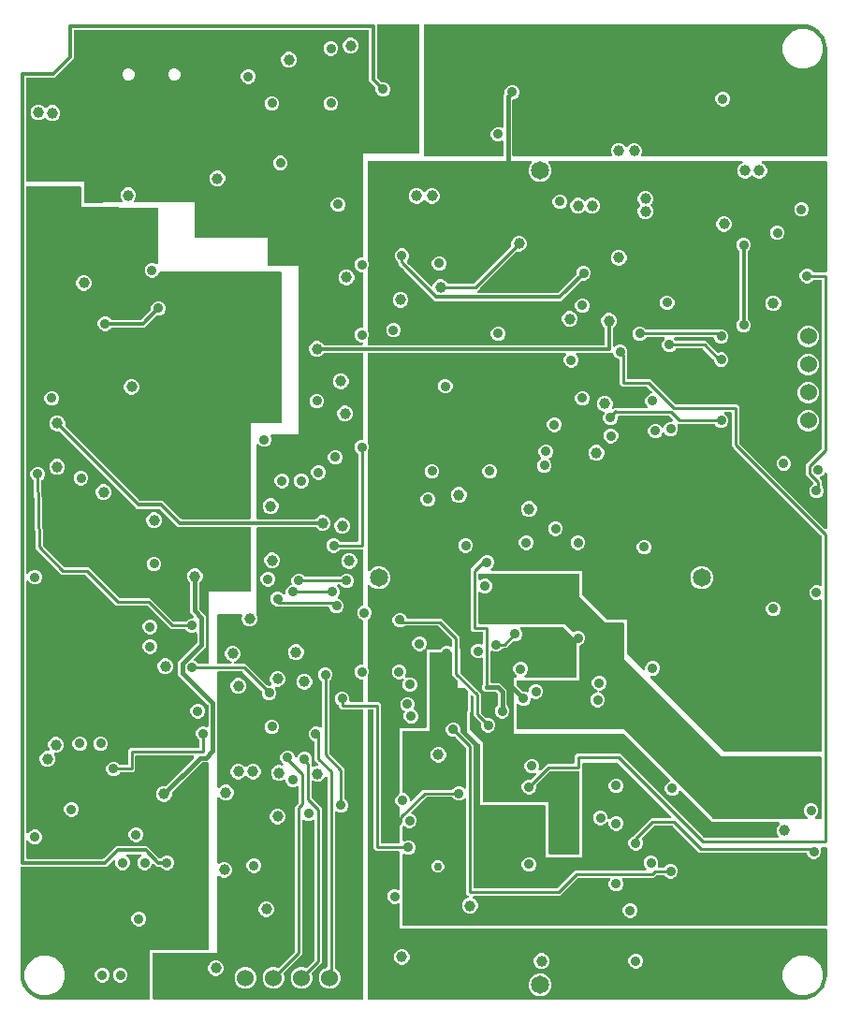
<source format=gbr>
G04 EAGLE Gerber RS-274X export*
G75*
%MOMM*%
%FSLAX34Y34*%
%LPD*%
%INCopper Layer 15*%
%IPPOS*%
%AMOC8*
5,1,8,0,0,1.08239X$1,22.5*%
G01*
%ADD10C,1.650000*%
%ADD11C,1.524000*%
%ADD12C,1.006400*%
%ADD13C,0.906400*%
%ADD14C,0.304800*%
%ADD15C,0.254000*%
%ADD16C,0.756400*%
%ADD17C,0.406400*%

G36*
X312538Y3318D02*
X312538Y3318D01*
X312657Y3325D01*
X312695Y3338D01*
X312736Y3343D01*
X312846Y3386D01*
X312959Y3423D01*
X312994Y3445D01*
X313031Y3460D01*
X313127Y3529D01*
X313228Y3593D01*
X313256Y3623D01*
X313289Y3646D01*
X313364Y3738D01*
X313446Y3825D01*
X313466Y3860D01*
X313491Y3891D01*
X313542Y3999D01*
X313600Y4103D01*
X313610Y4143D01*
X313627Y4179D01*
X313649Y4296D01*
X313679Y4411D01*
X313683Y4471D01*
X313687Y4491D01*
X313685Y4512D01*
X313689Y4572D01*
X313689Y264668D01*
X313674Y264786D01*
X313667Y264905D01*
X313654Y264943D01*
X313649Y264984D01*
X313606Y265094D01*
X313569Y265207D01*
X313547Y265242D01*
X313532Y265279D01*
X313463Y265375D01*
X313399Y265476D01*
X313369Y265504D01*
X313346Y265537D01*
X313254Y265613D01*
X313167Y265694D01*
X313132Y265714D01*
X313101Y265739D01*
X312993Y265790D01*
X312889Y265848D01*
X312849Y265858D01*
X312813Y265875D01*
X312696Y265897D01*
X312581Y265927D01*
X312521Y265931D01*
X312501Y265935D01*
X312480Y265933D01*
X312420Y265937D01*
X293272Y265937D01*
X291337Y267872D01*
X291337Y269083D01*
X291325Y269181D01*
X291322Y269280D01*
X291305Y269338D01*
X291297Y269399D01*
X291261Y269491D01*
X291233Y269586D01*
X291203Y269638D01*
X291180Y269694D01*
X291122Y269774D01*
X291072Y269860D01*
X291006Y269935D01*
X290994Y269952D01*
X290984Y269959D01*
X290966Y269981D01*
X289075Y271871D01*
X288075Y274284D01*
X288075Y276896D01*
X289075Y279309D01*
X290921Y281155D01*
X293334Y282155D01*
X295946Y282155D01*
X298359Y281155D01*
X300205Y279309D01*
X301205Y276896D01*
X301205Y274277D01*
X301197Y274250D01*
X301176Y274205D01*
X301155Y274097D01*
X301126Y273991D01*
X301126Y273941D01*
X301116Y273892D01*
X301123Y273783D01*
X301121Y273673D01*
X301133Y273625D01*
X301136Y273575D01*
X301170Y273471D01*
X301195Y273364D01*
X301219Y273320D01*
X301234Y273273D01*
X301293Y273180D01*
X301344Y273083D01*
X301378Y273046D01*
X301404Y273004D01*
X301484Y272929D01*
X301558Y272847D01*
X301600Y272820D01*
X301636Y272786D01*
X301732Y272733D01*
X301824Y272673D01*
X301871Y272656D01*
X301914Y272632D01*
X302021Y272605D01*
X302125Y272569D01*
X302174Y272565D01*
X302222Y272553D01*
X302383Y272543D01*
X312420Y272543D01*
X312538Y272558D01*
X312657Y272565D01*
X312695Y272578D01*
X312736Y272583D01*
X312846Y272626D01*
X312959Y272663D01*
X312994Y272685D01*
X313031Y272700D01*
X313127Y272769D01*
X313228Y272833D01*
X313256Y272863D01*
X313289Y272886D01*
X313365Y272978D01*
X313446Y273065D01*
X313466Y273100D01*
X313491Y273131D01*
X313542Y273239D01*
X313600Y273343D01*
X313610Y273383D01*
X313627Y273419D01*
X313649Y273536D01*
X313679Y273651D01*
X313683Y273711D01*
X313687Y273731D01*
X313685Y273752D01*
X313689Y273812D01*
X313689Y291886D01*
X313674Y292004D01*
X313667Y292123D01*
X313654Y292161D01*
X313649Y292202D01*
X313606Y292312D01*
X313569Y292425D01*
X313547Y292460D01*
X313532Y292497D01*
X313463Y292593D01*
X313399Y292694D01*
X313369Y292722D01*
X313346Y292755D01*
X313254Y292831D01*
X313167Y292912D01*
X313132Y292932D01*
X313101Y292957D01*
X312993Y293008D01*
X312889Y293066D01*
X312849Y293076D01*
X312813Y293093D01*
X312696Y293115D01*
X312581Y293145D01*
X312521Y293149D01*
X312501Y293153D01*
X312480Y293151D01*
X312420Y293155D01*
X311114Y293155D01*
X308701Y294155D01*
X306855Y296001D01*
X305855Y298414D01*
X305855Y301026D01*
X306855Y303439D01*
X308701Y305285D01*
X311114Y306285D01*
X312420Y306285D01*
X312538Y306300D01*
X312657Y306307D01*
X312695Y306320D01*
X312736Y306325D01*
X312846Y306368D01*
X312959Y306405D01*
X312994Y306427D01*
X313031Y306442D01*
X313127Y306511D01*
X313228Y306575D01*
X313256Y306605D01*
X313289Y306628D01*
X313365Y306720D01*
X313446Y306807D01*
X313466Y306842D01*
X313491Y306873D01*
X313542Y306981D01*
X313600Y307085D01*
X313610Y307125D01*
X313627Y307161D01*
X313649Y307278D01*
X313679Y307393D01*
X313683Y307453D01*
X313687Y307473D01*
X313685Y307494D01*
X313689Y307554D01*
X313689Y345501D01*
X313686Y345531D01*
X313688Y345560D01*
X313666Y345688D01*
X313649Y345817D01*
X313639Y345844D01*
X313634Y345873D01*
X313580Y345992D01*
X313532Y346112D01*
X313515Y346136D01*
X313503Y346163D01*
X313422Y346265D01*
X313346Y346370D01*
X313323Y346389D01*
X313304Y346412D01*
X313201Y346490D01*
X313101Y346573D01*
X313074Y346585D01*
X313050Y346603D01*
X312906Y346674D01*
X310924Y347495D01*
X309077Y349341D01*
X308078Y351754D01*
X308078Y354366D01*
X309077Y356779D01*
X310924Y358625D01*
X312906Y359446D01*
X312931Y359461D01*
X312959Y359470D01*
X313069Y359539D01*
X313182Y359604D01*
X313203Y359624D01*
X313228Y359640D01*
X313317Y359735D01*
X313410Y359825D01*
X313426Y359850D01*
X313446Y359872D01*
X313509Y359986D01*
X313577Y360096D01*
X313585Y360124D01*
X313600Y360150D01*
X313632Y360276D01*
X313670Y360400D01*
X313672Y360430D01*
X313679Y360458D01*
X313689Y360619D01*
X313689Y409448D01*
X313674Y409566D01*
X313667Y409685D01*
X313654Y409723D01*
X313649Y409764D01*
X313606Y409874D01*
X313569Y409987D01*
X313547Y410022D01*
X313532Y410059D01*
X313463Y410155D01*
X313399Y410256D01*
X313369Y410284D01*
X313346Y410317D01*
X313254Y410393D01*
X313167Y410474D01*
X313132Y410494D01*
X313101Y410519D01*
X312993Y410570D01*
X312889Y410628D01*
X312849Y410638D01*
X312813Y410655D01*
X312696Y410677D01*
X312581Y410707D01*
X312521Y410711D01*
X312501Y410715D01*
X312480Y410713D01*
X312420Y410717D01*
X293527Y410717D01*
X293429Y410705D01*
X293330Y410702D01*
X293272Y410685D01*
X293211Y410677D01*
X293119Y410641D01*
X293024Y410613D01*
X292972Y410583D01*
X292916Y410560D01*
X292836Y410502D01*
X292750Y410452D01*
X292675Y410386D01*
X292658Y410374D01*
X292651Y410364D01*
X292629Y410346D01*
X290739Y408455D01*
X288326Y407455D01*
X285714Y407455D01*
X283301Y408455D01*
X281455Y410301D01*
X280455Y412714D01*
X280455Y415326D01*
X281455Y417739D01*
X283301Y419585D01*
X285714Y420585D01*
X288326Y420585D01*
X290739Y419585D01*
X292629Y417694D01*
X292708Y417634D01*
X292780Y417566D01*
X292833Y417537D01*
X292881Y417500D01*
X292972Y417460D01*
X293058Y417412D01*
X293117Y417397D01*
X293173Y417373D01*
X293271Y417358D01*
X293366Y417333D01*
X293466Y417327D01*
X293487Y417323D01*
X293499Y417325D01*
X293527Y417323D01*
X307848Y417323D01*
X307966Y417338D01*
X308085Y417345D01*
X308123Y417358D01*
X308164Y417363D01*
X308274Y417406D01*
X308387Y417443D01*
X308422Y417465D01*
X308459Y417480D01*
X308555Y417549D01*
X308656Y417613D01*
X308684Y417643D01*
X308717Y417666D01*
X308793Y417758D01*
X308874Y417845D01*
X308894Y417880D01*
X308919Y417911D01*
X308970Y418019D01*
X309028Y418123D01*
X309038Y418163D01*
X309055Y418199D01*
X309077Y418316D01*
X309107Y418431D01*
X309111Y418491D01*
X309115Y418511D01*
X309113Y418532D01*
X309117Y418592D01*
X309117Y496413D01*
X309105Y496511D01*
X309102Y496610D01*
X309085Y496668D01*
X309077Y496729D01*
X309041Y496821D01*
X309013Y496916D01*
X308983Y496968D01*
X308960Y497024D01*
X308902Y497104D01*
X308852Y497190D01*
X308786Y497265D01*
X308774Y497282D01*
X308764Y497289D01*
X308746Y497311D01*
X306855Y499201D01*
X305855Y501614D01*
X305855Y504226D01*
X306855Y506639D01*
X308701Y508485D01*
X311114Y509485D01*
X312420Y509485D01*
X312538Y509500D01*
X312657Y509507D01*
X312695Y509520D01*
X312736Y509525D01*
X312846Y509568D01*
X312959Y509605D01*
X312994Y509627D01*
X313031Y509642D01*
X313127Y509711D01*
X313228Y509775D01*
X313256Y509805D01*
X313289Y509828D01*
X313365Y509920D01*
X313446Y510007D01*
X313466Y510042D01*
X313491Y510073D01*
X313542Y510181D01*
X313600Y510285D01*
X313610Y510325D01*
X313627Y510361D01*
X313649Y510478D01*
X313679Y510593D01*
X313683Y510653D01*
X313687Y510673D01*
X313685Y510694D01*
X313689Y510754D01*
X313689Y586994D01*
X313674Y587112D01*
X313667Y587231D01*
X313654Y587269D01*
X313649Y587310D01*
X313606Y587420D01*
X313569Y587533D01*
X313547Y587568D01*
X313532Y587605D01*
X313463Y587701D01*
X313399Y587802D01*
X313369Y587830D01*
X313346Y587863D01*
X313254Y587939D01*
X313167Y588020D01*
X313132Y588040D01*
X313101Y588065D01*
X312993Y588116D01*
X312889Y588174D01*
X312849Y588184D01*
X312813Y588201D01*
X312696Y588223D01*
X312581Y588253D01*
X312521Y588257D01*
X312501Y588261D01*
X312480Y588259D01*
X312420Y588263D01*
X278740Y588263D01*
X278642Y588251D01*
X278543Y588248D01*
X278485Y588231D01*
X278425Y588223D01*
X278332Y588187D01*
X278237Y588159D01*
X278185Y588129D01*
X278129Y588106D01*
X278049Y588048D01*
X277963Y587998D01*
X277888Y587932D01*
X277871Y587920D01*
X277864Y587910D01*
X277843Y587892D01*
X275782Y585831D01*
X273185Y584755D01*
X270375Y584755D01*
X267778Y585831D01*
X265791Y587818D01*
X264715Y590415D01*
X264715Y593225D01*
X265791Y595822D01*
X267778Y597809D01*
X270375Y598885D01*
X273185Y598885D01*
X275782Y597809D01*
X277843Y595748D01*
X277921Y595688D01*
X277993Y595620D01*
X278046Y595591D01*
X278094Y595554D01*
X278185Y595514D01*
X278271Y595466D01*
X278330Y595451D01*
X278386Y595427D01*
X278484Y595412D01*
X278579Y595387D01*
X278679Y595381D01*
X278700Y595377D01*
X278712Y595379D01*
X278740Y595377D01*
X312420Y595377D01*
X312538Y595392D01*
X312657Y595399D01*
X312695Y595412D01*
X312736Y595417D01*
X312846Y595460D01*
X312959Y595497D01*
X312994Y595519D01*
X313031Y595534D01*
X313127Y595603D01*
X313228Y595667D01*
X313256Y595697D01*
X313289Y595720D01*
X313365Y595812D01*
X313446Y595899D01*
X313466Y595934D01*
X313491Y595965D01*
X313542Y596073D01*
X313600Y596177D01*
X313610Y596217D01*
X313627Y596253D01*
X313649Y596370D01*
X313679Y596485D01*
X313683Y596545D01*
X313687Y596565D01*
X313685Y596586D01*
X313689Y596646D01*
X313689Y596686D01*
X313674Y596804D01*
X313667Y596923D01*
X313654Y596961D01*
X313649Y597002D01*
X313606Y597112D01*
X313569Y597225D01*
X313547Y597260D01*
X313532Y597297D01*
X313463Y597393D01*
X313399Y597494D01*
X313369Y597522D01*
X313346Y597555D01*
X313254Y597631D01*
X313167Y597712D01*
X313132Y597732D01*
X313101Y597757D01*
X312993Y597808D01*
X312889Y597866D01*
X312849Y597876D01*
X312813Y597893D01*
X312696Y597915D01*
X312581Y597945D01*
X312521Y597949D01*
X312501Y597953D01*
X312480Y597951D01*
X312420Y597955D01*
X311114Y597955D01*
X308701Y598955D01*
X306855Y600801D01*
X305855Y603214D01*
X305855Y605826D01*
X306855Y608239D01*
X308701Y610085D01*
X311114Y611085D01*
X312420Y611085D01*
X312538Y611100D01*
X312657Y611107D01*
X312695Y611120D01*
X312736Y611125D01*
X312846Y611168D01*
X312959Y611205D01*
X312994Y611227D01*
X313031Y611242D01*
X313127Y611311D01*
X313228Y611375D01*
X313256Y611405D01*
X313289Y611428D01*
X313365Y611520D01*
X313446Y611607D01*
X313466Y611642D01*
X313491Y611673D01*
X313542Y611781D01*
X313600Y611885D01*
X313610Y611925D01*
X313627Y611961D01*
X313649Y612078D01*
X313679Y612193D01*
X313683Y612253D01*
X313687Y612273D01*
X313685Y612294D01*
X313689Y612354D01*
X313689Y660186D01*
X313674Y660304D01*
X313667Y660423D01*
X313654Y660461D01*
X313649Y660502D01*
X313606Y660612D01*
X313569Y660725D01*
X313547Y660760D01*
X313532Y660797D01*
X313463Y660893D01*
X313399Y660994D01*
X313369Y661022D01*
X313346Y661055D01*
X313254Y661131D01*
X313167Y661212D01*
X313132Y661232D01*
X313101Y661257D01*
X312993Y661308D01*
X312889Y661366D01*
X312849Y661376D01*
X312813Y661393D01*
X312696Y661415D01*
X312581Y661445D01*
X312521Y661449D01*
X312501Y661453D01*
X312480Y661451D01*
X312420Y661455D01*
X311114Y661455D01*
X308701Y662455D01*
X306855Y664301D01*
X305855Y666714D01*
X305855Y669326D01*
X306855Y671739D01*
X308701Y673585D01*
X311114Y674585D01*
X312420Y674585D01*
X312538Y674600D01*
X312657Y674607D01*
X312695Y674620D01*
X312736Y674625D01*
X312846Y674668D01*
X312959Y674705D01*
X312994Y674727D01*
X313031Y674742D01*
X313127Y674811D01*
X313228Y674875D01*
X313256Y674905D01*
X313289Y674928D01*
X313365Y675020D01*
X313446Y675107D01*
X313466Y675142D01*
X313491Y675173D01*
X313542Y675281D01*
X313600Y675385D01*
X313610Y675425D01*
X313627Y675461D01*
X313649Y675578D01*
X313679Y675693D01*
X313683Y675753D01*
X313687Y675773D01*
X313685Y675794D01*
X313689Y675854D01*
X313689Y768351D01*
X363220Y768351D01*
X363338Y768366D01*
X363457Y768373D01*
X363495Y768386D01*
X363536Y768391D01*
X363646Y768434D01*
X363759Y768471D01*
X363794Y768493D01*
X363831Y768508D01*
X363927Y768578D01*
X364028Y768641D01*
X364056Y768671D01*
X364089Y768694D01*
X364165Y768786D01*
X364246Y768873D01*
X364266Y768908D01*
X364291Y768939D01*
X364342Y769047D01*
X364400Y769151D01*
X364410Y769191D01*
X364427Y769227D01*
X364449Y769344D01*
X364479Y769459D01*
X364483Y769520D01*
X364487Y769540D01*
X364485Y769560D01*
X364489Y769620D01*
X364489Y884428D01*
X364474Y884546D01*
X364467Y884665D01*
X364454Y884703D01*
X364449Y884744D01*
X364406Y884854D01*
X364369Y884967D01*
X364347Y885002D01*
X364332Y885039D01*
X364263Y885135D01*
X364199Y885236D01*
X364169Y885264D01*
X364146Y885297D01*
X364054Y885373D01*
X363967Y885454D01*
X363932Y885474D01*
X363901Y885499D01*
X363793Y885550D01*
X363689Y885608D01*
X363649Y885618D01*
X363613Y885635D01*
X363496Y885657D01*
X363381Y885687D01*
X363321Y885691D01*
X363301Y885695D01*
X363280Y885693D01*
X363220Y885697D01*
X327406Y885697D01*
X327288Y885682D01*
X327169Y885675D01*
X327131Y885662D01*
X327090Y885657D01*
X326980Y885614D01*
X326867Y885577D01*
X326832Y885555D01*
X326795Y885540D01*
X326699Y885471D01*
X326598Y885407D01*
X326570Y885377D01*
X326537Y885354D01*
X326461Y885262D01*
X326380Y885175D01*
X326360Y885140D01*
X326335Y885109D01*
X326284Y885001D01*
X326226Y884897D01*
X326216Y884857D01*
X326199Y884821D01*
X326177Y884704D01*
X326147Y884589D01*
X326143Y884529D01*
X326139Y884509D01*
X326141Y884488D01*
X326137Y884428D01*
X326137Y837659D01*
X326149Y837561D01*
X326152Y837462D01*
X326169Y837404D01*
X326177Y837343D01*
X326213Y837251D01*
X326241Y837156D01*
X326271Y837104D01*
X326294Y837048D01*
X326352Y836968D01*
X326402Y836882D01*
X326468Y836807D01*
X326480Y836790D01*
X326490Y836783D01*
X326508Y836761D01*
X329563Y833706D01*
X329642Y833646D01*
X329714Y833578D01*
X329767Y833549D01*
X329815Y833512D01*
X329906Y833472D01*
X329992Y833424D01*
X330051Y833409D01*
X330107Y833385D01*
X330205Y833370D01*
X330300Y833345D01*
X330400Y833339D01*
X330421Y833335D01*
X330433Y833337D01*
X330461Y833335D01*
X332776Y833335D01*
X335189Y832335D01*
X337035Y830489D01*
X338035Y828076D01*
X338035Y825464D01*
X337035Y823051D01*
X335189Y821205D01*
X332776Y820205D01*
X330164Y820205D01*
X327751Y821205D01*
X325905Y823051D01*
X324905Y825464D01*
X324905Y827779D01*
X324893Y827877D01*
X324890Y827976D01*
X324873Y828034D01*
X324865Y828095D01*
X324829Y828187D01*
X324801Y828282D01*
X324771Y828334D01*
X324748Y828390D01*
X324690Y828470D01*
X324640Y828556D01*
X324574Y828631D01*
X324562Y828648D01*
X324552Y828655D01*
X324534Y828677D01*
X319023Y834187D01*
X319023Y879094D01*
X319008Y879212D01*
X319001Y879331D01*
X318988Y879369D01*
X318983Y879410D01*
X318940Y879520D01*
X318903Y879633D01*
X318881Y879668D01*
X318866Y879705D01*
X318797Y879801D01*
X318733Y879902D01*
X318703Y879930D01*
X318680Y879963D01*
X318588Y880039D01*
X318501Y880120D01*
X318466Y880140D01*
X318435Y880165D01*
X318327Y880216D01*
X318223Y880274D01*
X318183Y880284D01*
X318147Y880301D01*
X318030Y880323D01*
X317915Y880353D01*
X317855Y880357D01*
X317835Y880361D01*
X317814Y880359D01*
X317754Y880363D01*
X53086Y880363D01*
X52968Y880348D01*
X52849Y880341D01*
X52811Y880328D01*
X52770Y880323D01*
X52660Y880280D01*
X52547Y880243D01*
X52512Y880221D01*
X52475Y880206D01*
X52379Y880137D01*
X52278Y880073D01*
X52250Y880043D01*
X52217Y880020D01*
X52141Y879928D01*
X52060Y879841D01*
X52040Y879806D01*
X52015Y879775D01*
X51964Y879667D01*
X51906Y879563D01*
X51896Y879523D01*
X51879Y879487D01*
X51857Y879370D01*
X51827Y879255D01*
X51823Y879195D01*
X51819Y879175D01*
X51820Y879168D01*
X51819Y879166D01*
X51820Y879150D01*
X51817Y879094D01*
X51817Y854507D01*
X34493Y837183D01*
X9906Y837183D01*
X9788Y837168D01*
X9669Y837161D01*
X9631Y837148D01*
X9590Y837143D01*
X9480Y837100D01*
X9367Y837063D01*
X9332Y837041D01*
X9295Y837026D01*
X9199Y836957D01*
X9098Y836893D01*
X9070Y836863D01*
X9037Y836840D01*
X8961Y836748D01*
X8880Y836661D01*
X8860Y836626D01*
X8835Y836595D01*
X8784Y836487D01*
X8726Y836383D01*
X8716Y836343D01*
X8699Y836307D01*
X8677Y836190D01*
X8647Y836075D01*
X8643Y836015D01*
X8639Y835995D01*
X8641Y835974D01*
X8637Y835914D01*
X8637Y744220D01*
X8652Y744102D01*
X8659Y743983D01*
X8672Y743945D01*
X8677Y743904D01*
X8720Y743794D01*
X8757Y743681D01*
X8779Y743646D01*
X8794Y743609D01*
X8863Y743513D01*
X8927Y743412D01*
X8957Y743384D01*
X8980Y743351D01*
X9072Y743275D01*
X9159Y743194D01*
X9194Y743174D01*
X9225Y743149D01*
X9333Y743098D01*
X9437Y743040D01*
X9477Y743030D01*
X9513Y743013D01*
X9630Y742991D01*
X9745Y742961D01*
X9805Y742957D01*
X9825Y742953D01*
X9846Y742955D01*
X9906Y742951D01*
X60961Y742951D01*
X60961Y725170D01*
X60976Y725046D01*
X60985Y724922D01*
X60996Y724889D01*
X61001Y724854D01*
X61046Y724739D01*
X61086Y724620D01*
X61105Y724591D01*
X61118Y724559D01*
X61191Y724458D01*
X61259Y724353D01*
X61284Y724330D01*
X61304Y724301D01*
X61401Y724222D01*
X61492Y724137D01*
X61523Y724121D01*
X61549Y724099D01*
X61662Y724046D01*
X61772Y723986D01*
X61806Y723978D01*
X61837Y723963D01*
X61960Y723940D01*
X62081Y723910D01*
X62131Y723907D01*
X62150Y723903D01*
X62171Y723905D01*
X62242Y723901D01*
X94611Y724195D01*
X94743Y724213D01*
X94876Y724225D01*
X94901Y724234D01*
X94926Y724238D01*
X95050Y724288D01*
X95175Y724333D01*
X95197Y724348D01*
X95221Y724357D01*
X95328Y724437D01*
X95438Y724512D01*
X95456Y724531D01*
X95477Y724547D01*
X95561Y724650D01*
X95649Y724750D01*
X95661Y724773D01*
X95677Y724793D01*
X95733Y724915D01*
X95794Y725033D01*
X95799Y725059D01*
X95810Y725082D01*
X95834Y725214D01*
X95863Y725344D01*
X95862Y725370D01*
X95867Y725395D01*
X95858Y725528D01*
X95854Y725661D01*
X95846Y725686D01*
X95844Y725713D01*
X95802Y725839D01*
X95765Y725967D01*
X95752Y725989D01*
X95744Y726014D01*
X95671Y726126D01*
X95604Y726241D01*
X95579Y726269D01*
X95571Y726281D01*
X95555Y726296D01*
X95497Y726362D01*
X94976Y726883D01*
X93900Y729480D01*
X93900Y732290D01*
X94976Y734887D01*
X96963Y736874D01*
X99560Y737950D01*
X102370Y737950D01*
X104967Y736874D01*
X106954Y734887D01*
X108030Y732290D01*
X108030Y729480D01*
X106954Y726883D01*
X106550Y726479D01*
X106461Y726364D01*
X106370Y726252D01*
X106363Y726239D01*
X106355Y726227D01*
X106297Y726094D01*
X106237Y725963D01*
X106234Y725949D01*
X106228Y725935D01*
X106205Y725792D01*
X106180Y725650D01*
X106181Y725636D01*
X106178Y725621D01*
X106192Y725477D01*
X106202Y725333D01*
X106207Y725319D01*
X106208Y725305D01*
X106257Y725169D01*
X106303Y725031D01*
X106311Y725019D01*
X106316Y725005D01*
X106397Y724886D01*
X106476Y724764D01*
X106486Y724754D01*
X106494Y724742D01*
X106603Y724647D01*
X106709Y724548D01*
X106722Y724541D01*
X106733Y724532D01*
X106862Y724466D01*
X106989Y724397D01*
X107003Y724394D01*
X107016Y724387D01*
X107158Y724355D01*
X107298Y724321D01*
X107318Y724320D01*
X107326Y724318D01*
X107344Y724318D01*
X107459Y724312D01*
X132085Y724536D01*
X161291Y724536D01*
X161291Y693420D01*
X161306Y693302D01*
X161313Y693183D01*
X161326Y693145D01*
X161331Y693104D01*
X161374Y692994D01*
X161411Y692881D01*
X161433Y692846D01*
X161448Y692809D01*
X161518Y692713D01*
X161581Y692612D01*
X161611Y692584D01*
X161634Y692551D01*
X161726Y692476D01*
X161813Y692394D01*
X161848Y692374D01*
X161879Y692349D01*
X161987Y692298D01*
X162091Y692240D01*
X162131Y692230D01*
X162167Y692213D01*
X162284Y692191D01*
X162399Y692161D01*
X162460Y692157D01*
X162480Y692153D01*
X162500Y692155D01*
X162560Y692151D01*
X227331Y692151D01*
X227331Y668020D01*
X227346Y667902D01*
X227353Y667783D01*
X227366Y667745D01*
X227371Y667704D01*
X227414Y667594D01*
X227451Y667481D01*
X227473Y667446D01*
X227488Y667409D01*
X227558Y667313D01*
X227621Y667212D01*
X227651Y667184D01*
X227674Y667151D01*
X227766Y667076D01*
X227853Y666994D01*
X227888Y666974D01*
X227919Y666949D01*
X228027Y666898D01*
X228131Y666840D01*
X228171Y666830D01*
X228207Y666813D01*
X228324Y666791D01*
X228439Y666761D01*
X228500Y666757D01*
X228520Y666753D01*
X228540Y666755D01*
X228600Y666751D01*
X255271Y666751D01*
X255271Y514349D01*
X231319Y514349D01*
X231270Y514343D01*
X231220Y514345D01*
X231113Y514323D01*
X231004Y514309D01*
X230957Y514291D01*
X230909Y514281D01*
X230810Y514233D01*
X230708Y514192D01*
X230668Y514163D01*
X230623Y514141D01*
X230540Y514070D01*
X230451Y514006D01*
X230419Y513967D01*
X230381Y513935D01*
X230318Y513845D01*
X230248Y513761D01*
X230227Y513716D01*
X230198Y513675D01*
X230159Y513572D01*
X230112Y513473D01*
X230103Y513424D01*
X230085Y513378D01*
X230073Y513268D01*
X230053Y513161D01*
X230056Y513111D01*
X230050Y513062D01*
X230066Y512953D01*
X230072Y512843D01*
X230088Y512796D01*
X230095Y512747D01*
X230147Y512594D01*
X230720Y511211D01*
X230720Y508599D01*
X229720Y506186D01*
X227874Y504340D01*
X225461Y503340D01*
X222849Y503340D01*
X220436Y504340D01*
X219338Y505439D01*
X219228Y505523D01*
X219121Y505612D01*
X219102Y505621D01*
X219086Y505633D01*
X218959Y505689D01*
X218833Y505748D01*
X218813Y505752D01*
X218794Y505760D01*
X218656Y505782D01*
X218521Y505808D01*
X218500Y505807D01*
X218480Y505810D01*
X218341Y505797D01*
X218203Y505788D01*
X218184Y505782D01*
X218164Y505780D01*
X218032Y505733D01*
X217901Y505690D01*
X217883Y505679D01*
X217864Y505672D01*
X217749Y505594D01*
X217632Y505520D01*
X217618Y505505D01*
X217601Y505494D01*
X217509Y505389D01*
X217414Y505288D01*
X217404Y505271D01*
X217391Y505255D01*
X217327Y505131D01*
X217260Y505010D01*
X217255Y504990D01*
X217246Y504972D01*
X217216Y504836D01*
X217181Y504702D01*
X217179Y504674D01*
X217177Y504662D01*
X217177Y504641D01*
X217171Y504541D01*
X217171Y439166D01*
X217186Y439048D01*
X217193Y438929D01*
X217206Y438891D01*
X217211Y438850D01*
X217254Y438740D01*
X217291Y438627D01*
X217313Y438592D01*
X217328Y438555D01*
X217398Y438459D01*
X217461Y438358D01*
X217491Y438330D01*
X217514Y438297D01*
X217606Y438221D01*
X217693Y438140D01*
X217728Y438120D01*
X217759Y438095D01*
X217867Y438044D01*
X217971Y437986D01*
X218011Y437976D01*
X218047Y437959D01*
X218164Y437937D01*
X218279Y437907D01*
X218340Y437903D01*
X218360Y437899D01*
X218380Y437901D01*
X218440Y437897D01*
X269900Y437897D01*
X269998Y437909D01*
X270097Y437912D01*
X270155Y437929D01*
X270215Y437937D01*
X270308Y437973D01*
X270403Y438001D01*
X270455Y438031D01*
X270511Y438054D01*
X270591Y438112D01*
X270677Y438162D01*
X270752Y438228D01*
X270769Y438240D01*
X270776Y438250D01*
X270797Y438268D01*
X272858Y440329D01*
X275455Y441405D01*
X278265Y441405D01*
X280862Y440329D01*
X282849Y438342D01*
X283925Y435745D01*
X283925Y432935D01*
X282849Y430338D01*
X280862Y428351D01*
X278265Y427275D01*
X275455Y427275D01*
X272858Y428351D01*
X270797Y430412D01*
X270719Y430472D01*
X270647Y430540D01*
X270594Y430569D01*
X270546Y430606D01*
X270455Y430646D01*
X270369Y430694D01*
X270310Y430709D01*
X270254Y430733D01*
X270156Y430748D01*
X270061Y430773D01*
X269961Y430779D01*
X269940Y430783D01*
X269928Y430781D01*
X269900Y430783D01*
X218440Y430783D01*
X218322Y430768D01*
X218203Y430761D01*
X218165Y430748D01*
X218124Y430743D01*
X218014Y430700D01*
X217901Y430663D01*
X217866Y430641D01*
X217829Y430626D01*
X217733Y430557D01*
X217632Y430493D01*
X217604Y430463D01*
X217571Y430440D01*
X217496Y430348D01*
X217414Y430261D01*
X217394Y430226D01*
X217369Y430195D01*
X217318Y430087D01*
X217260Y429983D01*
X217250Y429943D01*
X217233Y429907D01*
X217211Y429790D01*
X217181Y429675D01*
X217177Y429615D01*
X217173Y429595D01*
X217175Y429574D01*
X217171Y429514D01*
X217171Y351361D01*
X217172Y351352D01*
X217171Y351343D01*
X217192Y351194D01*
X217211Y351046D01*
X217214Y351037D01*
X217215Y351028D01*
X217267Y350876D01*
X217885Y349385D01*
X217885Y346575D01*
X216809Y343978D01*
X214822Y341991D01*
X212225Y340915D01*
X209415Y340915D01*
X206818Y341991D01*
X204831Y343978D01*
X203755Y346575D01*
X203755Y349385D01*
X204024Y350034D01*
X204037Y350082D01*
X204058Y350127D01*
X204079Y350235D01*
X204108Y350341D01*
X204109Y350391D01*
X204118Y350440D01*
X204111Y350549D01*
X204113Y350659D01*
X204102Y350707D01*
X204098Y350757D01*
X204065Y350861D01*
X204039Y350968D01*
X204016Y351012D01*
X204000Y351059D01*
X203942Y351152D01*
X203890Y351249D01*
X203857Y351286D01*
X203830Y351328D01*
X203750Y351403D01*
X203676Y351485D01*
X203635Y351512D01*
X203599Y351546D01*
X203502Y351599D01*
X203411Y351659D01*
X203364Y351676D01*
X203320Y351700D01*
X203214Y351727D01*
X203110Y351763D01*
X203060Y351767D01*
X203012Y351779D01*
X202851Y351789D01*
X182880Y351789D01*
X182762Y351774D01*
X182643Y351767D01*
X182605Y351754D01*
X182564Y351749D01*
X182454Y351706D01*
X182341Y351669D01*
X182306Y351647D01*
X182269Y351632D01*
X182173Y351563D01*
X182072Y351499D01*
X182044Y351469D01*
X182011Y351446D01*
X181936Y351354D01*
X181854Y351267D01*
X181834Y351232D01*
X181809Y351201D01*
X181758Y351093D01*
X181700Y350989D01*
X181690Y350949D01*
X181673Y350913D01*
X181651Y350796D01*
X181621Y350681D01*
X181617Y350621D01*
X181613Y350601D01*
X181615Y350580D01*
X181611Y350520D01*
X181611Y308102D01*
X181626Y307984D01*
X181633Y307865D01*
X181646Y307827D01*
X181651Y307786D01*
X181694Y307676D01*
X181731Y307563D01*
X181753Y307528D01*
X181768Y307491D01*
X181838Y307395D01*
X181901Y307294D01*
X181931Y307266D01*
X181954Y307233D01*
X182046Y307157D01*
X182133Y307076D01*
X182168Y307056D01*
X182199Y307031D01*
X182307Y306980D01*
X182411Y306922D01*
X182451Y306912D01*
X182487Y306895D01*
X182604Y306873D01*
X182719Y306843D01*
X182780Y306839D01*
X182800Y306835D01*
X182820Y306837D01*
X182880Y306833D01*
X193425Y306833D01*
X193494Y306841D01*
X193564Y306840D01*
X193652Y306861D01*
X193741Y306873D01*
X193806Y306898D01*
X193873Y306915D01*
X193953Y306957D01*
X194036Y306990D01*
X194093Y307031D01*
X194154Y307063D01*
X194221Y307124D01*
X194294Y307176D01*
X194338Y307230D01*
X194390Y307277D01*
X194439Y307352D01*
X194496Y307421D01*
X194526Y307485D01*
X194565Y307543D01*
X194594Y307628D01*
X194632Y307709D01*
X194645Y307778D01*
X194668Y307844D01*
X194675Y307933D01*
X194692Y308021D01*
X194687Y308091D01*
X194693Y308161D01*
X194678Y308249D01*
X194672Y308339D01*
X194651Y308405D01*
X194639Y308474D01*
X194602Y308556D01*
X194574Y308641D01*
X194537Y308700D01*
X194508Y308764D01*
X194452Y308834D01*
X194404Y308910D01*
X194353Y308958D01*
X194309Y309012D01*
X194238Y309067D01*
X194172Y309128D01*
X194111Y309162D01*
X194055Y309204D01*
X193911Y309275D01*
X191578Y310241D01*
X189591Y312228D01*
X188515Y314825D01*
X188515Y317635D01*
X189591Y320232D01*
X191578Y322219D01*
X194175Y323295D01*
X196985Y323295D01*
X199582Y322219D01*
X201569Y320232D01*
X202645Y317635D01*
X202645Y314825D01*
X201569Y312228D01*
X199582Y310241D01*
X197249Y309275D01*
X197189Y309240D01*
X197124Y309214D01*
X197051Y309162D01*
X196973Y309117D01*
X196923Y309069D01*
X196866Y309028D01*
X196809Y308958D01*
X196745Y308896D01*
X196708Y308836D01*
X196664Y308783D01*
X196625Y308701D01*
X196578Y308625D01*
X196558Y308558D01*
X196528Y308495D01*
X196511Y308407D01*
X196485Y308321D01*
X196481Y308251D01*
X196468Y308182D01*
X196474Y308093D01*
X196470Y308003D01*
X196484Y307935D01*
X196488Y307865D01*
X196516Y307780D01*
X196534Y307692D01*
X196565Y307629D01*
X196586Y307563D01*
X196634Y307487D01*
X196674Y307406D01*
X196719Y307353D01*
X196756Y307294D01*
X196822Y307232D01*
X196880Y307164D01*
X196937Y307124D01*
X196988Y307076D01*
X197066Y307033D01*
X197140Y306981D01*
X197205Y306956D01*
X197266Y306922D01*
X197353Y306900D01*
X197437Y306868D01*
X197507Y306860D01*
X197574Y306843D01*
X197735Y306833D01*
X207108Y306833D01*
X226334Y287606D01*
X226413Y287546D01*
X226485Y287478D01*
X226538Y287449D01*
X226586Y287412D01*
X226677Y287372D01*
X226763Y287324D01*
X226822Y287309D01*
X226877Y287285D01*
X226975Y287270D01*
X227071Y287245D01*
X227171Y287239D01*
X227192Y287235D01*
X227204Y287237D01*
X227232Y287235D01*
X229300Y287235D01*
X229438Y287252D01*
X229577Y287265D01*
X229596Y287272D01*
X229616Y287275D01*
X229745Y287326D01*
X229876Y287373D01*
X229893Y287384D01*
X229911Y287392D01*
X230023Y287473D01*
X230139Y287551D01*
X230152Y287567D01*
X230169Y287578D01*
X230257Y287686D01*
X230349Y287790D01*
X230358Y287808D01*
X230371Y287823D01*
X230431Y287949D01*
X230494Y288073D01*
X230498Y288093D01*
X230507Y288111D01*
X230533Y288247D01*
X230564Y288383D01*
X230563Y288404D01*
X230567Y288423D01*
X230558Y288562D01*
X230554Y288701D01*
X230548Y288721D01*
X230547Y288741D01*
X230504Y288873D01*
X230465Y289007D01*
X230455Y289024D01*
X230449Y289043D01*
X230375Y289161D01*
X230304Y289281D01*
X230285Y289302D01*
X230279Y289312D01*
X230264Y289326D01*
X230234Y289360D01*
X229155Y291965D01*
X229155Y294775D01*
X230231Y297372D01*
X232218Y299359D01*
X234815Y300435D01*
X237625Y300435D01*
X240222Y299359D01*
X242209Y297372D01*
X243285Y294775D01*
X243285Y291965D01*
X242209Y289368D01*
X240222Y287381D01*
X237625Y286305D01*
X235271Y286305D01*
X235222Y286299D01*
X235172Y286301D01*
X235065Y286279D01*
X234955Y286265D01*
X234909Y286247D01*
X234861Y286237D01*
X234762Y286189D01*
X234660Y286148D01*
X234619Y286119D01*
X234575Y286097D01*
X234491Y286026D01*
X234402Y285962D01*
X234371Y285923D01*
X234333Y285891D01*
X234270Y285801D01*
X234200Y285717D01*
X234178Y285672D01*
X234150Y285631D01*
X234111Y285528D01*
X234064Y285429D01*
X234055Y285380D01*
X234037Y285334D01*
X234025Y285224D01*
X234004Y285117D01*
X234007Y285067D01*
X234002Y285018D01*
X234017Y284909D01*
X234024Y284799D01*
X234039Y284752D01*
X234046Y284703D01*
X234098Y284550D01*
X235165Y281976D01*
X235165Y279364D01*
X234165Y276951D01*
X232319Y275105D01*
X229906Y274105D01*
X227294Y274105D01*
X224881Y275105D01*
X223035Y276951D01*
X222035Y279364D01*
X222035Y282038D01*
X222023Y282136D01*
X222020Y282235D01*
X222003Y282294D01*
X221995Y282354D01*
X221959Y282446D01*
X221931Y282541D01*
X221901Y282593D01*
X221878Y282649D01*
X221820Y282729D01*
X221770Y282815D01*
X221704Y282890D01*
X221692Y282907D01*
X221682Y282915D01*
X221664Y282936D01*
X204744Y299856D01*
X204665Y299916D01*
X204593Y299984D01*
X204540Y300013D01*
X204492Y300050D01*
X204401Y300090D01*
X204315Y300138D01*
X204256Y300153D01*
X204201Y300177D01*
X204103Y300192D01*
X204007Y300217D01*
X203907Y300223D01*
X203886Y300227D01*
X203874Y300225D01*
X203846Y300227D01*
X182880Y300227D01*
X182762Y300212D01*
X182643Y300205D01*
X182605Y300192D01*
X182564Y300187D01*
X182454Y300144D01*
X182341Y300107D01*
X182306Y300085D01*
X182269Y300070D01*
X182173Y300001D01*
X182072Y299937D01*
X182044Y299907D01*
X182011Y299884D01*
X181936Y299792D01*
X181854Y299705D01*
X181834Y299670D01*
X181809Y299639D01*
X181758Y299531D01*
X181700Y299427D01*
X181690Y299387D01*
X181673Y299351D01*
X181651Y299234D01*
X181621Y299119D01*
X181617Y299059D01*
X181613Y299039D01*
X181615Y299018D01*
X181611Y298958D01*
X181611Y195936D01*
X181628Y195798D01*
X181641Y195660D01*
X181648Y195641D01*
X181651Y195620D01*
X181702Y195491D01*
X181749Y195360D01*
X181760Y195344D01*
X181768Y195325D01*
X181849Y195212D01*
X181927Y195097D01*
X181943Y195084D01*
X181954Y195067D01*
X182062Y194979D01*
X182166Y194887D01*
X182184Y194878D01*
X182199Y194865D01*
X182325Y194805D01*
X182449Y194742D01*
X182469Y194738D01*
X182487Y194729D01*
X182624Y194703D01*
X182759Y194673D01*
X182780Y194673D01*
X182800Y194669D01*
X182938Y194678D01*
X183077Y194682D01*
X183097Y194688D01*
X183117Y194689D01*
X183249Y194732D01*
X183383Y194771D01*
X183400Y194781D01*
X183419Y194787D01*
X183537Y194862D01*
X183657Y194932D01*
X183678Y194951D01*
X183688Y194957D01*
X183702Y194972D01*
X183778Y195039D01*
X185228Y196489D01*
X187825Y197565D01*
X190635Y197565D01*
X193232Y196489D01*
X195219Y194502D01*
X196295Y191905D01*
X196295Y189095D01*
X195219Y186498D01*
X193232Y184511D01*
X190635Y183435D01*
X187825Y183435D01*
X185228Y184511D01*
X183778Y185961D01*
X183668Y186047D01*
X183561Y186135D01*
X183542Y186144D01*
X183526Y186156D01*
X183398Y186212D01*
X183273Y186271D01*
X183253Y186275D01*
X183234Y186283D01*
X183096Y186305D01*
X182961Y186331D01*
X182940Y186329D01*
X182920Y186333D01*
X182781Y186320D01*
X182643Y186311D01*
X182624Y186305D01*
X182604Y186303D01*
X182472Y186256D01*
X182341Y186213D01*
X182323Y186202D01*
X182304Y186195D01*
X182189Y186117D01*
X182072Y186043D01*
X182058Y186028D01*
X182041Y186017D01*
X181949Y185912D01*
X181854Y185811D01*
X181844Y185793D01*
X181831Y185778D01*
X181767Y185654D01*
X181700Y185533D01*
X181695Y185513D01*
X181686Y185495D01*
X181656Y185359D01*
X181621Y185225D01*
X181619Y185197D01*
X181617Y185185D01*
X181617Y185164D01*
X181611Y185064D01*
X181611Y127356D01*
X181628Y127218D01*
X181641Y127080D01*
X181648Y127061D01*
X181651Y127040D01*
X181702Y126911D01*
X181749Y126780D01*
X181760Y126764D01*
X181768Y126745D01*
X181849Y126632D01*
X181927Y126517D01*
X181943Y126504D01*
X181954Y126487D01*
X182062Y126399D01*
X182166Y126307D01*
X182184Y126298D01*
X182199Y126285D01*
X182325Y126226D01*
X182449Y126162D01*
X182469Y126158D01*
X182487Y126149D01*
X182623Y126123D01*
X182759Y126093D01*
X182780Y126093D01*
X182800Y126089D01*
X182938Y126098D01*
X183077Y126102D01*
X183097Y126108D01*
X183117Y126109D01*
X183249Y126152D01*
X183383Y126191D01*
X183400Y126201D01*
X183419Y126207D01*
X183537Y126282D01*
X183657Y126352D01*
X183678Y126371D01*
X183688Y126377D01*
X183702Y126392D01*
X183778Y126459D01*
X183958Y126639D01*
X186555Y127715D01*
X189365Y127715D01*
X191962Y126639D01*
X193949Y124652D01*
X195025Y122055D01*
X195025Y119245D01*
X193949Y116648D01*
X191962Y114661D01*
X189365Y113585D01*
X186555Y113585D01*
X183958Y114661D01*
X183778Y114841D01*
X183668Y114927D01*
X183561Y115015D01*
X183542Y115024D01*
X183526Y115036D01*
X183399Y115092D01*
X183273Y115151D01*
X183253Y115155D01*
X183234Y115163D01*
X183097Y115185D01*
X182961Y115211D01*
X182940Y115209D01*
X182920Y115213D01*
X182782Y115200D01*
X182643Y115191D01*
X182624Y115185D01*
X182604Y115183D01*
X182472Y115136D01*
X182341Y115093D01*
X182324Y115082D01*
X182304Y115075D01*
X182189Y114997D01*
X182072Y114923D01*
X182058Y114908D01*
X182041Y114897D01*
X181949Y114792D01*
X181854Y114691D01*
X181844Y114673D01*
X181831Y114658D01*
X181767Y114534D01*
X181700Y114413D01*
X181695Y114393D01*
X181686Y114375D01*
X181656Y114239D01*
X181621Y114105D01*
X181619Y114077D01*
X181617Y114065D01*
X181617Y114044D01*
X181611Y113944D01*
X181611Y45719D01*
X124460Y45719D01*
X124342Y45704D01*
X124223Y45697D01*
X124185Y45684D01*
X124144Y45679D01*
X124034Y45636D01*
X123921Y45599D01*
X123886Y45577D01*
X123849Y45562D01*
X123753Y45493D01*
X123652Y45429D01*
X123624Y45399D01*
X123591Y45376D01*
X123516Y45284D01*
X123434Y45197D01*
X123414Y45162D01*
X123389Y45131D01*
X123338Y45023D01*
X123280Y44919D01*
X123270Y44879D01*
X123253Y44843D01*
X123231Y44726D01*
X123201Y44611D01*
X123197Y44551D01*
X123193Y44531D01*
X123195Y44510D01*
X123191Y44450D01*
X123191Y4572D01*
X123206Y4454D01*
X123213Y4335D01*
X123226Y4297D01*
X123231Y4256D01*
X123274Y4146D01*
X123311Y4033D01*
X123333Y3998D01*
X123348Y3961D01*
X123418Y3865D01*
X123481Y3764D01*
X123511Y3736D01*
X123534Y3703D01*
X123626Y3627D01*
X123713Y3546D01*
X123748Y3526D01*
X123779Y3501D01*
X123887Y3450D01*
X123991Y3392D01*
X124031Y3382D01*
X124067Y3365D01*
X124184Y3343D01*
X124299Y3313D01*
X124360Y3309D01*
X124380Y3305D01*
X124400Y3307D01*
X124460Y3303D01*
X312420Y3303D01*
X312538Y3318D01*
G37*
G36*
X119498Y3318D02*
X119498Y3318D01*
X119617Y3325D01*
X119655Y3338D01*
X119696Y3343D01*
X119806Y3386D01*
X119919Y3423D01*
X119954Y3445D01*
X119991Y3460D01*
X120087Y3529D01*
X120188Y3593D01*
X120216Y3623D01*
X120249Y3646D01*
X120324Y3738D01*
X120406Y3825D01*
X120426Y3860D01*
X120451Y3891D01*
X120502Y3999D01*
X120560Y4103D01*
X120570Y4143D01*
X120587Y4179D01*
X120609Y4296D01*
X120639Y4411D01*
X120643Y4471D01*
X120647Y4491D01*
X120645Y4512D01*
X120649Y4572D01*
X120649Y48261D01*
X172720Y48261D01*
X172838Y48276D01*
X172957Y48283D01*
X172995Y48296D01*
X173036Y48301D01*
X173146Y48344D01*
X173259Y48381D01*
X173294Y48403D01*
X173331Y48418D01*
X173427Y48488D01*
X173528Y48551D01*
X173556Y48581D01*
X173589Y48604D01*
X173665Y48696D01*
X173746Y48783D01*
X173766Y48818D01*
X173791Y48849D01*
X173842Y48957D01*
X173900Y49061D01*
X173910Y49101D01*
X173927Y49137D01*
X173949Y49254D01*
X173979Y49369D01*
X173983Y49430D01*
X173987Y49450D01*
X173985Y49470D01*
X173989Y49530D01*
X173989Y216662D01*
X173974Y216780D01*
X173967Y216899D01*
X173954Y216937D01*
X173949Y216978D01*
X173906Y217088D01*
X173869Y217201D01*
X173847Y217236D01*
X173832Y217273D01*
X173763Y217369D01*
X173699Y217470D01*
X173669Y217498D01*
X173646Y217531D01*
X173554Y217607D01*
X173467Y217688D01*
X173432Y217708D01*
X173401Y217733D01*
X173293Y217784D01*
X173189Y217842D01*
X173149Y217852D01*
X173113Y217869D01*
X172996Y217891D01*
X172881Y217921D01*
X172821Y217925D01*
X172801Y217929D01*
X172780Y217927D01*
X172720Y217931D01*
X168325Y217931D01*
X168227Y217919D01*
X168128Y217916D01*
X168070Y217899D01*
X168010Y217891D01*
X167918Y217855D01*
X167823Y217827D01*
X167771Y217797D01*
X167714Y217774D01*
X167634Y217716D01*
X167549Y217666D01*
X167473Y217600D01*
X167457Y217588D01*
X167449Y217578D01*
X167428Y217560D01*
X140786Y190918D01*
X140726Y190840D01*
X140658Y190768D01*
X140629Y190715D01*
X140592Y190667D01*
X140552Y190576D01*
X140504Y190489D01*
X140489Y190431D01*
X140465Y190375D01*
X140450Y190277D01*
X140425Y190181D01*
X140419Y190081D01*
X140415Y190061D01*
X140417Y190049D01*
X140415Y190021D01*
X140415Y187825D01*
X139339Y185228D01*
X137352Y183241D01*
X134755Y182165D01*
X131945Y182165D01*
X129348Y183241D01*
X127361Y185228D01*
X126285Y187825D01*
X126285Y190635D01*
X127361Y193232D01*
X129348Y195219D01*
X131945Y196295D01*
X134141Y196295D01*
X134239Y196307D01*
X134338Y196310D01*
X134396Y196327D01*
X134456Y196335D01*
X134548Y196371D01*
X134643Y196399D01*
X134695Y196429D01*
X134752Y196452D01*
X134832Y196510D01*
X134917Y196560D01*
X134993Y196626D01*
X135009Y196638D01*
X135017Y196648D01*
X135038Y196666D01*
X160232Y221861D01*
X160317Y221970D01*
X160406Y222077D01*
X160415Y222096D01*
X160427Y222112D01*
X160483Y222240D01*
X160542Y222365D01*
X160545Y222385D01*
X160553Y222404D01*
X160575Y222542D01*
X160601Y222678D01*
X160600Y222698D01*
X160603Y222718D01*
X160590Y222857D01*
X160582Y222995D01*
X160575Y223014D01*
X160573Y223034D01*
X160526Y223166D01*
X160484Y223297D01*
X160473Y223315D01*
X160466Y223334D01*
X160388Y223449D01*
X160313Y223566D01*
X160299Y223580D01*
X160287Y223597D01*
X160183Y223689D01*
X160082Y223784D01*
X160064Y223794D01*
X160049Y223807D01*
X159925Y223870D01*
X159803Y223938D01*
X159784Y223943D01*
X159766Y223952D01*
X159630Y223982D01*
X159495Y224017D01*
X159467Y224019D01*
X159455Y224022D01*
X159435Y224021D01*
X159335Y224027D01*
X108599Y224027D01*
X108481Y224012D01*
X108362Y224005D01*
X108324Y223992D01*
X108284Y223987D01*
X108173Y223944D01*
X108060Y223907D01*
X108026Y223885D01*
X107988Y223870D01*
X107892Y223801D01*
X107791Y223737D01*
X107763Y223707D01*
X107731Y223684D01*
X107655Y223592D01*
X107573Y223505D01*
X107554Y223470D01*
X107528Y223439D01*
X107477Y223331D01*
X107420Y223227D01*
X107409Y223187D01*
X107392Y223151D01*
X107370Y223034D01*
X107340Y222919D01*
X107336Y222859D01*
X107332Y222839D01*
X107334Y222818D01*
X107330Y222758D01*
X107330Y210722D01*
X105395Y208787D01*
X94137Y208787D01*
X94039Y208775D01*
X93940Y208772D01*
X93882Y208755D01*
X93821Y208747D01*
X93729Y208711D01*
X93634Y208683D01*
X93582Y208653D01*
X93526Y208630D01*
X93446Y208572D01*
X93360Y208522D01*
X93285Y208456D01*
X93268Y208444D01*
X93261Y208434D01*
X93239Y208416D01*
X91349Y206525D01*
X88936Y205525D01*
X86324Y205525D01*
X83911Y206525D01*
X82065Y208371D01*
X81065Y210784D01*
X81065Y213396D01*
X82065Y215809D01*
X83911Y217655D01*
X86324Y218655D01*
X88936Y218655D01*
X91349Y217655D01*
X93239Y215764D01*
X93318Y215704D01*
X93390Y215636D01*
X93443Y215607D01*
X93491Y215570D01*
X93582Y215530D01*
X93668Y215482D01*
X93727Y215467D01*
X93783Y215443D01*
X93881Y215428D01*
X93976Y215403D01*
X94076Y215397D01*
X94097Y215393D01*
X94109Y215395D01*
X94137Y215393D01*
X99455Y215393D01*
X99573Y215408D01*
X99692Y215415D01*
X99731Y215428D01*
X99771Y215433D01*
X99881Y215476D01*
X99995Y215513D01*
X100029Y215535D01*
X100066Y215550D01*
X100163Y215619D01*
X100263Y215683D01*
X100291Y215713D01*
X100324Y215736D01*
X100400Y215828D01*
X100481Y215915D01*
X100501Y215950D01*
X100527Y215981D01*
X100577Y216089D01*
X100635Y216193D01*
X100645Y216233D01*
X100662Y216269D01*
X100684Y216386D01*
X100714Y216501D01*
X100718Y216561D01*
X100722Y216581D01*
X100721Y216602D01*
X100724Y216662D01*
X100724Y228698D01*
X102659Y230633D01*
X164338Y230633D01*
X164456Y230648D01*
X164575Y230655D01*
X164613Y230668D01*
X164654Y230673D01*
X164764Y230716D01*
X164877Y230753D01*
X164912Y230775D01*
X164949Y230790D01*
X165045Y230859D01*
X165146Y230923D01*
X165174Y230953D01*
X165207Y230976D01*
X165283Y231068D01*
X165364Y231155D01*
X165384Y231190D01*
X165409Y231221D01*
X165460Y231329D01*
X165518Y231433D01*
X165528Y231473D01*
X165545Y231509D01*
X165567Y231626D01*
X165597Y231741D01*
X165601Y231801D01*
X165605Y231821D01*
X165603Y231842D01*
X165607Y231902D01*
X165607Y237359D01*
X165595Y237457D01*
X165592Y237556D01*
X165575Y237614D01*
X165567Y237675D01*
X165531Y237767D01*
X165503Y237862D01*
X165473Y237914D01*
X165450Y237970D01*
X165392Y238050D01*
X165342Y238136D01*
X165276Y238211D01*
X165264Y238228D01*
X165254Y238235D01*
X165236Y238257D01*
X163371Y240121D01*
X162371Y242534D01*
X162371Y245146D01*
X163371Y247559D01*
X165217Y249405D01*
X167630Y250405D01*
X170242Y250405D01*
X171712Y249796D01*
X171760Y249783D01*
X171805Y249761D01*
X171913Y249741D01*
X172019Y249712D01*
X172069Y249711D01*
X172118Y249702D01*
X172227Y249708D01*
X172337Y249707D01*
X172385Y249718D01*
X172435Y249721D01*
X172539Y249755D01*
X172646Y249781D01*
X172690Y249804D01*
X172737Y249819D01*
X172830Y249878D01*
X172927Y249930D01*
X172964Y249963D01*
X173006Y249990D01*
X173081Y250070D01*
X173163Y250143D01*
X173190Y250185D01*
X173224Y250221D01*
X173277Y250317D01*
X173337Y250409D01*
X173354Y250456D01*
X173378Y250500D01*
X173405Y250606D01*
X173441Y250710D01*
X173445Y250760D01*
X173457Y250808D01*
X173467Y250968D01*
X173467Y269321D01*
X173455Y269419D01*
X173452Y269518D01*
X173435Y269577D01*
X173427Y269637D01*
X173391Y269729D01*
X173363Y269824D01*
X173333Y269876D01*
X173310Y269932D01*
X173252Y270012D01*
X173202Y270098D01*
X173136Y270173D01*
X173124Y270190D01*
X173114Y270198D01*
X173096Y270219D01*
X146089Y297225D01*
X146089Y308774D01*
X162910Y325595D01*
X162970Y325673D01*
X163038Y325745D01*
X163067Y325798D01*
X163104Y325846D01*
X163144Y325937D01*
X163192Y326023D01*
X163207Y326082D01*
X163231Y326138D01*
X163246Y326236D01*
X163271Y326331D01*
X163277Y326431D01*
X163281Y326452D01*
X163279Y326464D01*
X163281Y326492D01*
X163281Y334502D01*
X163275Y334551D01*
X163277Y334601D01*
X163255Y334708D01*
X163241Y334817D01*
X163223Y334864D01*
X163213Y334912D01*
X163165Y335011D01*
X163124Y335113D01*
X163095Y335153D01*
X163073Y335198D01*
X163002Y335281D01*
X162938Y335370D01*
X162899Y335402D01*
X162867Y335440D01*
X162777Y335503D01*
X162693Y335573D01*
X162648Y335594D01*
X162607Y335623D01*
X162504Y335662D01*
X162405Y335709D01*
X162356Y335718D01*
X162310Y335736D01*
X162200Y335748D01*
X162093Y335768D01*
X162043Y335765D01*
X161994Y335771D01*
X161885Y335755D01*
X161775Y335749D01*
X161728Y335733D01*
X161679Y335726D01*
X161526Y335674D01*
X160056Y335065D01*
X157444Y335065D01*
X155031Y336065D01*
X153141Y337956D01*
X153062Y338016D01*
X152990Y338084D01*
X152937Y338113D01*
X152889Y338150D01*
X152798Y338190D01*
X152712Y338238D01*
X152653Y338253D01*
X152597Y338277D01*
X152499Y338292D01*
X152404Y338317D01*
X152304Y338323D01*
X152283Y338327D01*
X152271Y338325D01*
X152243Y338327D01*
X139602Y338327D01*
X118384Y359546D01*
X118305Y359606D01*
X118233Y359674D01*
X118180Y359703D01*
X118132Y359740D01*
X118041Y359780D01*
X117955Y359828D01*
X117896Y359843D01*
X117841Y359867D01*
X117743Y359882D01*
X117647Y359907D01*
X117547Y359913D01*
X117526Y359917D01*
X117514Y359915D01*
X117486Y359917D01*
X90072Y359917D01*
X62504Y387486D01*
X62425Y387546D01*
X62353Y387614D01*
X62300Y387643D01*
X62252Y387680D01*
X62161Y387720D01*
X62075Y387768D01*
X62016Y387783D01*
X61961Y387807D01*
X61863Y387822D01*
X61767Y387847D01*
X61667Y387853D01*
X61646Y387857D01*
X61634Y387855D01*
X61606Y387857D01*
X40542Y387857D01*
X38236Y390164D01*
X18015Y410384D01*
X18009Y410389D01*
X17998Y410401D01*
X17017Y411345D01*
X17017Y412706D01*
X17016Y412714D01*
X17017Y412730D01*
X15874Y472181D01*
X15861Y472267D01*
X15859Y472354D01*
X15838Y472423D01*
X15828Y472495D01*
X15794Y472576D01*
X15770Y472659D01*
X15733Y472722D01*
X15705Y472789D01*
X15653Y472858D01*
X15609Y472933D01*
X15521Y473033D01*
X15513Y473043D01*
X15509Y473046D01*
X15502Y473054D01*
X13485Y475071D01*
X12485Y477484D01*
X12485Y480096D01*
X13485Y482509D01*
X15331Y484355D01*
X17744Y485355D01*
X20356Y485355D01*
X22769Y484355D01*
X24615Y482509D01*
X25615Y480096D01*
X25615Y477484D01*
X24615Y475071D01*
X22848Y473304D01*
X22780Y473216D01*
X22705Y473134D01*
X22683Y473091D01*
X22653Y473053D01*
X22609Y472951D01*
X22557Y472853D01*
X22546Y472805D01*
X22527Y472761D01*
X22509Y472651D01*
X22484Y472543D01*
X22480Y472469D01*
X22477Y472447D01*
X22479Y472429D01*
X22477Y472382D01*
X23587Y414656D01*
X23599Y414570D01*
X23602Y414483D01*
X23622Y414413D01*
X23633Y414341D01*
X23666Y414261D01*
X23690Y414177D01*
X23727Y414115D01*
X23755Y414048D01*
X23808Y413978D01*
X23852Y413903D01*
X23940Y413803D01*
X23947Y413794D01*
X23951Y413791D01*
X23958Y413783D01*
X42906Y394834D01*
X42985Y394774D01*
X43057Y394706D01*
X43110Y394677D01*
X43158Y394640D01*
X43249Y394600D01*
X43335Y394552D01*
X43394Y394537D01*
X43449Y394513D01*
X43547Y394498D01*
X43643Y394473D01*
X43743Y394467D01*
X43764Y394463D01*
X43776Y394465D01*
X43804Y394463D01*
X64868Y394463D01*
X92436Y366894D01*
X92515Y366834D01*
X92587Y366766D01*
X92640Y366737D01*
X92688Y366700D01*
X92779Y366660D01*
X92865Y366612D01*
X92924Y366597D01*
X92979Y366573D01*
X93077Y366558D01*
X93173Y366533D01*
X93273Y366527D01*
X93294Y366523D01*
X93306Y366525D01*
X93334Y366523D01*
X120748Y366523D01*
X141966Y345304D01*
X142045Y345244D01*
X142117Y345176D01*
X142170Y345147D01*
X142218Y345110D01*
X142309Y345070D01*
X142395Y345022D01*
X142454Y345007D01*
X142509Y344983D01*
X142607Y344968D01*
X142703Y344943D01*
X142803Y344937D01*
X142824Y344933D01*
X142836Y344935D01*
X142864Y344933D01*
X152243Y344933D01*
X152341Y344945D01*
X152440Y344948D01*
X152498Y344965D01*
X152559Y344973D01*
X152651Y345009D01*
X152746Y345037D01*
X152798Y345067D01*
X152854Y345090D01*
X152934Y345148D01*
X153020Y345198D01*
X153095Y345264D01*
X153112Y345276D01*
X153119Y345286D01*
X153141Y345304D01*
X155031Y347195D01*
X157444Y348195D01*
X159339Y348195D01*
X159477Y348212D01*
X159616Y348225D01*
X159635Y348232D01*
X159655Y348235D01*
X159784Y348286D01*
X159915Y348333D01*
X159932Y348344D01*
X159950Y348352D01*
X160063Y348433D01*
X160178Y348511D01*
X160191Y348527D01*
X160208Y348538D01*
X160297Y348646D01*
X160389Y348750D01*
X160398Y348768D01*
X160411Y348783D01*
X160470Y348909D01*
X160533Y349033D01*
X160538Y349053D01*
X160546Y349071D01*
X160572Y349207D01*
X160603Y349343D01*
X160602Y349364D01*
X160606Y349383D01*
X160597Y349522D01*
X160593Y349661D01*
X160587Y349681D01*
X160586Y349701D01*
X160543Y349833D01*
X160505Y349967D01*
X160494Y349984D01*
X160488Y350003D01*
X160414Y350121D01*
X160343Y350241D01*
X160325Y350262D01*
X160318Y350272D01*
X160303Y350286D01*
X160237Y350361D01*
X157225Y353373D01*
X157225Y379628D01*
X157213Y379726D01*
X157210Y379825D01*
X157193Y379883D01*
X157185Y379943D01*
X157149Y380036D01*
X157121Y380131D01*
X157091Y380183D01*
X157068Y380239D01*
X157010Y380319D01*
X156960Y380405D01*
X156894Y380480D01*
X156882Y380497D01*
X156872Y380504D01*
X156854Y380525D01*
X155301Y382078D01*
X154225Y384675D01*
X154225Y387485D01*
X155301Y390082D01*
X157288Y392069D01*
X159885Y393145D01*
X162695Y393145D01*
X165292Y392069D01*
X167279Y390082D01*
X168355Y387485D01*
X168355Y384675D01*
X167279Y382078D01*
X165726Y380525D01*
X165666Y380447D01*
X165598Y380375D01*
X165569Y380322D01*
X165532Y380274D01*
X165492Y380183D01*
X165444Y380097D01*
X165429Y380038D01*
X165405Y379982D01*
X165390Y379884D01*
X165365Y379789D01*
X165359Y379689D01*
X165355Y379668D01*
X165357Y379656D01*
X165355Y379628D01*
X165355Y357266D01*
X165367Y357168D01*
X165370Y357069D01*
X165387Y357011D01*
X165395Y356951D01*
X165431Y356858D01*
X165459Y356763D01*
X165489Y356711D01*
X165512Y356655D01*
X165570Y356575D01*
X165620Y356489D01*
X165686Y356414D01*
X165698Y356397D01*
X165708Y356390D01*
X165726Y356369D01*
X171411Y350684D01*
X171411Y322599D01*
X160586Y311775D01*
X160556Y311735D01*
X160519Y311702D01*
X160459Y311610D01*
X160391Y311523D01*
X160372Y311478D01*
X160344Y311436D01*
X160309Y311332D01*
X160265Y311231D01*
X160257Y311182D01*
X160241Y311135D01*
X160232Y311026D01*
X160215Y310917D01*
X160220Y310868D01*
X160216Y310818D01*
X160235Y310710D01*
X160245Y310601D01*
X160262Y310554D01*
X160270Y310505D01*
X160315Y310405D01*
X160353Y310301D01*
X160381Y310260D01*
X160401Y310215D01*
X160469Y310129D01*
X160531Y310038D01*
X160568Y310005D01*
X160599Y309967D01*
X160687Y309900D01*
X160770Y309828D01*
X160814Y309805D01*
X160854Y309775D01*
X160998Y309704D01*
X162469Y309095D01*
X164359Y307204D01*
X164438Y307144D01*
X164510Y307076D01*
X164563Y307047D01*
X164611Y307010D01*
X164702Y306970D01*
X164788Y306922D01*
X164847Y306907D01*
X164903Y306883D01*
X165001Y306868D01*
X165096Y306843D01*
X165196Y306837D01*
X165217Y306833D01*
X165229Y306835D01*
X165257Y306833D01*
X172720Y306833D01*
X172838Y306848D01*
X172957Y306855D01*
X172995Y306868D01*
X173036Y306873D01*
X173146Y306916D01*
X173259Y306953D01*
X173294Y306975D01*
X173331Y306990D01*
X173427Y307059D01*
X173528Y307123D01*
X173556Y307153D01*
X173589Y307176D01*
X173665Y307268D01*
X173746Y307355D01*
X173766Y307390D01*
X173791Y307421D01*
X173842Y307529D01*
X173900Y307633D01*
X173910Y307673D01*
X173927Y307709D01*
X173949Y307826D01*
X173979Y307941D01*
X173983Y308001D01*
X173987Y308021D01*
X173985Y308042D01*
X173989Y308102D01*
X173989Y372111D01*
X210820Y372111D01*
X210938Y372126D01*
X211057Y372133D01*
X211095Y372146D01*
X211136Y372151D01*
X211246Y372194D01*
X211359Y372231D01*
X211394Y372253D01*
X211431Y372268D01*
X211527Y372338D01*
X211628Y372401D01*
X211656Y372431D01*
X211689Y372454D01*
X211765Y372546D01*
X211846Y372633D01*
X211866Y372668D01*
X211891Y372699D01*
X211942Y372807D01*
X212000Y372911D01*
X212010Y372951D01*
X212027Y372987D01*
X212049Y373104D01*
X212079Y373219D01*
X212083Y373280D01*
X212087Y373300D01*
X212085Y373320D01*
X212089Y373380D01*
X212089Y429514D01*
X212074Y429632D01*
X212067Y429751D01*
X212054Y429789D01*
X212049Y429830D01*
X212006Y429940D01*
X211969Y430053D01*
X211947Y430088D01*
X211932Y430125D01*
X211863Y430221D01*
X211799Y430322D01*
X211769Y430350D01*
X211746Y430383D01*
X211654Y430459D01*
X211567Y430540D01*
X211532Y430560D01*
X211501Y430585D01*
X211393Y430636D01*
X211289Y430694D01*
X211249Y430704D01*
X211213Y430721D01*
X211096Y430743D01*
X210981Y430773D01*
X210921Y430777D01*
X210901Y430781D01*
X210880Y430779D01*
X210820Y430783D01*
X146008Y430783D01*
X129869Y446922D01*
X129791Y446982D01*
X129719Y447050D01*
X129666Y447079D01*
X129618Y447116D01*
X129527Y447156D01*
X129441Y447204D01*
X129382Y447219D01*
X129326Y447243D01*
X129228Y447258D01*
X129133Y447283D01*
X129033Y447289D01*
X129012Y447293D01*
X129000Y447291D01*
X128972Y447293D01*
X109017Y447293D01*
X39237Y517074D01*
X39158Y517134D01*
X39086Y517202D01*
X39033Y517231D01*
X38985Y517268D01*
X38894Y517308D01*
X38808Y517356D01*
X38749Y517371D01*
X38693Y517395D01*
X38595Y517410D01*
X38500Y517435D01*
X38400Y517441D01*
X38379Y517445D01*
X38367Y517443D01*
X38339Y517445D01*
X35425Y517445D01*
X32828Y518521D01*
X30841Y520508D01*
X29765Y523105D01*
X29765Y525915D01*
X30841Y528512D01*
X32828Y530499D01*
X35425Y531575D01*
X38235Y531575D01*
X40832Y530499D01*
X42819Y528512D01*
X43895Y525915D01*
X43895Y523001D01*
X43907Y522903D01*
X43910Y522804D01*
X43927Y522746D01*
X43935Y522685D01*
X43971Y522593D01*
X43999Y522498D01*
X44029Y522446D01*
X44052Y522390D01*
X44110Y522310D01*
X44160Y522224D01*
X44226Y522149D01*
X44238Y522132D01*
X44248Y522125D01*
X44266Y522103D01*
X111591Y454778D01*
X111670Y454718D01*
X111742Y454650D01*
X111795Y454621D01*
X111843Y454584D01*
X111934Y454544D01*
X112020Y454496D01*
X112079Y454481D01*
X112135Y454457D01*
X112233Y454442D01*
X112328Y454417D01*
X112428Y454411D01*
X112449Y454407D01*
X112461Y454409D01*
X112489Y454407D01*
X132444Y454407D01*
X148582Y438268D01*
X148661Y438208D01*
X148733Y438140D01*
X148786Y438111D01*
X148834Y438074D01*
X148925Y438034D01*
X149011Y437986D01*
X149070Y437971D01*
X149126Y437947D01*
X149224Y437932D01*
X149319Y437907D01*
X149419Y437901D01*
X149440Y437897D01*
X149452Y437899D01*
X149480Y437897D01*
X210820Y437897D01*
X210938Y437912D01*
X211057Y437919D01*
X211095Y437932D01*
X211136Y437937D01*
X211246Y437980D01*
X211359Y438017D01*
X211394Y438039D01*
X211431Y438054D01*
X211527Y438123D01*
X211628Y438187D01*
X211656Y438217D01*
X211689Y438240D01*
X211765Y438332D01*
X211846Y438419D01*
X211866Y438454D01*
X211891Y438485D01*
X211942Y438593D01*
X212000Y438697D01*
X212010Y438737D01*
X212027Y438773D01*
X212049Y438890D01*
X212079Y439005D01*
X212083Y439065D01*
X212087Y439085D01*
X212085Y439106D01*
X212089Y439166D01*
X212089Y524511D01*
X238760Y524511D01*
X238878Y524526D01*
X238997Y524533D01*
X239035Y524546D01*
X239076Y524551D01*
X239186Y524594D01*
X239299Y524631D01*
X239334Y524653D01*
X239371Y524668D01*
X239467Y524738D01*
X239568Y524801D01*
X239596Y524831D01*
X239629Y524854D01*
X239705Y524946D01*
X239786Y525033D01*
X239806Y525068D01*
X239831Y525099D01*
X239882Y525207D01*
X239940Y525311D01*
X239950Y525351D01*
X239967Y525387D01*
X239989Y525504D01*
X240019Y525619D01*
X240023Y525680D01*
X240027Y525700D01*
X240025Y525720D01*
X240029Y525780D01*
X240029Y660400D01*
X240014Y660518D01*
X240007Y660637D01*
X239994Y660675D01*
X239989Y660716D01*
X239946Y660826D01*
X239909Y660939D01*
X239887Y660974D01*
X239872Y661011D01*
X239803Y661107D01*
X239739Y661208D01*
X239709Y661236D01*
X239686Y661269D01*
X239594Y661345D01*
X239507Y661426D01*
X239472Y661446D01*
X239441Y661471D01*
X239333Y661522D01*
X239229Y661580D01*
X239189Y661590D01*
X239153Y661607D01*
X239036Y661629D01*
X238921Y661659D01*
X238861Y661663D01*
X238841Y661667D01*
X238820Y661665D01*
X238760Y661669D01*
X129982Y661669D01*
X129953Y661666D01*
X129924Y661668D01*
X129796Y661646D01*
X129667Y661629D01*
X129639Y661619D01*
X129610Y661614D01*
X129492Y661560D01*
X129371Y661512D01*
X129347Y661495D01*
X129320Y661483D01*
X129219Y661402D01*
X129114Y661326D01*
X129095Y661303D01*
X129072Y661284D01*
X128994Y661181D01*
X128911Y661081D01*
X128898Y661054D01*
X128881Y661030D01*
X128810Y660886D01*
X128120Y659221D01*
X126274Y657375D01*
X123861Y656375D01*
X121249Y656375D01*
X118836Y657375D01*
X116990Y659221D01*
X115990Y661634D01*
X115990Y664246D01*
X116990Y666659D01*
X118836Y668505D01*
X121249Y669505D01*
X123861Y669505D01*
X126507Y668409D01*
X126535Y668401D01*
X126607Y668367D01*
X126627Y668363D01*
X126646Y668355D01*
X126781Y668334D01*
X126814Y668325D01*
X126829Y668325D01*
X126920Y668307D01*
X126940Y668308D01*
X126960Y668305D01*
X127099Y668318D01*
X127122Y668320D01*
X127132Y668320D01*
X127136Y668321D01*
X127237Y668327D01*
X127256Y668333D01*
X127276Y668335D01*
X127408Y668382D01*
X127539Y668425D01*
X127557Y668436D01*
X127576Y668443D01*
X127691Y668521D01*
X127808Y668595D01*
X127822Y668610D01*
X127839Y668621D01*
X127931Y668725D01*
X128026Y668827D01*
X128036Y668845D01*
X128049Y668860D01*
X128113Y668984D01*
X128180Y669105D01*
X128185Y669125D01*
X128194Y669143D01*
X128224Y669279D01*
X128259Y669413D01*
X128261Y669441D01*
X128264Y669453D01*
X128263Y669474D01*
X128269Y669574D01*
X128269Y718185D01*
X128255Y718298D01*
X128249Y718411D01*
X128235Y718455D01*
X128229Y718501D01*
X128188Y718606D01*
X128154Y718714D01*
X128129Y718753D01*
X128112Y718796D01*
X128046Y718888D01*
X127986Y718984D01*
X127953Y719016D01*
X127926Y719054D01*
X127838Y719126D01*
X127756Y719204D01*
X127716Y719227D01*
X127681Y719256D01*
X127578Y719305D01*
X127479Y719360D01*
X127435Y719372D01*
X127393Y719392D01*
X127282Y719413D01*
X127172Y719443D01*
X127102Y719448D01*
X127081Y719452D01*
X127062Y719451D01*
X127012Y719454D01*
X58419Y720078D01*
X58419Y737870D01*
X58404Y737988D01*
X58397Y738107D01*
X58384Y738145D01*
X58379Y738186D01*
X58336Y738296D01*
X58299Y738409D01*
X58277Y738444D01*
X58262Y738481D01*
X58193Y738577D01*
X58129Y738678D01*
X58099Y738706D01*
X58076Y738739D01*
X57984Y738815D01*
X57897Y738896D01*
X57862Y738916D01*
X57831Y738941D01*
X57723Y738992D01*
X57619Y739050D01*
X57579Y739060D01*
X57543Y739077D01*
X57426Y739099D01*
X57311Y739129D01*
X57251Y739133D01*
X57231Y739137D01*
X57210Y739135D01*
X57150Y739139D01*
X9906Y739139D01*
X9788Y739124D01*
X9669Y739117D01*
X9631Y739104D01*
X9590Y739099D01*
X9480Y739056D01*
X9367Y739019D01*
X9332Y738997D01*
X9295Y738982D01*
X9199Y738913D01*
X9098Y738849D01*
X9070Y738819D01*
X9037Y738796D01*
X8961Y738704D01*
X8880Y738617D01*
X8860Y738582D01*
X8835Y738551D01*
X8784Y738443D01*
X8726Y738339D01*
X8716Y738299D01*
X8699Y738263D01*
X8677Y738146D01*
X8647Y738031D01*
X8643Y737971D01*
X8639Y737951D01*
X8641Y737930D01*
X8637Y737870D01*
X8637Y389920D01*
X8654Y389782D01*
X8667Y389644D01*
X8674Y389624D01*
X8677Y389604D01*
X8728Y389475D01*
X8775Y389344D01*
X8786Y389327D01*
X8794Y389309D01*
X8875Y389196D01*
X8953Y389081D01*
X8969Y389068D01*
X8980Y389051D01*
X9088Y388963D01*
X9192Y388871D01*
X9210Y388861D01*
X9225Y388849D01*
X9351Y388789D01*
X9475Y388726D01*
X9495Y388722D01*
X9513Y388713D01*
X9649Y388687D01*
X9785Y388656D01*
X9806Y388657D01*
X9825Y388653D01*
X9964Y388662D01*
X10103Y388666D01*
X10123Y388672D01*
X10143Y388673D01*
X10275Y388716D01*
X10409Y388754D01*
X10426Y388765D01*
X10445Y388771D01*
X10563Y388846D01*
X10683Y388916D01*
X10704Y388935D01*
X10714Y388941D01*
X10728Y388956D01*
X10803Y389022D01*
X12791Y391010D01*
X15204Y392010D01*
X17816Y392010D01*
X20229Y391010D01*
X22075Y389164D01*
X23075Y386751D01*
X23075Y384139D01*
X22075Y381726D01*
X20229Y379880D01*
X17816Y378880D01*
X15204Y378880D01*
X12791Y379880D01*
X10803Y381868D01*
X10694Y381953D01*
X10587Y382041D01*
X10568Y382050D01*
X10552Y382063D01*
X10424Y382118D01*
X10299Y382177D01*
X10279Y382181D01*
X10260Y382189D01*
X10122Y382211D01*
X9986Y382237D01*
X9966Y382236D01*
X9946Y382239D01*
X9807Y382226D01*
X9669Y382217D01*
X9650Y382211D01*
X9630Y382209D01*
X9498Y382162D01*
X9367Y382119D01*
X9349Y382108D01*
X9330Y382101D01*
X9215Y382023D01*
X9098Y381949D01*
X9084Y381934D01*
X9067Y381923D01*
X8975Y381818D01*
X8880Y381717D01*
X8870Y381700D01*
X8857Y381684D01*
X8793Y381560D01*
X8726Y381439D01*
X8721Y381419D01*
X8712Y381401D01*
X8682Y381265D01*
X8647Y381131D01*
X8645Y381103D01*
X8642Y381091D01*
X8643Y381070D01*
X8637Y380970D01*
X8637Y154970D01*
X8654Y154832D01*
X8667Y154694D01*
X8674Y154674D01*
X8677Y154654D01*
X8728Y154525D01*
X8775Y154394D01*
X8786Y154377D01*
X8794Y154359D01*
X8875Y154246D01*
X8953Y154131D01*
X8969Y154118D01*
X8980Y154101D01*
X9088Y154013D01*
X9192Y153921D01*
X9210Y153911D01*
X9225Y153899D01*
X9351Y153839D01*
X9475Y153776D01*
X9495Y153772D01*
X9513Y153763D01*
X9649Y153737D01*
X9785Y153706D01*
X9806Y153707D01*
X9825Y153703D01*
X9964Y153712D01*
X10103Y153716D01*
X10123Y153722D01*
X10143Y153723D01*
X10275Y153766D01*
X10409Y153804D01*
X10426Y153815D01*
X10445Y153821D01*
X10563Y153896D01*
X10683Y153966D01*
X10704Y153985D01*
X10714Y153991D01*
X10728Y154006D01*
X10803Y154072D01*
X12791Y156060D01*
X15204Y157060D01*
X17816Y157060D01*
X20229Y156060D01*
X22075Y154214D01*
X23075Y151801D01*
X23075Y149189D01*
X22075Y146776D01*
X20229Y144930D01*
X17816Y143930D01*
X15204Y143930D01*
X12791Y144930D01*
X10803Y146918D01*
X10694Y147003D01*
X10587Y147091D01*
X10568Y147100D01*
X10552Y147113D01*
X10424Y147168D01*
X10299Y147227D01*
X10279Y147231D01*
X10260Y147239D01*
X10122Y147261D01*
X9986Y147287D01*
X9966Y147286D01*
X9946Y147289D01*
X9807Y147276D01*
X9669Y147267D01*
X9650Y147261D01*
X9630Y147259D01*
X9498Y147212D01*
X9367Y147169D01*
X9349Y147158D01*
X9330Y147151D01*
X9215Y147073D01*
X9098Y146999D01*
X9084Y146984D01*
X9067Y146973D01*
X8975Y146868D01*
X8880Y146767D01*
X8870Y146750D01*
X8857Y146734D01*
X8793Y146610D01*
X8726Y146489D01*
X8721Y146469D01*
X8712Y146451D01*
X8682Y146315D01*
X8647Y146181D01*
X8645Y146153D01*
X8642Y146141D01*
X8643Y146120D01*
X8637Y146020D01*
X8637Y131826D01*
X8652Y131708D01*
X8659Y131589D01*
X8672Y131551D01*
X8677Y131510D01*
X8720Y131400D01*
X8757Y131287D01*
X8779Y131252D01*
X8794Y131215D01*
X8863Y131119D01*
X8927Y131018D01*
X8957Y130990D01*
X8980Y130957D01*
X9072Y130881D01*
X9159Y130800D01*
X9194Y130780D01*
X9225Y130755D01*
X9333Y130704D01*
X9437Y130646D01*
X9477Y130636D01*
X9513Y130619D01*
X9630Y130597D01*
X9745Y130567D01*
X9805Y130563D01*
X9825Y130559D01*
X9846Y130561D01*
X9906Y130557D01*
X78011Y130557D01*
X78109Y130569D01*
X78208Y130572D01*
X78266Y130589D01*
X78327Y130597D01*
X78419Y130633D01*
X78514Y130661D01*
X78566Y130691D01*
X78622Y130714D01*
X78702Y130772D01*
X78788Y130822D01*
X78863Y130888D01*
X78880Y130900D01*
X78887Y130910D01*
X78909Y130928D01*
X89967Y141987D01*
X118313Y141987D01*
X120768Y139531D01*
X129091Y131209D01*
X129185Y131136D01*
X129274Y131058D01*
X129310Y131039D01*
X129342Y131014D01*
X129451Y130967D01*
X129557Y130913D01*
X129596Y130904D01*
X129634Y130888D01*
X129751Y130869D01*
X129867Y130843D01*
X129908Y130845D01*
X129948Y130838D01*
X130066Y130849D01*
X130185Y130853D01*
X130224Y130864D01*
X130264Y130868D01*
X130376Y130908D01*
X130491Y130941D01*
X130526Y130962D01*
X130564Y130976D01*
X130662Y131043D01*
X130765Y131103D01*
X130810Y131143D01*
X130827Y131154D01*
X130840Y131170D01*
X130886Y131209D01*
X132241Y132565D01*
X134654Y133565D01*
X137266Y133565D01*
X139679Y132565D01*
X141525Y130719D01*
X142525Y128306D01*
X142525Y125694D01*
X141525Y123281D01*
X139679Y121435D01*
X137266Y120435D01*
X134654Y120435D01*
X132241Y121435D01*
X130605Y123072D01*
X130526Y123132D01*
X130454Y123200D01*
X130401Y123229D01*
X130353Y123266D01*
X130262Y123306D01*
X130176Y123354D01*
X130117Y123369D01*
X130061Y123393D01*
X129963Y123408D01*
X129868Y123433D01*
X129768Y123439D01*
X129747Y123443D01*
X129735Y123441D01*
X129707Y123443D01*
X126797Y123443D01*
X124460Y125780D01*
X124421Y125811D01*
X124387Y125847D01*
X124296Y125908D01*
X124209Y125975D01*
X124163Y125995D01*
X124121Y126022D01*
X124018Y126058D01*
X123917Y126101D01*
X123868Y126109D01*
X123821Y126125D01*
X123711Y126134D01*
X123603Y126151D01*
X123553Y126147D01*
X123504Y126151D01*
X123396Y126132D01*
X123286Y126121D01*
X123239Y126105D01*
X123190Y126096D01*
X123090Y126051D01*
X122987Y126014D01*
X122946Y125986D01*
X122900Y125966D01*
X122814Y125897D01*
X122724Y125835D01*
X122691Y125798D01*
X122652Y125767D01*
X122586Y125679D01*
X122513Y125597D01*
X122491Y125553D01*
X122461Y125513D01*
X122390Y125368D01*
X121525Y123281D01*
X119679Y121435D01*
X117266Y120435D01*
X114654Y120435D01*
X112241Y121435D01*
X110395Y123281D01*
X109395Y125694D01*
X109395Y128306D01*
X110395Y130719D01*
X112383Y132707D01*
X112468Y132816D01*
X112556Y132923D01*
X112565Y132942D01*
X112578Y132958D01*
X112633Y133086D01*
X112692Y133211D01*
X112696Y133231D01*
X112704Y133250D01*
X112726Y133388D01*
X112752Y133524D01*
X112751Y133544D01*
X112754Y133564D01*
X112741Y133703D01*
X112732Y133841D01*
X112726Y133860D01*
X112724Y133880D01*
X112677Y134012D01*
X112634Y134143D01*
X112623Y134161D01*
X112616Y134180D01*
X112538Y134295D01*
X112464Y134412D01*
X112449Y134426D01*
X112438Y134443D01*
X112333Y134535D01*
X112232Y134630D01*
X112215Y134640D01*
X112199Y134653D01*
X112075Y134717D01*
X111954Y134784D01*
X111934Y134789D01*
X111916Y134798D01*
X111780Y134828D01*
X111646Y134863D01*
X111618Y134865D01*
X111606Y134868D01*
X111585Y134867D01*
X111485Y134873D01*
X100435Y134873D01*
X100297Y134856D01*
X100159Y134843D01*
X100139Y134836D01*
X100119Y134833D01*
X99990Y134782D01*
X99859Y134735D01*
X99842Y134724D01*
X99824Y134716D01*
X99711Y134635D01*
X99596Y134557D01*
X99583Y134541D01*
X99566Y134530D01*
X99478Y134422D01*
X99386Y134318D01*
X99376Y134300D01*
X99364Y134285D01*
X99304Y134159D01*
X99241Y134035D01*
X99237Y134015D01*
X99228Y133997D01*
X99202Y133860D01*
X99171Y133725D01*
X99172Y133704D01*
X99168Y133685D01*
X99177Y133546D01*
X99181Y133407D01*
X99187Y133387D01*
X99188Y133367D01*
X99231Y133235D01*
X99269Y133101D01*
X99280Y133084D01*
X99286Y133065D01*
X99361Y132947D01*
X99431Y132827D01*
X99450Y132806D01*
X99456Y132796D01*
X99471Y132782D01*
X99537Y132707D01*
X101525Y130719D01*
X102525Y128306D01*
X102525Y125694D01*
X101525Y123281D01*
X99679Y121435D01*
X97266Y120435D01*
X94654Y120435D01*
X92241Y121435D01*
X90395Y123281D01*
X89395Y125694D01*
X89395Y128291D01*
X89378Y128429D01*
X89365Y128567D01*
X89358Y128587D01*
X89355Y128607D01*
X89304Y128736D01*
X89257Y128867D01*
X89246Y128884D01*
X89238Y128902D01*
X89157Y129015D01*
X89079Y129130D01*
X89063Y129143D01*
X89052Y129160D01*
X88944Y129248D01*
X88840Y129340D01*
X88822Y129350D01*
X88807Y129362D01*
X88681Y129422D01*
X88557Y129485D01*
X88537Y129489D01*
X88519Y129498D01*
X88383Y129524D01*
X88247Y129555D01*
X88226Y129554D01*
X88207Y129558D01*
X88068Y129549D01*
X87929Y129545D01*
X87909Y129539D01*
X87889Y129538D01*
X87757Y129495D01*
X87623Y129457D01*
X87606Y129446D01*
X87587Y129440D01*
X87469Y129365D01*
X87349Y129295D01*
X87328Y129276D01*
X87318Y129270D01*
X87304Y129255D01*
X87229Y129189D01*
X83938Y125899D01*
X81483Y123443D01*
X4572Y123443D01*
X4454Y123428D01*
X4335Y123421D01*
X4297Y123408D01*
X4256Y123403D01*
X4146Y123360D01*
X4033Y123323D01*
X3998Y123301D01*
X3961Y123286D01*
X3865Y123217D01*
X3764Y123153D01*
X3736Y123123D01*
X3703Y123100D01*
X3627Y123008D01*
X3546Y122921D01*
X3526Y122886D01*
X3501Y122855D01*
X3450Y122747D01*
X3392Y122643D01*
X3382Y122603D01*
X3365Y122567D01*
X3343Y122450D01*
X3313Y122335D01*
X3309Y122275D01*
X3305Y122255D01*
X3307Y122234D01*
X3303Y122174D01*
X3303Y25400D01*
X3305Y25378D01*
X3307Y25300D01*
X3563Y22042D01*
X3577Y21974D01*
X3581Y21906D01*
X3621Y21750D01*
X5635Y15552D01*
X5669Y15480D01*
X5677Y15456D01*
X5688Y15437D01*
X5729Y15334D01*
X5762Y15283D01*
X5770Y15264D01*
X5783Y15249D01*
X5815Y15198D01*
X9646Y9926D01*
X9727Y9840D01*
X9802Y9748D01*
X9849Y9709D01*
X9863Y9694D01*
X9880Y9684D01*
X9926Y9646D01*
X15198Y5815D01*
X15302Y5758D01*
X15402Y5694D01*
X15459Y5672D01*
X15477Y5662D01*
X15497Y5657D01*
X15552Y5635D01*
X21750Y3621D01*
X21817Y3608D01*
X21883Y3586D01*
X22042Y3563D01*
X25300Y3307D01*
X25322Y3308D01*
X25400Y3303D01*
X119380Y3303D01*
X119498Y3318D01*
G37*
G36*
X508118Y134636D02*
X508118Y134636D01*
X508237Y134643D01*
X508275Y134656D01*
X508316Y134661D01*
X508426Y134704D01*
X508539Y134741D01*
X508574Y134763D01*
X508611Y134778D01*
X508707Y134848D01*
X508808Y134911D01*
X508836Y134941D01*
X508869Y134964D01*
X508945Y135056D01*
X509026Y135143D01*
X509046Y135178D01*
X509071Y135209D01*
X509122Y135317D01*
X509180Y135421D01*
X509190Y135461D01*
X509207Y135497D01*
X509229Y135614D01*
X509259Y135729D01*
X509263Y135790D01*
X509267Y135810D01*
X509265Y135830D01*
X509269Y135890D01*
X509269Y208788D01*
X509254Y208906D01*
X509247Y209025D01*
X509234Y209063D01*
X509229Y209104D01*
X509186Y209214D01*
X509149Y209327D01*
X509127Y209362D01*
X509112Y209399D01*
X509043Y209495D01*
X508979Y209596D01*
X508949Y209624D01*
X508926Y209657D01*
X508834Y209733D01*
X508747Y209814D01*
X508712Y209834D01*
X508681Y209859D01*
X508573Y209910D01*
X508469Y209968D01*
X508429Y209978D01*
X508393Y209995D01*
X508276Y210017D01*
X508161Y210047D01*
X508101Y210051D01*
X508081Y210055D01*
X508060Y210053D01*
X508000Y210057D01*
X483224Y210057D01*
X483126Y210045D01*
X483027Y210042D01*
X482968Y210025D01*
X482908Y210017D01*
X482816Y209981D01*
X482721Y209953D01*
X482669Y209923D01*
X482613Y209900D01*
X482533Y209842D01*
X482447Y209792D01*
X482372Y209726D01*
X482355Y209714D01*
X482347Y209704D01*
X482326Y209686D01*
X470486Y197846D01*
X470426Y197767D01*
X470358Y197695D01*
X470329Y197642D01*
X470292Y197594D01*
X470252Y197503D01*
X470204Y197417D01*
X470189Y197358D01*
X470165Y197303D01*
X470150Y197205D01*
X470125Y197109D01*
X470119Y197009D01*
X470115Y196988D01*
X470117Y196976D01*
X470115Y196948D01*
X470115Y194274D01*
X469115Y191861D01*
X467269Y190015D01*
X464856Y189015D01*
X462244Y189015D01*
X459831Y190015D01*
X457985Y191861D01*
X456985Y194274D01*
X456985Y196886D01*
X457985Y199299D01*
X459831Y201145D01*
X462244Y202145D01*
X464918Y202145D01*
X465016Y202157D01*
X465115Y202160D01*
X465174Y202177D01*
X465234Y202185D01*
X465326Y202221D01*
X465421Y202249D01*
X465473Y202279D01*
X465529Y202302D01*
X465609Y202360D01*
X465695Y202410D01*
X465770Y202476D01*
X465787Y202488D01*
X465795Y202498D01*
X465816Y202516D01*
X469659Y206360D01*
X469702Y206415D01*
X469752Y206463D01*
X469799Y206540D01*
X469854Y206611D01*
X469882Y206675D01*
X469918Y206734D01*
X469944Y206820D01*
X469980Y206903D01*
X469991Y206972D01*
X470012Y207038D01*
X470016Y207128D01*
X470030Y207217D01*
X470023Y207286D01*
X470027Y207356D01*
X470009Y207444D01*
X470000Y207533D01*
X469976Y207599D01*
X469962Y207667D01*
X469923Y207748D01*
X469893Y207833D01*
X469853Y207891D01*
X469823Y207953D01*
X469764Y208021D01*
X469714Y208096D01*
X469662Y208142D01*
X469616Y208195D01*
X469543Y208247D01*
X469476Y208306D01*
X469413Y208338D01*
X469356Y208378D01*
X469272Y208410D01*
X469192Y208451D01*
X469124Y208466D01*
X469059Y208491D01*
X468970Y208501D01*
X468882Y208521D01*
X468812Y208518D01*
X468743Y208526D01*
X468654Y208514D01*
X468564Y208511D01*
X468497Y208491D01*
X468428Y208482D01*
X468276Y208430D01*
X467396Y208065D01*
X464784Y208065D01*
X462371Y209065D01*
X460525Y210911D01*
X459525Y213324D01*
X459525Y215936D01*
X460525Y218349D01*
X462371Y220195D01*
X464784Y221195D01*
X467396Y221195D01*
X469809Y220195D01*
X471655Y218349D01*
X472655Y215936D01*
X472655Y213324D01*
X472290Y212444D01*
X472272Y212377D01*
X472244Y212313D01*
X472230Y212224D01*
X472206Y212138D01*
X472205Y212068D01*
X472194Y211999D01*
X472203Y211909D01*
X472201Y211820D01*
X472218Y211752D01*
X472224Y211682D01*
X472255Y211598D01*
X472275Y211510D01*
X472308Y211449D01*
X472332Y211383D01*
X472382Y211309D01*
X472424Y211229D01*
X472471Y211178D01*
X472510Y211120D01*
X472578Y211060D01*
X472638Y210994D01*
X472696Y210956D01*
X472749Y210909D01*
X472829Y210869D01*
X472904Y210819D01*
X472970Y210797D01*
X473032Y210765D01*
X473120Y210745D01*
X473205Y210716D01*
X473274Y210710D01*
X473342Y210695D01*
X473432Y210698D01*
X473522Y210691D01*
X473590Y210703D01*
X473660Y210705D01*
X473746Y210730D01*
X473835Y210745D01*
X473899Y210774D01*
X473966Y210793D01*
X474043Y210839D01*
X474125Y210876D01*
X474180Y210919D01*
X474240Y210955D01*
X474360Y211061D01*
X477656Y214356D01*
X479962Y216663D01*
X503428Y216663D01*
X503546Y216678D01*
X503665Y216685D01*
X503703Y216698D01*
X503744Y216703D01*
X503854Y216746D01*
X503967Y216783D01*
X504002Y216805D01*
X504039Y216820D01*
X504135Y216889D01*
X504236Y216953D01*
X504264Y216983D01*
X504297Y217006D01*
X504373Y217098D01*
X504454Y217185D01*
X504474Y217220D01*
X504499Y217251D01*
X504550Y217359D01*
X504608Y217463D01*
X504618Y217503D01*
X504635Y217539D01*
X504657Y217656D01*
X504687Y217771D01*
X504691Y217831D01*
X504695Y217851D01*
X504693Y217872D01*
X504697Y217932D01*
X504697Y223618D01*
X506632Y225553D01*
X546198Y225553D01*
X622026Y149724D01*
X622105Y149664D01*
X622177Y149596D01*
X622230Y149567D01*
X622278Y149530D01*
X622369Y149490D01*
X622455Y149442D01*
X622514Y149427D01*
X622569Y149403D01*
X622667Y149388D01*
X622763Y149363D01*
X622863Y149357D01*
X622884Y149353D01*
X622896Y149355D01*
X622924Y149353D01*
X688492Y149353D01*
X688630Y149370D01*
X688768Y149383D01*
X688787Y149390D01*
X688808Y149393D01*
X688937Y149444D01*
X689068Y149491D01*
X689085Y149502D01*
X689103Y149510D01*
X689216Y149591D01*
X689331Y149669D01*
X689344Y149685D01*
X689361Y149696D01*
X689449Y149804D01*
X689541Y149908D01*
X689550Y149926D01*
X689563Y149941D01*
X689623Y150067D01*
X689686Y150191D01*
X689690Y150211D01*
X689699Y150229D01*
X689725Y150366D01*
X689756Y150501D01*
X689755Y150522D01*
X689759Y150541D01*
X689750Y150680D01*
X689746Y150819D01*
X689740Y150839D01*
X689739Y150859D01*
X689696Y150991D01*
X689657Y151125D01*
X689647Y151142D01*
X689641Y151161D01*
X689567Y151279D01*
X689496Y151399D01*
X689477Y151420D01*
X689471Y151430D01*
X689456Y151444D01*
X689389Y151519D01*
X688701Y152208D01*
X687625Y154805D01*
X687625Y157615D01*
X688701Y160212D01*
X690151Y161663D01*
X690237Y161772D01*
X690325Y161879D01*
X690334Y161898D01*
X690346Y161914D01*
X690402Y162042D01*
X690461Y162167D01*
X690465Y162187D01*
X690473Y162206D01*
X690495Y162344D01*
X690521Y162480D01*
X690519Y162500D01*
X690523Y162520D01*
X690510Y162659D01*
X690501Y162797D01*
X690495Y162816D01*
X690493Y162836D01*
X690446Y162968D01*
X690403Y163099D01*
X690392Y163117D01*
X690385Y163136D01*
X690307Y163251D01*
X690233Y163368D01*
X690218Y163382D01*
X690207Y163399D01*
X690103Y163491D01*
X690001Y163586D01*
X689983Y163596D01*
X689968Y163609D01*
X689845Y163672D01*
X689723Y163740D01*
X689703Y163745D01*
X689685Y163754D01*
X689549Y163784D01*
X689415Y163819D01*
X689387Y163821D01*
X689375Y163824D01*
X689354Y163823D01*
X689254Y163829D01*
X629176Y163829D01*
X601099Y191906D01*
X601060Y191936D01*
X601027Y191973D01*
X600935Y192033D01*
X600848Y192101D01*
X600802Y192120D01*
X600761Y192148D01*
X600657Y192183D01*
X600556Y192227D01*
X600507Y192235D01*
X600460Y192251D01*
X600351Y192260D01*
X600242Y192277D01*
X600193Y192272D01*
X600143Y192276D01*
X600035Y192257D01*
X599925Y192247D01*
X599879Y192230D01*
X599830Y192222D01*
X599730Y192177D01*
X599626Y192139D01*
X599585Y192111D01*
X599540Y192091D01*
X599454Y192023D01*
X599363Y191961D01*
X599330Y191923D01*
X599291Y191893D01*
X599225Y191805D01*
X599153Y191722D01*
X599130Y191678D01*
X599100Y191638D01*
X599029Y191494D01*
X598655Y190591D01*
X596809Y188745D01*
X594396Y187745D01*
X591784Y187745D01*
X589371Y188745D01*
X587525Y190591D01*
X586525Y193004D01*
X586525Y195616D01*
X587525Y198029D01*
X589371Y199875D01*
X590274Y200249D01*
X590317Y200274D01*
X590364Y200291D01*
X590455Y200352D01*
X590550Y200407D01*
X590586Y200441D01*
X590627Y200469D01*
X590700Y200551D01*
X590779Y200628D01*
X590805Y200670D01*
X590837Y200708D01*
X590887Y200805D01*
X590945Y200899D01*
X590959Y200947D01*
X590982Y200991D01*
X591006Y201098D01*
X591038Y201203D01*
X591041Y201253D01*
X591052Y201301D01*
X591048Y201411D01*
X591054Y201521D01*
X591044Y201569D01*
X591042Y201619D01*
X591012Y201725D01*
X590989Y201832D01*
X590967Y201877D01*
X590954Y201925D01*
X590898Y202019D01*
X590850Y202118D01*
X590817Y202156D01*
X590792Y202198D01*
X590686Y202319D01*
X549538Y243468D01*
X549459Y243528D01*
X549387Y243596D01*
X549334Y243625D01*
X549286Y243662D01*
X549195Y243702D01*
X549109Y243750D01*
X549050Y243765D01*
X548994Y243789D01*
X548896Y243804D01*
X548801Y243829D01*
X548701Y243835D01*
X548680Y243839D01*
X548668Y243837D01*
X548640Y243839D01*
X449579Y243839D01*
X449579Y294641D01*
X451201Y294641D01*
X451339Y294658D01*
X451477Y294671D01*
X451497Y294678D01*
X451517Y294681D01*
X451646Y294732D01*
X451777Y294779D01*
X451794Y294790D01*
X451812Y294798D01*
X451925Y294879D01*
X452040Y294957D01*
X452053Y294973D01*
X452070Y294984D01*
X452158Y295092D01*
X452250Y295196D01*
X452260Y295214D01*
X452272Y295229D01*
X452332Y295355D01*
X452395Y295479D01*
X452399Y295499D01*
X452408Y295517D01*
X452434Y295654D01*
X452465Y295789D01*
X452464Y295810D01*
X452468Y295830D01*
X452459Y295968D01*
X452455Y296107D01*
X452449Y296127D01*
X452448Y296147D01*
X452405Y296279D01*
X452367Y296413D01*
X452356Y296430D01*
X452350Y296449D01*
X452275Y296567D01*
X452205Y296687D01*
X452186Y296708D01*
X452180Y296718D01*
X452165Y296732D01*
X452099Y296808D01*
X450365Y298541D01*
X449365Y300954D01*
X449365Y303566D01*
X450365Y305979D01*
X452211Y307825D01*
X454624Y308825D01*
X457236Y308825D01*
X459649Y307825D01*
X461495Y305979D01*
X462495Y303566D01*
X462495Y300954D01*
X461495Y298541D01*
X459761Y296808D01*
X459676Y296698D01*
X459588Y296591D01*
X459579Y296572D01*
X459566Y296556D01*
X459511Y296428D01*
X459452Y296303D01*
X459448Y296283D01*
X459440Y296264D01*
X459418Y296126D01*
X459392Y295991D01*
X459393Y295970D01*
X459390Y295950D01*
X459403Y295811D01*
X459412Y295673D01*
X459418Y295654D01*
X459420Y295634D01*
X459467Y295502D01*
X459510Y295371D01*
X459521Y295353D01*
X459528Y295334D01*
X459606Y295219D01*
X459680Y295102D01*
X459695Y295088D01*
X459706Y295071D01*
X459811Y294979D01*
X459912Y294884D01*
X459929Y294874D01*
X459945Y294861D01*
X460069Y294797D01*
X460190Y294730D01*
X460210Y294725D01*
X460228Y294716D01*
X460364Y294686D01*
X460498Y294651D01*
X460526Y294649D01*
X460538Y294647D01*
X460559Y294647D01*
X460659Y294641D01*
X505460Y294641D01*
X505578Y294656D01*
X505697Y294663D01*
X505735Y294676D01*
X505776Y294681D01*
X505886Y294724D01*
X505999Y294761D01*
X506034Y294783D01*
X506071Y294798D01*
X506167Y294868D01*
X506268Y294931D01*
X506296Y294961D01*
X506329Y294984D01*
X506405Y295076D01*
X506486Y295163D01*
X506506Y295198D01*
X506531Y295229D01*
X506582Y295337D01*
X506640Y295441D01*
X506650Y295481D01*
X506667Y295517D01*
X506689Y295634D01*
X506719Y295749D01*
X506723Y295810D01*
X506727Y295830D01*
X506725Y295850D01*
X506729Y295910D01*
X506729Y327660D01*
X506717Y327758D01*
X506714Y327857D01*
X506697Y327915D01*
X506689Y327976D01*
X506653Y328068D01*
X506625Y328163D01*
X506595Y328215D01*
X506572Y328271D01*
X506514Y328351D01*
X506464Y328437D01*
X506398Y328512D01*
X506386Y328529D01*
X506376Y328536D01*
X506358Y328558D01*
X494928Y339988D01*
X494849Y340048D01*
X494777Y340116D01*
X494724Y340145D01*
X494676Y340182D01*
X494585Y340222D01*
X494499Y340270D01*
X494440Y340285D01*
X494384Y340309D01*
X494286Y340324D01*
X494191Y340349D01*
X494091Y340355D01*
X494070Y340359D01*
X494058Y340357D01*
X494030Y340359D01*
X456849Y340359D01*
X456711Y340342D01*
X456573Y340329D01*
X456553Y340322D01*
X456533Y340319D01*
X456404Y340268D01*
X456273Y340221D01*
X456256Y340210D01*
X456238Y340202D01*
X456125Y340121D01*
X456010Y340043D01*
X455997Y340027D01*
X455980Y340016D01*
X455892Y339908D01*
X455800Y339804D01*
X455790Y339786D01*
X455778Y339771D01*
X455718Y339645D01*
X455655Y339521D01*
X455651Y339501D01*
X455642Y339483D01*
X455616Y339347D01*
X455585Y339211D01*
X455586Y339190D01*
X455582Y339171D01*
X455591Y339032D01*
X455595Y338893D01*
X455601Y338873D01*
X455602Y338853D01*
X455645Y338721D01*
X455683Y338587D01*
X455694Y338570D01*
X455700Y338551D01*
X455774Y338433D01*
X455845Y338313D01*
X455864Y338292D01*
X455870Y338282D01*
X455885Y338268D01*
X455951Y338193D01*
X456415Y337729D01*
X457415Y335316D01*
X457415Y332704D01*
X456415Y330291D01*
X454569Y328445D01*
X452156Y327445D01*
X449482Y327445D01*
X449384Y327433D01*
X449285Y327430D01*
X449226Y327413D01*
X449166Y327405D01*
X449074Y327369D01*
X448979Y327341D01*
X448927Y327311D01*
X448871Y327288D01*
X448791Y327230D01*
X448705Y327180D01*
X448630Y327114D01*
X448613Y327102D01*
X448605Y327092D01*
X448584Y327074D01*
X442693Y321182D01*
X440212Y321182D01*
X440114Y321170D01*
X440015Y321167D01*
X439957Y321150D01*
X439896Y321142D01*
X439804Y321106D01*
X439709Y321078D01*
X439657Y321048D01*
X439601Y321025D01*
X439521Y320967D01*
X439435Y320917D01*
X439360Y320851D01*
X439343Y320839D01*
X439336Y320829D01*
X439314Y320811D01*
X437424Y318920D01*
X435011Y317920D01*
X432399Y317920D01*
X430508Y318704D01*
X430460Y318717D01*
X430415Y318738D01*
X430307Y318759D01*
X430201Y318788D01*
X430151Y318788D01*
X430102Y318798D01*
X429993Y318791D01*
X429883Y318793D01*
X429835Y318781D01*
X429785Y318778D01*
X429681Y318744D01*
X429574Y318719D01*
X429530Y318695D01*
X429483Y318680D01*
X429390Y318621D01*
X429293Y318570D01*
X429256Y318536D01*
X429214Y318510D01*
X429139Y318430D01*
X429057Y318356D01*
X429030Y318314D01*
X428996Y318278D01*
X428943Y318182D01*
X428883Y318090D01*
X428866Y318043D01*
X428842Y318000D01*
X428815Y317893D01*
X428779Y317789D01*
X428775Y317740D01*
X428763Y317692D01*
X428753Y317531D01*
X428753Y291084D01*
X428768Y290966D01*
X428775Y290847D01*
X428788Y290809D01*
X428793Y290768D01*
X428836Y290658D01*
X428873Y290545D01*
X428895Y290510D01*
X428910Y290473D01*
X428979Y290377D01*
X429043Y290276D01*
X429073Y290248D01*
X429096Y290215D01*
X429188Y290139D01*
X429275Y290058D01*
X429310Y290038D01*
X429341Y290013D01*
X429449Y289962D01*
X429553Y289904D01*
X429593Y289894D01*
X429629Y289877D01*
X429746Y289855D01*
X429861Y289825D01*
X429921Y289821D01*
X429941Y289817D01*
X429962Y289819D01*
X430022Y289815D01*
X437294Y289815D01*
X443485Y283624D01*
X443485Y269905D01*
X443497Y269807D01*
X443500Y269708D01*
X443517Y269650D01*
X443525Y269589D01*
X443561Y269497D01*
X443589Y269402D01*
X443619Y269350D01*
X443642Y269294D01*
X443700Y269214D01*
X443750Y269128D01*
X443816Y269053D01*
X443828Y269036D01*
X443838Y269029D01*
X443856Y269007D01*
X444985Y267879D01*
X445985Y265466D01*
X445985Y262854D01*
X444985Y260441D01*
X443139Y258595D01*
X440726Y257595D01*
X438114Y257595D01*
X435701Y258595D01*
X433855Y260441D01*
X432855Y262854D01*
X432855Y265466D01*
X433855Y267879D01*
X434984Y269007D01*
X435044Y269086D01*
X435112Y269158D01*
X435141Y269211D01*
X435178Y269259D01*
X435218Y269350D01*
X435266Y269436D01*
X435281Y269495D01*
X435305Y269551D01*
X435320Y269649D01*
X435345Y269744D01*
X435351Y269844D01*
X435355Y269865D01*
X435353Y269877D01*
X435355Y269905D01*
X435355Y279731D01*
X435343Y279829D01*
X435340Y279928D01*
X435323Y279986D01*
X435315Y280046D01*
X435279Y280138D01*
X435251Y280233D01*
X435221Y280285D01*
X435198Y280342D01*
X435140Y280422D01*
X435090Y280507D01*
X435024Y280583D01*
X435012Y280599D01*
X435002Y280607D01*
X434984Y280628D01*
X434298Y281314D01*
X434220Y281374D01*
X434148Y281442D01*
X434095Y281471D01*
X434047Y281508D01*
X433956Y281548D01*
X433869Y281596D01*
X433811Y281611D01*
X433755Y281635D01*
X433657Y281650D01*
X433561Y281675D01*
X433461Y281681D01*
X433441Y281685D01*
X433429Y281683D01*
X433401Y281685D01*
X423766Y281685D01*
X421385Y284066D01*
X421385Y287434D01*
X421776Y287824D01*
X421836Y287902D01*
X421904Y287974D01*
X421933Y288027D01*
X421970Y288075D01*
X422010Y288166D01*
X422058Y288253D01*
X422073Y288311D01*
X422097Y288367D01*
X422112Y288465D01*
X422137Y288561D01*
X422143Y288661D01*
X422147Y288681D01*
X422145Y288693D01*
X422147Y288721D01*
X422147Y311505D01*
X422141Y311554D01*
X422143Y311604D01*
X422121Y311711D01*
X422107Y311820D01*
X422089Y311867D01*
X422079Y311915D01*
X422031Y312014D01*
X421990Y312116D01*
X421961Y312156D01*
X421939Y312201D01*
X421868Y312284D01*
X421804Y312373D01*
X421765Y312405D01*
X421733Y312443D01*
X421643Y312506D01*
X421559Y312576D01*
X421514Y312597D01*
X421473Y312626D01*
X421370Y312665D01*
X421271Y312712D01*
X421222Y312721D01*
X421176Y312739D01*
X421066Y312751D01*
X420959Y312771D01*
X420909Y312768D01*
X420860Y312774D01*
X420751Y312758D01*
X420641Y312752D01*
X420594Y312736D01*
X420545Y312729D01*
X420392Y312677D01*
X418922Y312068D01*
X416310Y312068D01*
X413897Y313068D01*
X412051Y314914D01*
X411051Y317327D01*
X411051Y319939D01*
X412051Y322352D01*
X413897Y324198D01*
X416310Y325198D01*
X418922Y325198D01*
X420392Y324589D01*
X420440Y324576D01*
X420485Y324554D01*
X420593Y324534D01*
X420699Y324505D01*
X420749Y324504D01*
X420798Y324495D01*
X420907Y324501D01*
X421017Y324500D01*
X421065Y324511D01*
X421115Y324514D01*
X421219Y324548D01*
X421326Y324574D01*
X421370Y324597D01*
X421417Y324612D01*
X421510Y324671D01*
X421607Y324723D01*
X421644Y324756D01*
X421686Y324783D01*
X421761Y324863D01*
X421843Y324936D01*
X421870Y324978D01*
X421904Y325014D01*
X421957Y325110D01*
X422017Y325202D01*
X422034Y325249D01*
X422058Y325293D01*
X422085Y325399D01*
X422121Y325503D01*
X422125Y325553D01*
X422137Y325601D01*
X422147Y325761D01*
X422147Y334518D01*
X422132Y334636D01*
X422125Y334755D01*
X422112Y334793D01*
X422107Y334834D01*
X422064Y334944D01*
X422027Y335057D01*
X422005Y335092D01*
X421990Y335129D01*
X421921Y335225D01*
X421857Y335326D01*
X421827Y335354D01*
X421804Y335387D01*
X421712Y335463D01*
X421625Y335544D01*
X421590Y335564D01*
X421559Y335589D01*
X421451Y335640D01*
X421347Y335698D01*
X421307Y335708D01*
X421271Y335725D01*
X421154Y335747D01*
X421039Y335777D01*
X420979Y335781D01*
X420959Y335785D01*
X420938Y335783D01*
X420878Y335787D01*
X412652Y335787D01*
X410717Y337722D01*
X410717Y392528D01*
X413024Y394834D01*
X419138Y400949D01*
X419144Y400956D01*
X419151Y400962D01*
X419232Y401070D01*
X419312Y401167D01*
X419321Y401184D01*
X419333Y401200D01*
X419337Y401209D01*
X419342Y401216D01*
X419413Y401361D01*
X419885Y402499D01*
X421731Y404345D01*
X424144Y405345D01*
X426756Y405345D01*
X429169Y404345D01*
X431015Y402499D01*
X432015Y400086D01*
X432015Y397474D01*
X431015Y395061D01*
X429281Y393328D01*
X429196Y393218D01*
X429108Y393111D01*
X429099Y393092D01*
X429086Y393076D01*
X429031Y392948D01*
X428972Y392823D01*
X428968Y392803D01*
X428960Y392784D01*
X428938Y392646D01*
X428912Y392511D01*
X428913Y392490D01*
X428910Y392470D01*
X428923Y392331D01*
X428932Y392193D01*
X428938Y392174D01*
X428940Y392154D01*
X428987Y392022D01*
X429030Y391891D01*
X429041Y391873D01*
X429048Y391854D01*
X429126Y391739D01*
X429200Y391622D01*
X429215Y391608D01*
X429226Y391591D01*
X429331Y391499D01*
X429432Y391404D01*
X429449Y391394D01*
X429465Y391381D01*
X429589Y391317D01*
X429710Y391250D01*
X429730Y391245D01*
X429748Y391236D01*
X429884Y391206D01*
X430018Y391171D01*
X430046Y391169D01*
X430058Y391167D01*
X430079Y391167D01*
X430179Y391161D01*
X511811Y391161D01*
X511811Y369570D01*
X511823Y369472D01*
X511826Y369373D01*
X511843Y369315D01*
X511851Y369254D01*
X511887Y369162D01*
X511915Y369067D01*
X511945Y369015D01*
X511968Y368959D01*
X512026Y368879D01*
X512076Y368793D01*
X512142Y368718D01*
X512154Y368701D01*
X512164Y368694D01*
X512183Y368673D01*
X533773Y347083D01*
X533851Y347022D01*
X533923Y346954D01*
X533976Y346925D01*
X534024Y346888D01*
X534115Y346848D01*
X534201Y346800D01*
X534260Y346785D01*
X534316Y346761D01*
X534414Y346746D01*
X534509Y346721D01*
X534609Y346715D01*
X534630Y346711D01*
X534642Y346713D01*
X534670Y346711D01*
X552451Y346711D01*
X552451Y316230D01*
X552463Y316132D01*
X552466Y316033D01*
X552483Y315975D01*
X552491Y315914D01*
X552527Y315822D01*
X552555Y315727D01*
X552585Y315675D01*
X552608Y315619D01*
X552666Y315539D01*
X552716Y315453D01*
X552782Y315378D01*
X552794Y315361D01*
X552804Y315354D01*
X552823Y315333D01*
X566579Y301576D01*
X566688Y301491D01*
X566795Y301403D01*
X566814Y301394D01*
X566830Y301382D01*
X566958Y301326D01*
X567083Y301267D01*
X567103Y301263D01*
X567122Y301255D01*
X567260Y301233D01*
X567396Y301207D01*
X567416Y301209D01*
X567436Y301205D01*
X567575Y301218D01*
X567713Y301227D01*
X567732Y301233D01*
X567752Y301235D01*
X567884Y301282D01*
X568015Y301325D01*
X568033Y301336D01*
X568052Y301343D01*
X568167Y301421D01*
X568284Y301495D01*
X568298Y301510D01*
X568315Y301521D01*
X568407Y301625D01*
X568502Y301727D01*
X568512Y301745D01*
X568525Y301760D01*
X568589Y301884D01*
X568656Y302005D01*
X568661Y302025D01*
X568670Y302043D01*
X568700Y302179D01*
X568735Y302313D01*
X568737Y302341D01*
X568740Y302353D01*
X568739Y302374D01*
X568745Y302474D01*
X568745Y304328D01*
X569745Y306741D01*
X571591Y308587D01*
X574004Y309587D01*
X576616Y309587D01*
X579029Y308587D01*
X580875Y306741D01*
X581875Y304328D01*
X581875Y301716D01*
X580875Y299303D01*
X579029Y297457D01*
X576616Y296457D01*
X574762Y296457D01*
X574624Y296440D01*
X574486Y296427D01*
X574467Y296420D01*
X574446Y296417D01*
X574317Y296366D01*
X574186Y296319D01*
X574170Y296308D01*
X574151Y296300D01*
X574039Y296219D01*
X573923Y296141D01*
X573910Y296125D01*
X573893Y296114D01*
X573805Y296006D01*
X573713Y295902D01*
X573704Y295884D01*
X573691Y295869D01*
X573631Y295743D01*
X573568Y295619D01*
X573564Y295599D01*
X573555Y295581D01*
X573529Y295445D01*
X573498Y295309D01*
X573499Y295288D01*
X573495Y295269D01*
X573504Y295130D01*
X573508Y294991D01*
X573514Y294971D01*
X573515Y294951D01*
X573558Y294819D01*
X573597Y294685D01*
X573607Y294668D01*
X573613Y294649D01*
X573687Y294531D01*
X573758Y294411D01*
X573777Y294390D01*
X573783Y294380D01*
X573798Y294366D01*
X573864Y294291D01*
X640453Y227703D01*
X640531Y227642D01*
X640603Y227574D01*
X640656Y227545D01*
X640704Y227508D01*
X640795Y227468D01*
X640881Y227420D01*
X640940Y227405D01*
X640996Y227381D01*
X641094Y227366D01*
X641189Y227341D01*
X641289Y227335D01*
X641310Y227331D01*
X641322Y227333D01*
X641350Y227331D01*
X726948Y227331D01*
X727066Y227346D01*
X727185Y227353D01*
X727223Y227366D01*
X727264Y227371D01*
X727374Y227414D01*
X727487Y227451D01*
X727522Y227473D01*
X727559Y227488D01*
X727655Y227557D01*
X727756Y227621D01*
X727784Y227651D01*
X727817Y227674D01*
X727893Y227766D01*
X727974Y227853D01*
X727994Y227888D01*
X728019Y227919D01*
X728070Y228027D01*
X728128Y228131D01*
X728138Y228171D01*
X728155Y228207D01*
X728177Y228324D01*
X728207Y228439D01*
X728211Y228499D01*
X728215Y228519D01*
X728213Y228540D01*
X728217Y228600D01*
X728217Y364335D01*
X728211Y364384D01*
X728213Y364434D01*
X728191Y364541D01*
X728177Y364650D01*
X728159Y364697D01*
X728149Y364745D01*
X728101Y364844D01*
X728060Y364946D01*
X728031Y364986D01*
X728009Y365031D01*
X727938Y365114D01*
X727874Y365203D01*
X727835Y365235D01*
X727803Y365273D01*
X727713Y365336D01*
X727629Y365406D01*
X727584Y365427D01*
X727543Y365456D01*
X727440Y365495D01*
X727341Y365542D01*
X727292Y365551D01*
X727246Y365569D01*
X727136Y365581D01*
X727029Y365602D01*
X726979Y365598D01*
X726930Y365604D01*
X726821Y365589D01*
X726711Y365582D01*
X726664Y365566D01*
X726615Y365560D01*
X726462Y365507D01*
X724992Y364898D01*
X722380Y364898D01*
X719967Y365898D01*
X718121Y367745D01*
X717121Y370157D01*
X717121Y372769D01*
X718121Y375182D01*
X719967Y377028D01*
X722380Y378028D01*
X724992Y378028D01*
X726462Y377419D01*
X726510Y377406D01*
X726555Y377384D01*
X726663Y377364D01*
X726769Y377335D01*
X726819Y377334D01*
X726868Y377325D01*
X726977Y377332D01*
X727087Y377330D01*
X727135Y377341D01*
X727185Y377344D01*
X727289Y377378D01*
X727396Y377404D01*
X727440Y377427D01*
X727487Y377442D01*
X727580Y377501D01*
X727677Y377553D01*
X727714Y377586D01*
X727756Y377613D01*
X727831Y377693D01*
X727913Y377767D01*
X727940Y377808D01*
X727974Y377844D01*
X728027Y377940D01*
X728087Y378032D01*
X728104Y378079D01*
X728128Y378123D01*
X728155Y378229D01*
X728191Y378333D01*
X728195Y378383D01*
X728207Y378431D01*
X728217Y378591D01*
X728217Y422286D01*
X728205Y422384D01*
X728202Y422483D01*
X728185Y422542D01*
X728177Y422602D01*
X728141Y422694D01*
X728113Y422789D01*
X728083Y422841D01*
X728060Y422897D01*
X728002Y422977D01*
X727952Y423063D01*
X727886Y423138D01*
X727874Y423155D01*
X727864Y423163D01*
X727846Y423184D01*
X649244Y501786D01*
X646937Y504092D01*
X646937Y533908D01*
X646922Y534026D01*
X646915Y534145D01*
X646902Y534183D01*
X646897Y534224D01*
X646854Y534334D01*
X646817Y534447D01*
X646795Y534482D01*
X646780Y534519D01*
X646711Y534615D01*
X646647Y534716D01*
X646617Y534744D01*
X646594Y534777D01*
X646502Y534853D01*
X646415Y534934D01*
X646380Y534954D01*
X646349Y534979D01*
X646241Y535030D01*
X646137Y535088D01*
X646097Y535098D01*
X646061Y535115D01*
X645944Y535137D01*
X645829Y535167D01*
X645769Y535171D01*
X645749Y535175D01*
X645728Y535173D01*
X645668Y535177D01*
X641454Y535177D01*
X641385Y535169D01*
X641315Y535170D01*
X641228Y535149D01*
X641139Y535137D01*
X641074Y535112D01*
X641006Y535095D01*
X640927Y535053D01*
X640843Y535020D01*
X640787Y534979D01*
X640725Y534947D01*
X640658Y534886D01*
X640586Y534834D01*
X640541Y534780D01*
X640490Y534733D01*
X640440Y534658D01*
X640383Y534589D01*
X640353Y534525D01*
X640315Y534467D01*
X640286Y534382D01*
X640248Y534301D01*
X640234Y534232D01*
X640212Y534166D01*
X640205Y534077D01*
X640188Y533989D01*
X640192Y533919D01*
X640187Y533849D01*
X640202Y533761D01*
X640207Y533671D01*
X640229Y533605D01*
X640241Y533536D01*
X640278Y533454D01*
X640306Y533369D01*
X640343Y533310D01*
X640372Y533246D01*
X640428Y533176D01*
X640476Y533100D01*
X640527Y533052D01*
X640570Y532998D01*
X640642Y532943D01*
X640707Y532882D01*
X640768Y532848D01*
X640824Y532806D01*
X640969Y532735D01*
X641259Y532615D01*
X643105Y530769D01*
X644105Y528356D01*
X644105Y525744D01*
X643105Y523331D01*
X641259Y521485D01*
X638846Y520485D01*
X636234Y520485D01*
X633821Y521485D01*
X631931Y523376D01*
X631852Y523436D01*
X631780Y523504D01*
X631727Y523533D01*
X631679Y523570D01*
X631588Y523610D01*
X631502Y523658D01*
X631443Y523673D01*
X631387Y523697D01*
X631289Y523712D01*
X631194Y523737D01*
X631094Y523743D01*
X631073Y523747D01*
X631061Y523745D01*
X631033Y523747D01*
X599037Y523747D01*
X598988Y523741D01*
X598938Y523743D01*
X598831Y523721D01*
X598721Y523707D01*
X598675Y523689D01*
X598626Y523679D01*
X598528Y523631D01*
X598426Y523590D01*
X598385Y523561D01*
X598341Y523539D01*
X598257Y523468D01*
X598168Y523404D01*
X598137Y523365D01*
X598099Y523333D01*
X598036Y523243D01*
X597966Y523159D01*
X597944Y523114D01*
X597916Y523073D01*
X597877Y522970D01*
X597830Y522871D01*
X597821Y522822D01*
X597803Y522776D01*
X597791Y522666D01*
X597770Y522559D01*
X597773Y522509D01*
X597768Y522460D01*
X597783Y522351D01*
X597790Y522241D01*
X597805Y522194D01*
X597812Y522145D01*
X597864Y521992D01*
X598385Y520736D01*
X598385Y518124D01*
X597385Y515711D01*
X595539Y513865D01*
X593126Y512865D01*
X590514Y512865D01*
X588101Y513865D01*
X586111Y515855D01*
X586072Y515886D01*
X586038Y515922D01*
X585947Y515983D01*
X585860Y516050D01*
X585814Y516070D01*
X585772Y516097D01*
X585669Y516133D01*
X585568Y516176D01*
X585519Y516184D01*
X585472Y516200D01*
X585362Y516209D01*
X585254Y516226D01*
X585204Y516222D01*
X585155Y516226D01*
X585047Y516207D01*
X584937Y516196D01*
X584890Y516180D01*
X584841Y516171D01*
X584741Y516126D01*
X584638Y516089D01*
X584597Y516061D01*
X584551Y516041D01*
X584465Y515972D01*
X584375Y515910D01*
X584342Y515873D01*
X584303Y515842D01*
X584237Y515754D01*
X584164Y515672D01*
X584142Y515628D01*
X584112Y515588D01*
X584041Y515443D01*
X583415Y513933D01*
X581569Y512087D01*
X579156Y511087D01*
X576544Y511087D01*
X574131Y512087D01*
X572285Y513933D01*
X571285Y516346D01*
X571285Y518958D01*
X572285Y521371D01*
X574131Y523217D01*
X576544Y524217D01*
X579156Y524217D01*
X581569Y523217D01*
X583559Y521227D01*
X583598Y521196D01*
X583632Y521160D01*
X583724Y521099D01*
X583810Y521032D01*
X583856Y521012D01*
X583897Y520985D01*
X584001Y520949D01*
X584102Y520906D01*
X584151Y520898D01*
X584198Y520882D01*
X584308Y520873D01*
X584416Y520856D01*
X584466Y520860D01*
X584515Y520856D01*
X584624Y520875D01*
X584733Y520886D01*
X584780Y520902D01*
X584829Y520911D01*
X584929Y520956D01*
X585032Y520993D01*
X585073Y521021D01*
X585119Y521041D01*
X585204Y521110D01*
X585295Y521172D01*
X585328Y521209D01*
X585367Y521240D01*
X585433Y521328D01*
X585506Y521410D01*
X585528Y521454D01*
X585558Y521494D01*
X585629Y521639D01*
X586255Y523149D01*
X588101Y524995D01*
X590514Y525995D01*
X592760Y525995D01*
X592898Y526012D01*
X593037Y526025D01*
X593056Y526032D01*
X593076Y526035D01*
X593205Y526086D01*
X593336Y526133D01*
X593353Y526144D01*
X593371Y526152D01*
X593484Y526233D01*
X593599Y526311D01*
X593612Y526327D01*
X593629Y526338D01*
X593718Y526446D01*
X593810Y526550D01*
X593819Y526568D01*
X593832Y526583D01*
X593891Y526709D01*
X593954Y526833D01*
X593959Y526853D01*
X593967Y526871D01*
X593993Y527007D01*
X594024Y527143D01*
X594023Y527164D01*
X594027Y527183D01*
X594018Y527322D01*
X594014Y527461D01*
X594008Y527481D01*
X594007Y527501D01*
X593964Y527633D01*
X593926Y527767D01*
X593915Y527784D01*
X593909Y527803D01*
X593835Y527921D01*
X593764Y528041D01*
X593746Y528062D01*
X593739Y528072D01*
X593724Y528086D01*
X593658Y528161D01*
X590824Y530996D01*
X590745Y531056D01*
X590673Y531124D01*
X590620Y531153D01*
X590572Y531190D01*
X590481Y531230D01*
X590395Y531278D01*
X590336Y531293D01*
X590281Y531317D01*
X590183Y531332D01*
X590087Y531357D01*
X589987Y531363D01*
X589966Y531367D01*
X589954Y531365D01*
X589926Y531367D01*
X545044Y531367D01*
X544926Y531352D01*
X544807Y531345D01*
X544769Y531332D01*
X544728Y531327D01*
X544618Y531284D01*
X544505Y531247D01*
X544470Y531225D01*
X544433Y531210D01*
X544337Y531141D01*
X544236Y531077D01*
X544208Y531047D01*
X544175Y531024D01*
X544099Y530932D01*
X544018Y530845D01*
X543998Y530810D01*
X543973Y530779D01*
X543922Y530671D01*
X543864Y530567D01*
X543854Y530527D01*
X543837Y530491D01*
X543815Y530374D01*
X543785Y530259D01*
X543781Y530198D01*
X543777Y530179D01*
X543779Y530158D01*
X543775Y530098D01*
X543775Y528284D01*
X542775Y525871D01*
X540929Y524025D01*
X538516Y523025D01*
X535904Y523025D01*
X533491Y524025D01*
X531645Y525871D01*
X530645Y528284D01*
X530645Y530896D01*
X531712Y533470D01*
X531725Y533518D01*
X531746Y533563D01*
X531767Y533671D01*
X531796Y533777D01*
X531796Y533827D01*
X531806Y533876D01*
X531799Y533985D01*
X531801Y534095D01*
X531789Y534143D01*
X531786Y534193D01*
X531752Y534297D01*
X531727Y534404D01*
X531703Y534448D01*
X531688Y534495D01*
X531629Y534588D01*
X531578Y534685D01*
X531544Y534722D01*
X531518Y534764D01*
X531438Y534839D01*
X531364Y534921D01*
X531322Y534948D01*
X531286Y534982D01*
X531190Y535035D01*
X531098Y535095D01*
X531051Y535112D01*
X531008Y535136D01*
X530901Y535163D01*
X530797Y535199D01*
X530787Y535200D01*
X528128Y536301D01*
X526141Y538288D01*
X525065Y540885D01*
X525065Y543695D01*
X526141Y546292D01*
X528128Y548279D01*
X530725Y549355D01*
X533535Y549355D01*
X536132Y548279D01*
X538119Y546292D01*
X539195Y543695D01*
X539195Y540885D01*
X538610Y539473D01*
X538592Y539406D01*
X538564Y539342D01*
X538550Y539253D01*
X538526Y539167D01*
X538525Y539097D01*
X538514Y539028D01*
X538523Y538938D01*
X538521Y538849D01*
X538537Y538781D01*
X538544Y538711D01*
X538574Y538627D01*
X538595Y538539D01*
X538628Y538478D01*
X538652Y538412D01*
X538702Y538338D01*
X538744Y538258D01*
X538791Y538207D01*
X538830Y538149D01*
X538897Y538090D01*
X538958Y538023D01*
X539016Y537985D01*
X539069Y537938D01*
X539148Y537898D01*
X539224Y537848D01*
X539290Y537826D01*
X539352Y537794D01*
X539440Y537774D01*
X539524Y537745D01*
X539594Y537739D01*
X539662Y537724D01*
X539752Y537727D01*
X539841Y537720D01*
X539910Y537732D01*
X539980Y537734D01*
X540066Y537759D01*
X540155Y537774D01*
X540218Y537803D01*
X540286Y537822D01*
X540363Y537868D01*
X540445Y537905D01*
X540499Y537948D01*
X540559Y537984D01*
X540680Y538090D01*
X540817Y538227D01*
X543784Y538227D01*
X543796Y538216D01*
X543849Y538187D01*
X543897Y538150D01*
X543988Y538110D01*
X544074Y538062D01*
X544133Y538047D01*
X544189Y538023D01*
X544287Y538008D01*
X544382Y537983D01*
X544482Y537977D01*
X544503Y537973D01*
X544515Y537975D01*
X544543Y537973D01*
X569819Y537973D01*
X569957Y537990D01*
X570095Y538003D01*
X570114Y538010D01*
X570135Y538013D01*
X570264Y538064D01*
X570395Y538111D01*
X570412Y538122D01*
X570430Y538130D01*
X570543Y538211D01*
X570658Y538289D01*
X570671Y538305D01*
X570688Y538316D01*
X570776Y538424D01*
X570868Y538528D01*
X570878Y538546D01*
X570890Y538561D01*
X570950Y538687D01*
X571013Y538811D01*
X571017Y538831D01*
X571026Y538849D01*
X571052Y538986D01*
X571083Y539121D01*
X571082Y539142D01*
X571086Y539161D01*
X571077Y539300D01*
X571073Y539439D01*
X571067Y539459D01*
X571066Y539479D01*
X571023Y539611D01*
X570985Y539745D01*
X570974Y539762D01*
X570968Y539781D01*
X570894Y539899D01*
X570823Y540019D01*
X570804Y540040D01*
X570798Y540050D01*
X570783Y540064D01*
X570717Y540139D01*
X569745Y541111D01*
X568745Y543524D01*
X568745Y546136D01*
X569745Y548549D01*
X571591Y550395D01*
X574208Y551479D01*
X574251Y551504D01*
X574298Y551521D01*
X574389Y551582D01*
X574484Y551637D01*
X574520Y551671D01*
X574561Y551699D01*
X574634Y551782D01*
X574713Y551858D01*
X574739Y551900D01*
X574772Y551938D01*
X574822Y552035D01*
X574879Y552129D01*
X574894Y552177D01*
X574916Y552221D01*
X574940Y552328D01*
X574973Y552433D01*
X574975Y552483D01*
X574986Y552531D01*
X574983Y552641D01*
X574988Y552751D01*
X574978Y552799D01*
X574976Y552849D01*
X574946Y552955D01*
X574924Y553062D01*
X574902Y553107D01*
X574888Y553155D01*
X574832Y553249D01*
X574784Y553348D01*
X574751Y553386D01*
X574726Y553428D01*
X574620Y553549D01*
X570504Y557666D01*
X570425Y557726D01*
X570353Y557794D01*
X570300Y557823D01*
X570252Y557860D01*
X570161Y557900D01*
X570075Y557948D01*
X570016Y557963D01*
X569961Y557987D01*
X569863Y558002D01*
X569767Y558027D01*
X569667Y558033D01*
X569646Y558037D01*
X569634Y558035D01*
X569606Y558037D01*
X547272Y558037D01*
X545337Y559972D01*
X545337Y581642D01*
X545334Y581671D01*
X545336Y581701D01*
X545314Y581829D01*
X545297Y581958D01*
X545287Y581985D01*
X545282Y582014D01*
X545228Y582133D01*
X545180Y582253D01*
X545163Y582277D01*
X545151Y582304D01*
X545070Y582406D01*
X544994Y582511D01*
X544971Y582530D01*
X544952Y582553D01*
X544849Y582631D01*
X544749Y582714D01*
X544722Y582726D01*
X544698Y582744D01*
X544554Y582815D01*
X542381Y583715D01*
X540535Y585561D01*
X539556Y587924D01*
X539531Y587967D01*
X539515Y588014D01*
X539453Y588105D01*
X539398Y588200D01*
X539364Y588236D01*
X539336Y588277D01*
X539254Y588350D01*
X539177Y588429D01*
X539135Y588455D01*
X539098Y588488D01*
X539000Y588538D01*
X538906Y588595D01*
X538859Y588610D01*
X538814Y588632D01*
X538707Y588656D01*
X538602Y588689D01*
X538552Y588691D01*
X538504Y588702D01*
X538394Y588699D01*
X538284Y588704D01*
X538236Y588694D01*
X538186Y588692D01*
X538081Y588662D01*
X537973Y588640D01*
X537928Y588618D01*
X537881Y588604D01*
X537786Y588548D01*
X537687Y588500D01*
X537649Y588468D01*
X537607Y588442D01*
X537486Y588336D01*
X537413Y588263D01*
X507395Y588263D01*
X507257Y588246D01*
X507119Y588233D01*
X507100Y588226D01*
X507079Y588223D01*
X506950Y588172D01*
X506819Y588125D01*
X506802Y588114D01*
X506784Y588106D01*
X506671Y588025D01*
X506556Y587947D01*
X506543Y587931D01*
X506526Y587920D01*
X506438Y587812D01*
X506346Y587708D01*
X506336Y587690D01*
X506324Y587675D01*
X506264Y587549D01*
X506201Y587425D01*
X506197Y587405D01*
X506188Y587387D01*
X506162Y587250D01*
X506131Y587115D01*
X506132Y587094D01*
X506128Y587075D01*
X506137Y586936D01*
X506141Y586797D01*
X506147Y586777D01*
X506148Y586757D01*
X506191Y586625D01*
X506229Y586491D01*
X506240Y586474D01*
X506246Y586455D01*
X506320Y586337D01*
X506391Y586217D01*
X506410Y586196D01*
X506416Y586186D01*
X506431Y586172D01*
X506497Y586097D01*
X507215Y585379D01*
X508215Y582966D01*
X508215Y580354D01*
X507215Y577941D01*
X505369Y576095D01*
X502956Y575095D01*
X500344Y575095D01*
X497931Y576095D01*
X496085Y577941D01*
X495085Y580354D01*
X495085Y582966D01*
X496085Y585379D01*
X496803Y586097D01*
X496888Y586206D01*
X496976Y586313D01*
X496985Y586332D01*
X496998Y586348D01*
X497053Y586476D01*
X497112Y586601D01*
X497116Y586621D01*
X497124Y586640D01*
X497146Y586778D01*
X497172Y586914D01*
X497171Y586934D01*
X497174Y586954D01*
X497161Y587093D01*
X497152Y587231D01*
X497146Y587250D01*
X497144Y587270D01*
X497097Y587401D01*
X497054Y587533D01*
X497043Y587551D01*
X497036Y587570D01*
X496958Y587684D01*
X496884Y587802D01*
X496869Y587816D01*
X496858Y587833D01*
X496754Y587925D01*
X496652Y588020D01*
X496634Y588030D01*
X496619Y588043D01*
X496496Y588106D01*
X496374Y588174D01*
X496354Y588179D01*
X496336Y588188D01*
X496200Y588218D01*
X496066Y588253D01*
X496038Y588255D01*
X496026Y588258D01*
X496005Y588257D01*
X495905Y588263D01*
X318770Y588263D01*
X318652Y588248D01*
X318533Y588241D01*
X318495Y588228D01*
X318454Y588223D01*
X318344Y588180D01*
X318231Y588143D01*
X318196Y588121D01*
X318159Y588106D01*
X318063Y588037D01*
X317962Y587973D01*
X317934Y587943D01*
X317901Y587920D01*
X317826Y587828D01*
X317744Y587741D01*
X317724Y587706D01*
X317699Y587675D01*
X317648Y587567D01*
X317590Y587463D01*
X317580Y587423D01*
X317563Y587387D01*
X317541Y587270D01*
X317511Y587155D01*
X317507Y587095D01*
X317503Y587075D01*
X317505Y587054D01*
X317501Y586994D01*
X317501Y507649D01*
X317513Y507551D01*
X317516Y507452D01*
X317533Y507393D01*
X317541Y507333D01*
X317577Y507241D01*
X317605Y507146D01*
X317635Y507094D01*
X317658Y507038D01*
X317716Y506958D01*
X317766Y506872D01*
X317832Y506797D01*
X317844Y506780D01*
X317854Y506773D01*
X317873Y506751D01*
X317985Y506639D01*
X318985Y504226D01*
X318985Y501614D01*
X317985Y499201D01*
X317873Y499089D01*
X317812Y499010D01*
X317744Y498938D01*
X317715Y498885D01*
X317678Y498837D01*
X317638Y498746D01*
X317590Y498660D01*
X317575Y498601D01*
X317551Y498545D01*
X317536Y498447D01*
X317511Y498352D01*
X317505Y498252D01*
X317501Y498231D01*
X317503Y498219D01*
X317501Y498191D01*
X317501Y392257D01*
X317518Y392119D01*
X317531Y391981D01*
X317538Y391961D01*
X317541Y391941D01*
X317592Y391813D01*
X317639Y391681D01*
X317650Y391665D01*
X317658Y391646D01*
X317739Y391533D01*
X317817Y391418D01*
X317833Y391405D01*
X317844Y391388D01*
X317952Y391300D01*
X318056Y391208D01*
X318074Y391199D01*
X318089Y391186D01*
X318215Y391126D01*
X318339Y391063D01*
X318359Y391059D01*
X318377Y391050D01*
X318513Y391024D01*
X318649Y390993D01*
X318670Y390994D01*
X318690Y390990D01*
X318828Y390999D01*
X318967Y391003D01*
X318987Y391009D01*
X319007Y391010D01*
X319139Y391053D01*
X319273Y391092D01*
X319290Y391102D01*
X319309Y391108D01*
X319427Y391183D01*
X319547Y391253D01*
X319568Y391272D01*
X319578Y391278D01*
X319592Y391293D01*
X319668Y391359D01*
X321835Y393527D01*
X325615Y395093D01*
X329705Y395093D01*
X333485Y393527D01*
X336377Y390635D01*
X337943Y386855D01*
X337943Y382765D01*
X336377Y378985D01*
X333485Y376093D01*
X329705Y374527D01*
X325615Y374527D01*
X321835Y376093D01*
X319668Y378261D01*
X319558Y378346D01*
X319451Y378434D01*
X319432Y378443D01*
X319416Y378455D01*
X319288Y378511D01*
X319163Y378570D01*
X319143Y378574D01*
X319124Y378582D01*
X318986Y378604D01*
X318851Y378630D01*
X318830Y378628D01*
X318810Y378632D01*
X318671Y378619D01*
X318533Y378610D01*
X318514Y378604D01*
X318494Y378602D01*
X318362Y378555D01*
X318231Y378512D01*
X318213Y378501D01*
X318194Y378494D01*
X318079Y378416D01*
X317962Y378342D01*
X317948Y378327D01*
X317931Y378316D01*
X317839Y378211D01*
X317744Y378110D01*
X317734Y378092D01*
X317721Y378077D01*
X317657Y377953D01*
X317590Y377832D01*
X317585Y377812D01*
X317576Y377794D01*
X317546Y377658D01*
X317511Y377524D01*
X317509Y377496D01*
X317507Y377484D01*
X317507Y377463D01*
X317501Y377363D01*
X317501Y359830D01*
X317504Y359800D01*
X317502Y359771D01*
X317524Y359643D01*
X317541Y359514D01*
X317551Y359487D01*
X317557Y359458D01*
X317610Y359339D01*
X317658Y359219D01*
X317675Y359195D01*
X317687Y359168D01*
X317768Y359066D01*
X317844Y358961D01*
X317867Y358942D01*
X317886Y358919D01*
X317989Y358841D01*
X318089Y358758D01*
X318116Y358746D01*
X318140Y358728D01*
X318284Y358657D01*
X318361Y358625D01*
X320208Y356779D01*
X321207Y354366D01*
X321207Y351754D01*
X320208Y349341D01*
X318361Y347495D01*
X318284Y347463D01*
X318259Y347448D01*
X318231Y347439D01*
X318121Y347370D01*
X318008Y347305D01*
X317987Y347285D01*
X317962Y347269D01*
X317873Y347174D01*
X317780Y347084D01*
X317764Y347059D01*
X317744Y347037D01*
X317681Y346924D01*
X317613Y346813D01*
X317605Y346785D01*
X317590Y346759D01*
X317558Y346633D01*
X317520Y346509D01*
X317518Y346479D01*
X317511Y346451D01*
X317501Y346290D01*
X317501Y304449D01*
X317513Y304351D01*
X317516Y304252D01*
X317533Y304193D01*
X317541Y304133D01*
X317577Y304041D01*
X317605Y303946D01*
X317635Y303894D01*
X317658Y303838D01*
X317716Y303758D01*
X317766Y303672D01*
X317832Y303597D01*
X317844Y303580D01*
X317854Y303573D01*
X317873Y303551D01*
X317985Y303439D01*
X318985Y301026D01*
X318985Y298414D01*
X317985Y296001D01*
X317873Y295889D01*
X317812Y295810D01*
X317744Y295738D01*
X317715Y295685D01*
X317678Y295637D01*
X317638Y295546D01*
X317590Y295460D01*
X317575Y295401D01*
X317551Y295345D01*
X317536Y295247D01*
X317511Y295152D01*
X317505Y295052D01*
X317501Y295031D01*
X317503Y295019D01*
X317501Y294991D01*
X317501Y273812D01*
X317516Y273694D01*
X317523Y273575D01*
X317536Y273537D01*
X317541Y273496D01*
X317584Y273386D01*
X317621Y273273D01*
X317643Y273238D01*
X317658Y273201D01*
X317728Y273105D01*
X317791Y273004D01*
X317821Y272976D01*
X317844Y272943D01*
X317936Y272867D01*
X318023Y272786D01*
X318058Y272766D01*
X318089Y272741D01*
X318197Y272690D01*
X318301Y272632D01*
X318341Y272622D01*
X318377Y272605D01*
X318494Y272583D01*
X318609Y272553D01*
X318670Y272549D01*
X318690Y272545D01*
X318710Y272547D01*
X318770Y272543D01*
X327758Y272543D01*
X329693Y270608D01*
X329693Y145542D01*
X329708Y145424D01*
X329715Y145305D01*
X329728Y145267D01*
X329733Y145226D01*
X329776Y145116D01*
X329813Y145003D01*
X329835Y144968D01*
X329850Y144931D01*
X329919Y144835D01*
X329983Y144734D01*
X330013Y144706D01*
X330036Y144673D01*
X330128Y144597D01*
X330215Y144516D01*
X330250Y144496D01*
X330281Y144471D01*
X330389Y144420D01*
X330493Y144362D01*
X330533Y144352D01*
X330569Y144335D01*
X330686Y144313D01*
X330801Y144283D01*
X330861Y144279D01*
X330881Y144275D01*
X330902Y144277D01*
X330962Y144273D01*
X345440Y144273D01*
X345558Y144288D01*
X345677Y144295D01*
X345715Y144308D01*
X345756Y144313D01*
X345866Y144356D01*
X345979Y144393D01*
X346014Y144415D01*
X346051Y144430D01*
X346147Y144499D01*
X346248Y144563D01*
X346276Y144593D01*
X346309Y144616D01*
X346385Y144708D01*
X346466Y144795D01*
X346486Y144830D01*
X346511Y144861D01*
X346562Y144969D01*
X346620Y145073D01*
X346630Y145113D01*
X346647Y145149D01*
X346669Y145266D01*
X346699Y145381D01*
X346703Y145441D01*
X346707Y145461D01*
X346705Y145482D01*
X346709Y145542D01*
X346709Y176614D01*
X346706Y176643D01*
X346708Y176672D01*
X346686Y176801D01*
X346669Y176929D01*
X346659Y176957D01*
X346654Y176986D01*
X346600Y177104D01*
X346552Y177225D01*
X346535Y177249D01*
X346523Y177276D01*
X346442Y177377D01*
X346366Y177482D01*
X346343Y177501D01*
X346324Y177524D01*
X346221Y177602D01*
X346121Y177685D01*
X346094Y177698D01*
X346070Y177715D01*
X345926Y177786D01*
X345531Y177950D01*
X343685Y179796D01*
X342685Y182209D01*
X342685Y184821D01*
X343685Y187234D01*
X345531Y189080D01*
X345926Y189244D01*
X345951Y189258D01*
X345979Y189267D01*
X346089Y189337D01*
X346202Y189401D01*
X346223Y189422D01*
X346248Y189438D01*
X346337Y189532D01*
X346430Y189622D01*
X346446Y189648D01*
X346466Y189669D01*
X346529Y189783D01*
X346597Y189894D01*
X346605Y189922D01*
X346620Y189948D01*
X346652Y190073D01*
X346690Y190198D01*
X346692Y190227D01*
X346699Y190256D01*
X346709Y190416D01*
X346709Y248921D01*
X369570Y248921D01*
X369688Y248936D01*
X369807Y248943D01*
X369845Y248956D01*
X369886Y248961D01*
X369996Y249004D01*
X370109Y249041D01*
X370144Y249063D01*
X370181Y249078D01*
X370277Y249148D01*
X370378Y249211D01*
X370406Y249241D01*
X370439Y249264D01*
X370515Y249356D01*
X370596Y249443D01*
X370616Y249478D01*
X370641Y249509D01*
X370692Y249617D01*
X370750Y249721D01*
X370760Y249761D01*
X370777Y249797D01*
X370799Y249914D01*
X370829Y250029D01*
X370833Y250090D01*
X370837Y250110D01*
X370835Y250130D01*
X370839Y250190D01*
X370839Y319121D01*
X370822Y319259D01*
X370809Y319397D01*
X370802Y319417D01*
X370799Y319437D01*
X370748Y319566D01*
X370701Y319697D01*
X370690Y319714D01*
X370682Y319732D01*
X370601Y319845D01*
X370523Y319960D01*
X370507Y319973D01*
X370496Y319990D01*
X370388Y320078D01*
X370284Y320170D01*
X370266Y320180D01*
X370251Y320192D01*
X370125Y320252D01*
X370001Y320315D01*
X369981Y320319D01*
X369963Y320328D01*
X369827Y320354D01*
X369691Y320385D01*
X369670Y320384D01*
X369651Y320388D01*
X369512Y320379D01*
X369373Y320375D01*
X369353Y320369D01*
X369333Y320368D01*
X369201Y320325D01*
X369067Y320287D01*
X369050Y320276D01*
X369031Y320270D01*
X368913Y320196D01*
X368793Y320125D01*
X368772Y320106D01*
X368762Y320100D01*
X368748Y320085D01*
X368673Y320019D01*
X368209Y319555D01*
X365796Y318555D01*
X363184Y318555D01*
X360771Y319555D01*
X358925Y321401D01*
X357925Y323814D01*
X357925Y326426D01*
X358925Y328839D01*
X360771Y330685D01*
X363184Y331685D01*
X365796Y331685D01*
X368209Y330685D01*
X370055Y328839D01*
X371055Y326426D01*
X371055Y323814D01*
X370219Y321796D01*
X370205Y321748D01*
X370184Y321703D01*
X370164Y321595D01*
X370135Y321489D01*
X370134Y321439D01*
X370125Y321391D01*
X370131Y321281D01*
X370130Y321171D01*
X370141Y321123D01*
X370144Y321073D01*
X370178Y320969D01*
X370204Y320862D01*
X370227Y320818D01*
X370242Y320771D01*
X370301Y320678D01*
X370353Y320581D01*
X370386Y320544D01*
X370413Y320502D01*
X370493Y320427D01*
X370566Y320345D01*
X370608Y320318D01*
X370644Y320284D01*
X370740Y320231D01*
X370832Y320171D01*
X370879Y320154D01*
X370923Y320130D01*
X371029Y320103D01*
X371133Y320067D01*
X371183Y320063D01*
X371231Y320051D01*
X371391Y320041D01*
X382621Y320041D01*
X382719Y320053D01*
X382818Y320056D01*
X382877Y320073D01*
X382937Y320081D01*
X383029Y320117D01*
X383124Y320145D01*
X383176Y320175D01*
X383232Y320198D01*
X383312Y320256D01*
X383398Y320306D01*
X383473Y320372D01*
X383490Y320384D01*
X383497Y320394D01*
X383519Y320413D01*
X385536Y322430D01*
X387949Y323430D01*
X390561Y323430D01*
X392452Y322646D01*
X392500Y322633D01*
X392545Y322612D01*
X392653Y322591D01*
X392759Y322562D01*
X392809Y322562D01*
X392858Y322552D01*
X392967Y322559D01*
X393077Y322557D01*
X393125Y322569D01*
X393175Y322572D01*
X393279Y322606D01*
X393386Y322631D01*
X393430Y322655D01*
X393477Y322670D01*
X393570Y322729D01*
X393667Y322780D01*
X393704Y322814D01*
X393746Y322840D01*
X393821Y322920D01*
X393903Y322994D01*
X393930Y323036D01*
X393964Y323072D01*
X394017Y323168D01*
X394077Y323260D01*
X394094Y323307D01*
X394118Y323350D01*
X394145Y323457D01*
X394181Y323561D01*
X394185Y323610D01*
X394197Y323658D01*
X394207Y323819D01*
X394207Y328306D01*
X394195Y328404D01*
X394192Y328503D01*
X394175Y328562D01*
X394167Y328622D01*
X394131Y328714D01*
X394103Y328809D01*
X394073Y328861D01*
X394050Y328917D01*
X393992Y328997D01*
X393942Y329083D01*
X393876Y329158D01*
X393864Y329175D01*
X393854Y329183D01*
X393836Y329204D01*
X381909Y341131D01*
X381830Y341191D01*
X381758Y341259D01*
X381705Y341288D01*
X381657Y341325D01*
X381566Y341365D01*
X381480Y341413D01*
X381421Y341428D01*
X381366Y341452D01*
X381268Y341467D01*
X381172Y341492D01*
X381072Y341498D01*
X381051Y341502D01*
X381039Y341500D01*
X381011Y341502D01*
X351312Y341502D01*
X351214Y341490D01*
X351115Y341487D01*
X351057Y341470D01*
X350996Y341462D01*
X350904Y341426D01*
X350809Y341398D01*
X350757Y341368D01*
X350701Y341345D01*
X350621Y341287D01*
X350535Y341237D01*
X350460Y341171D01*
X350443Y341159D01*
X350436Y341149D01*
X350432Y341146D01*
X348016Y340145D01*
X345404Y340145D01*
X342991Y341145D01*
X341145Y342991D01*
X340145Y345404D01*
X340145Y348016D01*
X341145Y350429D01*
X342991Y352275D01*
X345404Y353275D01*
X348016Y353275D01*
X350429Y352275D01*
X352275Y350429D01*
X352912Y348891D01*
X352927Y348866D01*
X352936Y348838D01*
X353005Y348728D01*
X353070Y348615D01*
X353090Y348594D01*
X353106Y348569D01*
X353201Y348480D01*
X353291Y348387D01*
X353316Y348371D01*
X353338Y348351D01*
X353451Y348288D01*
X353562Y348220D01*
X353590Y348212D01*
X353616Y348197D01*
X353742Y348165D01*
X353866Y348127D01*
X353895Y348125D01*
X353924Y348118D01*
X354085Y348108D01*
X384273Y348108D01*
X400813Y331568D01*
X400813Y321310D01*
X400828Y321192D01*
X400835Y321073D01*
X400848Y321035D01*
X400853Y320994D01*
X400896Y320884D01*
X400933Y320771D01*
X400955Y320736D01*
X400970Y320699D01*
X401039Y320603D01*
X401103Y320502D01*
X401133Y320474D01*
X401156Y320441D01*
X401248Y320366D01*
X401335Y320284D01*
X401370Y320264D01*
X401401Y320239D01*
X401509Y320188D01*
X401575Y320152D01*
X401575Y299328D01*
X401587Y299230D01*
X401590Y299131D01*
X401607Y299072D01*
X401615Y299012D01*
X401651Y298920D01*
X401679Y298825D01*
X401709Y298773D01*
X401732Y298717D01*
X401790Y298637D01*
X401840Y298551D01*
X401906Y298476D01*
X401918Y298459D01*
X401928Y298451D01*
X401947Y298430D01*
X419863Y280514D01*
X419863Y263514D01*
X419875Y263416D01*
X419878Y263317D01*
X419895Y263258D01*
X419903Y263198D01*
X419939Y263106D01*
X419967Y263011D01*
X419997Y262959D01*
X420020Y262903D01*
X420078Y262823D01*
X420128Y262737D01*
X420166Y262694D01*
X420168Y262691D01*
X420173Y262687D01*
X420194Y262662D01*
X420206Y262645D01*
X420216Y262637D01*
X420234Y262616D01*
X424454Y258396D01*
X424533Y258336D01*
X424605Y258268D01*
X424658Y258239D01*
X424706Y258202D01*
X424797Y258162D01*
X424883Y258114D01*
X424942Y258099D01*
X424997Y258075D01*
X425095Y258060D01*
X425191Y258035D01*
X425291Y258029D01*
X425312Y258025D01*
X425324Y258027D01*
X425352Y258025D01*
X428026Y258025D01*
X430439Y257025D01*
X432285Y255179D01*
X433285Y252766D01*
X433285Y250154D01*
X432285Y247741D01*
X430439Y245895D01*
X428026Y244895D01*
X425414Y244895D01*
X423001Y245895D01*
X421155Y247741D01*
X420155Y250154D01*
X420155Y252828D01*
X420143Y252926D01*
X420140Y253025D01*
X420123Y253084D01*
X420115Y253144D01*
X420079Y253236D01*
X420051Y253331D01*
X420021Y253383D01*
X419998Y253439D01*
X419940Y253519D01*
X419890Y253605D01*
X419824Y253680D01*
X419812Y253697D01*
X419802Y253705D01*
X419784Y253726D01*
X413257Y260252D01*
X413257Y277252D01*
X413245Y277350D01*
X413242Y277449D01*
X413225Y277508D01*
X413217Y277568D01*
X413181Y277660D01*
X413154Y277755D01*
X413123Y277807D01*
X413100Y277863D01*
X413042Y277943D01*
X412992Y278029D01*
X412926Y278104D01*
X412914Y278121D01*
X412904Y278129D01*
X412886Y278150D01*
X412743Y278293D01*
X412639Y278373D01*
X412539Y278458D01*
X412513Y278470D01*
X412491Y278488D01*
X412371Y278540D01*
X412253Y278597D01*
X412225Y278603D01*
X412199Y278614D01*
X412070Y278635D01*
X411941Y278661D01*
X411913Y278659D01*
X411885Y278664D01*
X411755Y278652D01*
X411623Y278645D01*
X411597Y278637D01*
X411569Y278634D01*
X411445Y278590D01*
X411320Y278551D01*
X411296Y278536D01*
X411269Y278527D01*
X411161Y278453D01*
X411049Y278384D01*
X411029Y278364D01*
X411006Y278348D01*
X410920Y278250D01*
X410828Y278155D01*
X410814Y278131D01*
X410796Y278110D01*
X410736Y277993D01*
X410671Y277878D01*
X410664Y277851D01*
X410651Y277826D01*
X410622Y277698D01*
X410588Y277571D01*
X410585Y277532D01*
X410581Y277516D01*
X410582Y277494D01*
X410576Y277411D01*
X410211Y247666D01*
X410223Y247560D01*
X410226Y247453D01*
X410241Y247402D01*
X410247Y247350D01*
X410285Y247250D01*
X410315Y247147D01*
X410341Y247102D01*
X410360Y247052D01*
X410422Y246965D01*
X410476Y246873D01*
X410531Y246811D01*
X410544Y246793D01*
X410556Y246783D01*
X410583Y246753D01*
X421641Y235694D01*
X421641Y182880D01*
X421656Y182762D01*
X421663Y182643D01*
X421676Y182605D01*
X421681Y182564D01*
X421724Y182454D01*
X421761Y182341D01*
X421783Y182306D01*
X421798Y182269D01*
X421868Y182173D01*
X421931Y182072D01*
X421961Y182044D01*
X421984Y182011D01*
X422076Y181936D01*
X422163Y181854D01*
X422198Y181834D01*
X422229Y181809D01*
X422337Y181758D01*
X422441Y181700D01*
X422481Y181690D01*
X422517Y181673D01*
X422634Y181651D01*
X422749Y181621D01*
X422810Y181617D01*
X422830Y181613D01*
X422850Y181615D01*
X422910Y181611D01*
X481331Y181611D01*
X481331Y135890D01*
X481346Y135772D01*
X481353Y135653D01*
X481366Y135615D01*
X481371Y135574D01*
X481414Y135464D01*
X481451Y135351D01*
X481473Y135316D01*
X481488Y135279D01*
X481558Y135183D01*
X481621Y135082D01*
X481651Y135054D01*
X481674Y135021D01*
X481766Y134946D01*
X481853Y134864D01*
X481888Y134844D01*
X481919Y134819D01*
X482027Y134768D01*
X482131Y134710D01*
X482171Y134700D01*
X482207Y134683D01*
X482324Y134661D01*
X482439Y134631D01*
X482500Y134627D01*
X482520Y134623D01*
X482540Y134625D01*
X482600Y134621D01*
X508000Y134621D01*
X508118Y134636D01*
G37*
G36*
X732127Y428882D02*
X732127Y428882D01*
X732265Y428891D01*
X732284Y428897D01*
X732304Y428899D01*
X732436Y428946D01*
X732567Y428989D01*
X732585Y429000D01*
X732604Y429007D01*
X732719Y429085D01*
X732836Y429159D01*
X732850Y429174D01*
X732867Y429185D01*
X732959Y429289D01*
X733054Y429391D01*
X733064Y429408D01*
X733077Y429424D01*
X733141Y429547D01*
X733208Y429669D01*
X733213Y429689D01*
X733222Y429707D01*
X733252Y429843D01*
X733287Y429977D01*
X733289Y430005D01*
X733292Y430017D01*
X733291Y430038D01*
X733297Y430138D01*
X733297Y478686D01*
X733289Y478755D01*
X733290Y478825D01*
X733269Y478912D01*
X733257Y479001D01*
X733232Y479066D01*
X733215Y479134D01*
X733173Y479213D01*
X733140Y479297D01*
X733099Y479353D01*
X733067Y479415D01*
X733006Y479482D01*
X732954Y479554D01*
X732900Y479599D01*
X732853Y479650D01*
X732778Y479700D01*
X732709Y479757D01*
X732645Y479787D01*
X732587Y479825D01*
X732502Y479854D01*
X732421Y479892D01*
X732352Y479906D01*
X732286Y479928D01*
X732197Y479935D01*
X732109Y479952D01*
X732039Y479948D01*
X731969Y479953D01*
X731881Y479938D01*
X731791Y479933D01*
X731725Y479911D01*
X731656Y479899D01*
X731574Y479862D01*
X731489Y479834D01*
X731430Y479797D01*
X731366Y479768D01*
X731296Y479712D01*
X731220Y479664D01*
X731172Y479613D01*
X731118Y479570D01*
X731063Y479498D01*
X731002Y479433D01*
X730968Y479372D01*
X730926Y479316D01*
X730855Y479171D01*
X730735Y478881D01*
X728889Y477035D01*
X727418Y476426D01*
X727375Y476401D01*
X727328Y476384D01*
X727237Y476322D01*
X727142Y476268D01*
X727106Y476233D01*
X727065Y476206D01*
X726992Y476123D01*
X726913Y476047D01*
X726887Y476004D01*
X726855Y475967D01*
X726805Y475869D01*
X726747Y475776D01*
X726733Y475728D01*
X726710Y475684D01*
X726686Y475577D01*
X726654Y475472D01*
X726651Y475422D01*
X726640Y475374D01*
X726644Y475264D01*
X726638Y475154D01*
X726648Y475105D01*
X726650Y475056D01*
X726680Y474950D01*
X726703Y474843D01*
X726725Y474798D01*
X726738Y474750D01*
X726794Y474656D01*
X726842Y474557D01*
X726875Y474519D01*
X726900Y474476D01*
X727006Y474355D01*
X728473Y472889D01*
X728473Y468573D01*
X728485Y468475D01*
X728488Y468376D01*
X728505Y468318D01*
X728513Y468257D01*
X728549Y468165D01*
X728577Y468070D01*
X728607Y468018D01*
X728630Y467962D01*
X728688Y467882D01*
X728738Y467796D01*
X728804Y467721D01*
X728816Y467704D01*
X728826Y467697D01*
X728844Y467675D01*
X729251Y467269D01*
X730251Y464856D01*
X730251Y462244D01*
X729251Y459831D01*
X727405Y457985D01*
X724992Y456985D01*
X722380Y456985D01*
X719967Y457985D01*
X718121Y459831D01*
X717121Y462244D01*
X717121Y464856D01*
X718121Y467269D01*
X719967Y469115D01*
X720290Y469249D01*
X720333Y469273D01*
X720379Y469290D01*
X720470Y469352D01*
X720566Y469406D01*
X720601Y469441D01*
X720643Y469469D01*
X720715Y469551D01*
X720794Y469628D01*
X720820Y469670D01*
X720853Y469707D01*
X720903Y469805D01*
X720960Y469899D01*
X720975Y469946D01*
X720998Y469990D01*
X721022Y470098D01*
X721054Y470203D01*
X721056Y470252D01*
X721067Y470301D01*
X721064Y470410D01*
X721069Y470520D01*
X721059Y470569D01*
X721058Y470619D01*
X721027Y470724D01*
X721005Y470832D01*
X720983Y470876D01*
X720969Y470924D01*
X720914Y471019D01*
X720865Y471117D01*
X720833Y471155D01*
X720808Y471198D01*
X720701Y471319D01*
X714033Y477987D01*
X714033Y487213D01*
X728354Y501533D01*
X728414Y501612D01*
X728482Y501684D01*
X728511Y501737D01*
X728548Y501785D01*
X728588Y501876D01*
X728636Y501962D01*
X728651Y502021D01*
X728675Y502076D01*
X728690Y502174D01*
X728715Y502270D01*
X728721Y502370D01*
X728725Y502391D01*
X728723Y502403D01*
X728725Y502431D01*
X728725Y653288D01*
X728710Y653406D01*
X728703Y653525D01*
X728690Y653563D01*
X728685Y653604D01*
X728642Y653714D01*
X728605Y653827D01*
X728583Y653862D01*
X728568Y653899D01*
X728499Y653995D01*
X728435Y654096D01*
X728405Y654124D01*
X728382Y654157D01*
X728290Y654233D01*
X728203Y654314D01*
X728168Y654334D01*
X728137Y654359D01*
X728029Y654410D01*
X727925Y654468D01*
X727885Y654478D01*
X727849Y654495D01*
X727732Y654517D01*
X727617Y654547D01*
X727557Y654551D01*
X727537Y654555D01*
X727516Y654553D01*
X727456Y654557D01*
X721517Y654557D01*
X721419Y654545D01*
X721320Y654542D01*
X721262Y654525D01*
X721201Y654517D01*
X721109Y654481D01*
X721014Y654453D01*
X720962Y654423D01*
X720906Y654400D01*
X720826Y654342D01*
X720740Y654292D01*
X720665Y654226D01*
X720648Y654214D01*
X720641Y654204D01*
X720619Y654186D01*
X718729Y652295D01*
X716316Y651295D01*
X713704Y651295D01*
X711291Y652295D01*
X709445Y654141D01*
X708445Y656554D01*
X708445Y659166D01*
X709445Y661579D01*
X711291Y663425D01*
X713704Y664425D01*
X716316Y664425D01*
X718729Y663425D01*
X720619Y661534D01*
X720698Y661474D01*
X720770Y661406D01*
X720823Y661377D01*
X720871Y661340D01*
X720962Y661300D01*
X721048Y661252D01*
X721107Y661237D01*
X721163Y661213D01*
X721261Y661198D01*
X721356Y661173D01*
X721456Y661167D01*
X721477Y661163D01*
X721489Y661165D01*
X721517Y661163D01*
X732028Y661163D01*
X732146Y661178D01*
X732265Y661185D01*
X732303Y661198D01*
X732344Y661203D01*
X732454Y661246D01*
X732567Y661283D01*
X732602Y661305D01*
X732639Y661320D01*
X732735Y661389D01*
X732836Y661453D01*
X732864Y661483D01*
X732897Y661506D01*
X732973Y661598D01*
X733054Y661685D01*
X733074Y661720D01*
X733099Y661751D01*
X733150Y661859D01*
X733208Y661963D01*
X733218Y662003D01*
X733235Y662039D01*
X733257Y662156D01*
X733287Y662271D01*
X733291Y662331D01*
X733295Y662351D01*
X733293Y662372D01*
X733297Y662432D01*
X733297Y760730D01*
X733282Y760848D01*
X733275Y760967D01*
X733262Y761005D01*
X733257Y761046D01*
X733214Y761156D01*
X733177Y761269D01*
X733155Y761304D01*
X733140Y761341D01*
X733071Y761437D01*
X733007Y761538D01*
X732977Y761566D01*
X732954Y761599D01*
X732862Y761675D01*
X732775Y761756D01*
X732740Y761776D01*
X732709Y761801D01*
X732601Y761852D01*
X732497Y761910D01*
X732457Y761920D01*
X732421Y761937D01*
X732304Y761959D01*
X732189Y761989D01*
X732129Y761993D01*
X732109Y761997D01*
X732088Y761995D01*
X732028Y761999D01*
X675211Y761999D01*
X675142Y761991D01*
X675072Y761992D01*
X674985Y761971D01*
X674896Y761959D01*
X674831Y761934D01*
X674763Y761917D01*
X674684Y761875D01*
X674600Y761842D01*
X674544Y761801D01*
X674482Y761769D01*
X674416Y761708D01*
X674343Y761656D01*
X674298Y761602D01*
X674247Y761555D01*
X674197Y761480D01*
X674140Y761411D01*
X674110Y761347D01*
X674072Y761289D01*
X674043Y761204D01*
X674004Y761123D01*
X673991Y761054D01*
X673969Y760988D01*
X673962Y760899D01*
X673945Y760811D01*
X673949Y760741D01*
X673943Y760671D01*
X673959Y760583D01*
X673964Y760493D01*
X673986Y760427D01*
X673998Y760358D01*
X674035Y760276D01*
X674062Y760191D01*
X674100Y760132D01*
X674128Y760068D01*
X674185Y759998D01*
X674233Y759922D01*
X674283Y759874D01*
X674327Y759820D01*
X674399Y759765D01*
X674464Y759704D01*
X674525Y759670D01*
X674581Y759628D01*
X674726Y759557D01*
X675832Y759099D01*
X677819Y757112D01*
X678895Y754515D01*
X678895Y751705D01*
X677819Y749108D01*
X675832Y747121D01*
X673235Y746045D01*
X670425Y746045D01*
X667828Y747121D01*
X666377Y748571D01*
X666283Y748645D01*
X666194Y748723D01*
X666158Y748742D01*
X666126Y748766D01*
X666017Y748814D01*
X665911Y748868D01*
X665872Y748877D01*
X665834Y748893D01*
X665717Y748911D01*
X665601Y748937D01*
X665560Y748936D01*
X665520Y748943D01*
X665402Y748931D01*
X665283Y748928D01*
X665244Y748917D01*
X665204Y748913D01*
X665092Y748873D01*
X664977Y748839D01*
X664942Y748819D01*
X664904Y748805D01*
X664806Y748738D01*
X664703Y748678D01*
X664658Y748638D01*
X664641Y748627D01*
X664628Y748611D01*
X664582Y748571D01*
X663132Y747121D01*
X660535Y746045D01*
X657725Y746045D01*
X655128Y747121D01*
X653141Y749108D01*
X652065Y751705D01*
X652065Y754515D01*
X653141Y757112D01*
X655128Y759099D01*
X656234Y759557D01*
X656295Y759592D01*
X656360Y759618D01*
X656432Y759670D01*
X656511Y759715D01*
X656561Y759764D01*
X656617Y759804D01*
X656674Y759874D01*
X656739Y759936D01*
X656776Y759996D01*
X656820Y760049D01*
X656858Y760131D01*
X656905Y760207D01*
X656926Y760274D01*
X656956Y760337D01*
X656972Y760425D01*
X656999Y760511D01*
X657002Y760581D01*
X657015Y760650D01*
X657010Y760739D01*
X657014Y760829D01*
X657000Y760897D01*
X656996Y760967D01*
X656968Y761052D01*
X656950Y761140D01*
X656919Y761203D01*
X656898Y761269D01*
X656850Y761345D01*
X656810Y761426D01*
X656765Y761479D01*
X656727Y761538D01*
X656662Y761600D01*
X656604Y761668D01*
X656547Y761708D01*
X656496Y761756D01*
X656417Y761799D01*
X656344Y761851D01*
X656278Y761876D01*
X656217Y761910D01*
X656130Y761932D01*
X656046Y761964D01*
X655977Y761972D01*
X655909Y761989D01*
X655749Y761999D01*
X482427Y761999D01*
X482289Y761982D01*
X482151Y761969D01*
X482131Y761962D01*
X482111Y761959D01*
X481982Y761908D01*
X481851Y761861D01*
X481835Y761850D01*
X481816Y761842D01*
X481703Y761761D01*
X481588Y761683D01*
X481575Y761667D01*
X481558Y761656D01*
X481470Y761548D01*
X481378Y761444D01*
X481369Y761426D01*
X481356Y761411D01*
X481296Y761285D01*
X481233Y761161D01*
X481229Y761141D01*
X481220Y761123D01*
X481194Y760987D01*
X481163Y760851D01*
X481164Y760830D01*
X481160Y760811D01*
X481169Y760672D01*
X481173Y760533D01*
X481179Y760513D01*
X481180Y760493D01*
X481223Y760361D01*
X481262Y760227D01*
X481272Y760210D01*
X481278Y760191D01*
X481352Y760073D01*
X481423Y759953D01*
X481442Y759932D01*
X481448Y759922D01*
X481463Y759908D01*
X481529Y759833D01*
X482427Y758935D01*
X483993Y755155D01*
X483993Y751065D01*
X482427Y747285D01*
X479535Y744393D01*
X475755Y742827D01*
X471665Y742827D01*
X467885Y744393D01*
X464993Y747285D01*
X463427Y751065D01*
X463427Y755155D01*
X464993Y758935D01*
X465891Y759833D01*
X465976Y759942D01*
X466064Y760049D01*
X466073Y760068D01*
X466085Y760084D01*
X466141Y760212D01*
X466200Y760337D01*
X466204Y760357D01*
X466212Y760376D01*
X466234Y760514D01*
X466260Y760650D01*
X466258Y760670D01*
X466262Y760690D01*
X466249Y760829D01*
X466240Y760967D01*
X466234Y760986D01*
X466232Y761006D01*
X466185Y761138D01*
X466142Y761269D01*
X466131Y761287D01*
X466124Y761306D01*
X466046Y761421D01*
X465972Y761538D01*
X465957Y761552D01*
X465946Y761569D01*
X465842Y761661D01*
X465740Y761756D01*
X465722Y761766D01*
X465707Y761779D01*
X465584Y761842D01*
X465462Y761910D01*
X465442Y761915D01*
X465424Y761924D01*
X465288Y761954D01*
X465154Y761989D01*
X465126Y761991D01*
X465114Y761994D01*
X465093Y761993D01*
X464993Y761999D01*
X318770Y761999D01*
X318652Y761984D01*
X318533Y761977D01*
X318495Y761964D01*
X318454Y761959D01*
X318344Y761916D01*
X318231Y761879D01*
X318196Y761857D01*
X318159Y761842D01*
X318063Y761773D01*
X317962Y761709D01*
X317934Y761679D01*
X317901Y761656D01*
X317826Y761564D01*
X317744Y761477D01*
X317724Y761442D01*
X317699Y761411D01*
X317648Y761303D01*
X317590Y761199D01*
X317580Y761159D01*
X317563Y761123D01*
X317541Y761006D01*
X317511Y760891D01*
X317507Y760831D01*
X317503Y760811D01*
X317505Y760790D01*
X317501Y760730D01*
X317501Y672749D01*
X317513Y672651D01*
X317516Y672552D01*
X317533Y672493D01*
X317541Y672433D01*
X317577Y672341D01*
X317605Y672246D01*
X317635Y672194D01*
X317658Y672138D01*
X317716Y672058D01*
X317766Y671972D01*
X317832Y671897D01*
X317844Y671880D01*
X317854Y671873D01*
X317873Y671851D01*
X317985Y671739D01*
X318985Y669326D01*
X318985Y666714D01*
X317985Y664301D01*
X317873Y664189D01*
X317812Y664110D01*
X317744Y664038D01*
X317715Y663985D01*
X317678Y663937D01*
X317638Y663846D01*
X317590Y663760D01*
X317575Y663701D01*
X317551Y663645D01*
X317536Y663547D01*
X317511Y663452D01*
X317505Y663352D01*
X317501Y663331D01*
X317503Y663319D01*
X317501Y663291D01*
X317501Y609249D01*
X317513Y609151D01*
X317516Y609052D01*
X317533Y608993D01*
X317541Y608933D01*
X317577Y608841D01*
X317605Y608746D01*
X317635Y608694D01*
X317658Y608638D01*
X317716Y608558D01*
X317766Y608472D01*
X317832Y608397D01*
X317844Y608380D01*
X317854Y608373D01*
X317873Y608351D01*
X317985Y608239D01*
X318985Y605826D01*
X318985Y603214D01*
X317985Y600801D01*
X317873Y600689D01*
X317812Y600610D01*
X317744Y600538D01*
X317715Y600485D01*
X317678Y600437D01*
X317638Y600346D01*
X317590Y600260D01*
X317575Y600201D01*
X317551Y600145D01*
X317536Y600047D01*
X317511Y599952D01*
X317505Y599852D01*
X317501Y599831D01*
X317503Y599819D01*
X317501Y599791D01*
X317501Y596646D01*
X317516Y596528D01*
X317523Y596409D01*
X317536Y596371D01*
X317541Y596330D01*
X317584Y596220D01*
X317621Y596107D01*
X317643Y596072D01*
X317658Y596035D01*
X317728Y595939D01*
X317791Y595838D01*
X317821Y595810D01*
X317844Y595777D01*
X317936Y595701D01*
X318023Y595620D01*
X318058Y595600D01*
X318089Y595575D01*
X318197Y595524D01*
X318301Y595466D01*
X318341Y595456D01*
X318377Y595439D01*
X318494Y595417D01*
X318609Y595387D01*
X318670Y595383D01*
X318690Y595379D01*
X318710Y595381D01*
X318770Y595377D01*
X531114Y595377D01*
X531232Y595392D01*
X531351Y595399D01*
X531389Y595412D01*
X531430Y595417D01*
X531540Y595460D01*
X531653Y595497D01*
X531688Y595519D01*
X531725Y595534D01*
X531821Y595603D01*
X531922Y595667D01*
X531950Y595697D01*
X531983Y595720D01*
X532059Y595812D01*
X532140Y595899D01*
X532160Y595934D01*
X532185Y595965D01*
X532236Y596073D01*
X532294Y596177D01*
X532304Y596217D01*
X532321Y596253D01*
X532343Y596370D01*
X532373Y596485D01*
X532377Y596545D01*
X532381Y596565D01*
X532379Y596586D01*
X532383Y596646D01*
X532383Y610260D01*
X532371Y610358D01*
X532368Y610457D01*
X532351Y610515D01*
X532343Y610575D01*
X532307Y610668D01*
X532279Y610763D01*
X532249Y610815D01*
X532226Y610871D01*
X532168Y610951D01*
X532118Y611037D01*
X532052Y611112D01*
X532040Y611129D01*
X532030Y611136D01*
X532012Y611157D01*
X529951Y613218D01*
X528875Y615815D01*
X528875Y618625D01*
X529951Y621222D01*
X531938Y623209D01*
X534535Y624285D01*
X537345Y624285D01*
X539942Y623209D01*
X541929Y621222D01*
X543005Y618625D01*
X543005Y615815D01*
X541929Y613218D01*
X539868Y611157D01*
X539808Y611079D01*
X539740Y611007D01*
X539711Y610954D01*
X539674Y610906D01*
X539634Y610815D01*
X539586Y610729D01*
X539571Y610670D01*
X539547Y610614D01*
X539532Y610516D01*
X539507Y610421D01*
X539501Y610321D01*
X539497Y610300D01*
X539499Y610288D01*
X539497Y610260D01*
X539497Y595025D01*
X539514Y594887D01*
X539527Y594749D01*
X539534Y594730D01*
X539537Y594709D01*
X539588Y594580D01*
X539635Y594449D01*
X539646Y594432D01*
X539654Y594414D01*
X539735Y594301D01*
X539813Y594186D01*
X539829Y594173D01*
X539840Y594156D01*
X539948Y594068D01*
X540052Y593976D01*
X540070Y593966D01*
X540085Y593954D01*
X540211Y593894D01*
X540335Y593831D01*
X540355Y593827D01*
X540373Y593818D01*
X540510Y593792D01*
X540645Y593761D01*
X540666Y593762D01*
X540685Y593758D01*
X540824Y593767D01*
X540963Y593771D01*
X540983Y593777D01*
X541003Y593778D01*
X541135Y593821D01*
X541269Y593859D01*
X541286Y593870D01*
X541305Y593876D01*
X541423Y593950D01*
X541543Y594021D01*
X541564Y594040D01*
X541574Y594046D01*
X541588Y594061D01*
X541663Y594127D01*
X542381Y594845D01*
X544794Y595845D01*
X547406Y595845D01*
X549819Y594845D01*
X551665Y592999D01*
X552665Y590586D01*
X552665Y587974D01*
X552039Y586464D01*
X552037Y586455D01*
X552032Y586447D01*
X551995Y586302D01*
X551955Y586158D01*
X551955Y586148D01*
X551953Y586139D01*
X551943Y585979D01*
X551943Y565912D01*
X551958Y565794D01*
X551965Y565675D01*
X551978Y565637D01*
X551983Y565596D01*
X552026Y565486D01*
X552063Y565373D01*
X552085Y565338D01*
X552100Y565301D01*
X552169Y565205D01*
X552233Y565104D01*
X552263Y565076D01*
X552286Y565043D01*
X552378Y564967D01*
X552465Y564886D01*
X552500Y564866D01*
X552531Y564841D01*
X552639Y564790D01*
X552743Y564732D01*
X552783Y564722D01*
X552819Y564705D01*
X552936Y564683D01*
X553051Y564653D01*
X553111Y564649D01*
X553131Y564645D01*
X553152Y564647D01*
X553212Y564643D01*
X572868Y564643D01*
X595356Y542154D01*
X595435Y542094D01*
X595507Y542026D01*
X595560Y541997D01*
X595608Y541960D01*
X595699Y541920D01*
X595785Y541872D01*
X595844Y541857D01*
X595899Y541833D01*
X595997Y541818D01*
X596093Y541793D01*
X596193Y541787D01*
X596214Y541783D01*
X596226Y541785D01*
X596254Y541783D01*
X651608Y541783D01*
X653543Y539848D01*
X653543Y507354D01*
X653555Y507256D01*
X653558Y507157D01*
X653575Y507098D01*
X653583Y507038D01*
X653619Y506946D01*
X653647Y506851D01*
X653677Y506799D01*
X653700Y506743D01*
X653758Y506663D01*
X653808Y506577D01*
X653874Y506502D01*
X653886Y506485D01*
X653896Y506477D01*
X653914Y506456D01*
X731131Y429240D01*
X731240Y429155D01*
X731347Y429066D01*
X731366Y429058D01*
X731382Y429045D01*
X731510Y428990D01*
X731635Y428931D01*
X731655Y428927D01*
X731674Y428919D01*
X731812Y428897D01*
X731948Y428871D01*
X731968Y428872D01*
X731988Y428869D01*
X732127Y428882D01*
G37*
G36*
X439284Y765826D02*
X439284Y765826D01*
X439403Y765833D01*
X439441Y765846D01*
X439482Y765851D01*
X439592Y765894D01*
X439705Y765931D01*
X439740Y765953D01*
X439777Y765968D01*
X439873Y766038D01*
X439974Y766101D01*
X440002Y766131D01*
X440035Y766154D01*
X440111Y766246D01*
X440192Y766333D01*
X440212Y766368D01*
X440237Y766399D01*
X440288Y766507D01*
X440346Y766611D01*
X440356Y766651D01*
X440373Y766687D01*
X440395Y766804D01*
X440425Y766919D01*
X440429Y766980D01*
X440433Y767000D01*
X440431Y767020D01*
X440435Y767080D01*
X440435Y779124D01*
X440429Y779173D01*
X440431Y779222D01*
X440409Y779330D01*
X440395Y779439D01*
X440377Y779485D01*
X440367Y779534D01*
X440319Y779632D01*
X440278Y779735D01*
X440249Y779775D01*
X440227Y779820D01*
X440156Y779903D01*
X440092Y779992D01*
X440053Y780024D01*
X440021Y780062D01*
X439931Y780125D01*
X439847Y780195D01*
X439802Y780216D01*
X439761Y780245D01*
X439658Y780284D01*
X439559Y780330D01*
X439510Y780340D01*
X439464Y780357D01*
X439354Y780370D01*
X439247Y780390D01*
X439197Y780387D01*
X439148Y780393D01*
X439039Y780377D01*
X438929Y780370D01*
X438882Y780355D01*
X438833Y780348D01*
X438680Y780296D01*
X436916Y779565D01*
X434304Y779565D01*
X431891Y780565D01*
X430045Y782411D01*
X429045Y784824D01*
X429045Y787436D01*
X430045Y789849D01*
X431891Y791695D01*
X434304Y792695D01*
X436916Y792695D01*
X438680Y791964D01*
X438728Y791951D01*
X438773Y791930D01*
X438881Y791909D01*
X438987Y791880D01*
X439037Y791879D01*
X439086Y791870D01*
X439195Y791877D01*
X439305Y791875D01*
X439353Y791886D01*
X439403Y791890D01*
X439507Y791923D01*
X439614Y791949D01*
X439658Y791972D01*
X439705Y791988D01*
X439798Y792046D01*
X439895Y792098D01*
X439932Y792131D01*
X439974Y792158D01*
X440049Y792238D01*
X440131Y792312D01*
X440158Y792353D01*
X440192Y792389D01*
X440245Y792486D01*
X440305Y792577D01*
X440322Y792624D01*
X440346Y792668D01*
X440373Y792774D01*
X440409Y792878D01*
X440413Y792928D01*
X440425Y792976D01*
X440435Y793136D01*
X440435Y822104D01*
X441374Y823042D01*
X441434Y823120D01*
X441502Y823192D01*
X441531Y823245D01*
X441568Y823293D01*
X441608Y823384D01*
X441656Y823471D01*
X441671Y823529D01*
X441695Y823585D01*
X441710Y823683D01*
X441735Y823779D01*
X441741Y823879D01*
X441745Y823899D01*
X441743Y823911D01*
X441745Y823939D01*
X441745Y825536D01*
X442745Y827949D01*
X444591Y829795D01*
X447004Y830795D01*
X449616Y830795D01*
X452029Y829795D01*
X453875Y827949D01*
X454875Y825536D01*
X454875Y822924D01*
X453875Y820511D01*
X452029Y818665D01*
X449520Y817626D01*
X449518Y817625D01*
X449408Y817582D01*
X449295Y817545D01*
X449260Y817523D01*
X449223Y817508D01*
X449127Y817439D01*
X449026Y817375D01*
X448998Y817345D01*
X448965Y817322D01*
X448889Y817230D01*
X448808Y817143D01*
X448788Y817108D01*
X448763Y817077D01*
X448712Y816969D01*
X448654Y816865D01*
X448644Y816825D01*
X448627Y816789D01*
X448605Y816672D01*
X448575Y816557D01*
X448571Y816497D01*
X448567Y816477D01*
X448569Y816456D01*
X448565Y816396D01*
X448565Y767080D01*
X448580Y766962D01*
X448587Y766843D01*
X448600Y766805D01*
X448605Y766764D01*
X448648Y766654D01*
X448685Y766541D01*
X448707Y766506D01*
X448722Y766469D01*
X448791Y766373D01*
X448855Y766272D01*
X448885Y766244D01*
X448908Y766211D01*
X449000Y766136D01*
X449087Y766054D01*
X449122Y766034D01*
X449153Y766009D01*
X449261Y765958D01*
X449365Y765900D01*
X449405Y765890D01*
X449441Y765873D01*
X449558Y765851D01*
X449673Y765821D01*
X449733Y765817D01*
X449753Y765813D01*
X449774Y765815D01*
X449834Y765811D01*
X537388Y765811D01*
X537437Y765817D01*
X537486Y765815D01*
X537594Y765837D01*
X537703Y765851D01*
X537749Y765869D01*
X537798Y765879D01*
X537897Y765927D01*
X537999Y765968D01*
X538039Y765997D01*
X538084Y766019D01*
X538167Y766090D01*
X538256Y766154D01*
X538288Y766193D01*
X538326Y766225D01*
X538389Y766315D01*
X538459Y766399D01*
X538480Y766444D01*
X538509Y766485D01*
X538548Y766588D01*
X538594Y766687D01*
X538604Y766736D01*
X538621Y766782D01*
X538634Y766892D01*
X538654Y767000D01*
X538651Y767049D01*
X538657Y767098D01*
X538641Y767207D01*
X538634Y767317D01*
X538619Y767364D01*
X538612Y767413D01*
X538560Y767566D01*
X537765Y769485D01*
X537765Y772295D01*
X538841Y774892D01*
X540828Y776879D01*
X543425Y777955D01*
X546235Y777955D01*
X548832Y776879D01*
X550917Y774794D01*
X551012Y774720D01*
X551101Y774642D01*
X551137Y774623D01*
X551169Y774599D01*
X551278Y774551D01*
X551384Y774497D01*
X551423Y774488D01*
X551461Y774472D01*
X551578Y774454D01*
X551694Y774428D01*
X551735Y774429D01*
X551775Y774422D01*
X551893Y774434D01*
X552012Y774437D01*
X552051Y774448D01*
X552091Y774452D01*
X552204Y774493D01*
X552318Y774526D01*
X552352Y774546D01*
X552391Y774560D01*
X552489Y774627D01*
X552592Y774687D01*
X552637Y774727D01*
X552654Y774738D01*
X552667Y774754D01*
X552712Y774794D01*
X554798Y776879D01*
X557395Y777955D01*
X560205Y777955D01*
X562802Y776879D01*
X564789Y774892D01*
X565865Y772295D01*
X565865Y769485D01*
X565070Y767566D01*
X565057Y767518D01*
X565036Y767473D01*
X565015Y767365D01*
X564986Y767259D01*
X564985Y767209D01*
X564976Y767161D01*
X564983Y767051D01*
X564981Y766941D01*
X564992Y766893D01*
X564996Y766843D01*
X565029Y766739D01*
X565055Y766632D01*
X565078Y766588D01*
X565094Y766541D01*
X565152Y766448D01*
X565204Y766351D01*
X565237Y766314D01*
X565264Y766272D01*
X565344Y766197D01*
X565418Y766115D01*
X565459Y766088D01*
X565495Y766054D01*
X565592Y766001D01*
X565683Y765941D01*
X565730Y765924D01*
X565774Y765900D01*
X565880Y765873D01*
X565984Y765837D01*
X566034Y765833D01*
X566082Y765821D01*
X566242Y765811D01*
X732028Y765811D01*
X732146Y765826D01*
X732265Y765833D01*
X732303Y765846D01*
X732344Y765851D01*
X732454Y765894D01*
X732567Y765931D01*
X732602Y765953D01*
X732639Y765968D01*
X732735Y766038D01*
X732836Y766101D01*
X732864Y766131D01*
X732897Y766154D01*
X732973Y766246D01*
X733054Y766333D01*
X733074Y766368D01*
X733099Y766399D01*
X733150Y766507D01*
X733208Y766611D01*
X733218Y766651D01*
X733235Y766687D01*
X733257Y766804D01*
X733287Y766919D01*
X733291Y766980D01*
X733295Y767000D01*
X733293Y767020D01*
X733297Y767080D01*
X733297Y863600D01*
X733295Y863622D01*
X733293Y863700D01*
X733037Y866958D01*
X733023Y867026D01*
X733019Y867094D01*
X732979Y867250D01*
X730965Y873448D01*
X730915Y873555D01*
X730871Y873666D01*
X730838Y873717D01*
X730830Y873736D01*
X730817Y873751D01*
X730785Y873802D01*
X726954Y879074D01*
X726873Y879160D01*
X726798Y879252D01*
X726751Y879291D01*
X726737Y879306D01*
X726720Y879316D01*
X726674Y879354D01*
X721402Y883185D01*
X721367Y883204D01*
X721336Y883229D01*
X721265Y883263D01*
X721198Y883306D01*
X721141Y883328D01*
X721123Y883338D01*
X721104Y883343D01*
X721049Y883365D01*
X721048Y883365D01*
X714850Y885379D01*
X714783Y885392D01*
X714717Y885414D01*
X714558Y885437D01*
X711300Y885693D01*
X711278Y885692D01*
X711200Y885697D01*
X369570Y885697D01*
X369452Y885682D01*
X369333Y885675D01*
X369295Y885662D01*
X369254Y885657D01*
X369144Y885614D01*
X369031Y885577D01*
X368996Y885555D01*
X368959Y885540D01*
X368863Y885471D01*
X368762Y885407D01*
X368734Y885377D01*
X368701Y885354D01*
X368626Y885262D01*
X368544Y885175D01*
X368524Y885140D01*
X368499Y885109D01*
X368448Y885001D01*
X368390Y884897D01*
X368380Y884857D01*
X368363Y884821D01*
X368341Y884704D01*
X368311Y884589D01*
X368307Y884529D01*
X368303Y884509D01*
X368305Y884488D01*
X368301Y884428D01*
X368301Y767080D01*
X368316Y766962D01*
X368323Y766843D01*
X368336Y766805D01*
X368341Y766764D01*
X368384Y766654D01*
X368421Y766541D01*
X368443Y766506D01*
X368458Y766469D01*
X368528Y766373D01*
X368591Y766272D01*
X368621Y766244D01*
X368644Y766211D01*
X368736Y766136D01*
X368823Y766054D01*
X368858Y766034D01*
X368889Y766009D01*
X368997Y765958D01*
X369101Y765900D01*
X369141Y765890D01*
X369177Y765873D01*
X369294Y765851D01*
X369409Y765821D01*
X369470Y765817D01*
X369490Y765813D01*
X369510Y765815D01*
X369570Y765811D01*
X439166Y765811D01*
X439284Y765826D01*
G37*
G36*
X732146Y69866D02*
X732146Y69866D01*
X732265Y69873D01*
X732303Y69886D01*
X732344Y69891D01*
X732454Y69934D01*
X732567Y69971D01*
X732602Y69993D01*
X732639Y70008D01*
X732735Y70078D01*
X732836Y70141D01*
X732864Y70171D01*
X732897Y70194D01*
X732973Y70286D01*
X733054Y70373D01*
X733074Y70408D01*
X733099Y70439D01*
X733150Y70547D01*
X733208Y70651D01*
X733218Y70691D01*
X733235Y70727D01*
X733257Y70844D01*
X733287Y70959D01*
X733291Y71020D01*
X733295Y71040D01*
X733293Y71060D01*
X733297Y71120D01*
X733297Y139700D01*
X733282Y139818D01*
X733275Y139937D01*
X733262Y139975D01*
X733257Y140016D01*
X733214Y140126D01*
X733177Y140239D01*
X733155Y140274D01*
X733140Y140311D01*
X733071Y140407D01*
X733007Y140508D01*
X732977Y140536D01*
X732954Y140569D01*
X732862Y140645D01*
X732775Y140726D01*
X732740Y140746D01*
X732709Y140771D01*
X732601Y140822D01*
X732497Y140880D01*
X732457Y140890D01*
X732421Y140907D01*
X732304Y140929D01*
X732189Y140959D01*
X732129Y140963D01*
X732109Y140967D01*
X732088Y140965D01*
X732028Y140969D01*
X728787Y140969D01*
X728738Y140963D01*
X728688Y140965D01*
X728581Y140943D01*
X728472Y140929D01*
X728426Y140911D01*
X728377Y140901D01*
X728278Y140853D01*
X728176Y140812D01*
X728136Y140783D01*
X728091Y140761D01*
X728008Y140690D01*
X727919Y140626D01*
X727887Y140587D01*
X727849Y140555D01*
X727786Y140465D01*
X727716Y140381D01*
X727695Y140336D01*
X727666Y140295D01*
X727627Y140192D01*
X727580Y140093D01*
X727571Y140044D01*
X727553Y139998D01*
X727541Y139888D01*
X727521Y139781D01*
X727524Y139731D01*
X727518Y139682D01*
X727534Y139573D01*
X727540Y139463D01*
X727556Y139416D01*
X727563Y139367D01*
X727615Y139214D01*
X727925Y138466D01*
X727925Y135854D01*
X726925Y133441D01*
X725079Y131595D01*
X722666Y130595D01*
X720054Y130595D01*
X717641Y131595D01*
X715795Y133441D01*
X714895Y135614D01*
X714880Y135639D01*
X714871Y135667D01*
X714802Y135777D01*
X714737Y135890D01*
X714717Y135911D01*
X714701Y135936D01*
X714607Y136025D01*
X714516Y136118D01*
X714491Y136134D01*
X714469Y136154D01*
X714356Y136217D01*
X714245Y136285D01*
X714217Y136293D01*
X714191Y136308D01*
X714065Y136340D01*
X713941Y136378D01*
X713912Y136380D01*
X713883Y136387D01*
X713722Y136397D01*
X617757Y136397D01*
X593999Y160156D01*
X593920Y160216D01*
X593848Y160284D01*
X593795Y160313D01*
X593747Y160350D01*
X593656Y160390D01*
X593570Y160438D01*
X593511Y160453D01*
X593456Y160477D01*
X593358Y160492D01*
X593262Y160517D01*
X593162Y160523D01*
X593141Y160527D01*
X593129Y160525D01*
X593101Y160527D01*
X577204Y160527D01*
X577106Y160515D01*
X577007Y160512D01*
X576948Y160495D01*
X576888Y160487D01*
X576796Y160451D01*
X576701Y160423D01*
X576649Y160393D01*
X576593Y160370D01*
X576513Y160312D01*
X576427Y160262D01*
X576352Y160196D01*
X576335Y160184D01*
X576327Y160174D01*
X576306Y160156D01*
X565946Y149795D01*
X565928Y149772D01*
X565906Y149753D01*
X565831Y149647D01*
X565751Y149544D01*
X565740Y149517D01*
X565723Y149493D01*
X565677Y149372D01*
X565625Y149252D01*
X565620Y149223D01*
X565610Y149196D01*
X565595Y149067D01*
X565575Y148938D01*
X565578Y148909D01*
X565575Y148879D01*
X565593Y148751D01*
X565605Y148622D01*
X565615Y148594D01*
X565619Y148565D01*
X565671Y148412D01*
X566635Y146086D01*
X566635Y143474D01*
X565635Y141061D01*
X563789Y139215D01*
X561376Y138215D01*
X558764Y138215D01*
X556351Y139215D01*
X554505Y141061D01*
X553505Y143474D01*
X553505Y146086D01*
X554505Y148499D01*
X556351Y150345D01*
X557489Y150817D01*
X557497Y150821D01*
X557506Y150824D01*
X557635Y150900D01*
X557765Y150974D01*
X557772Y150981D01*
X557780Y150985D01*
X557901Y151092D01*
X571636Y164826D01*
X573942Y167133D01*
X591058Y167133D01*
X591196Y167150D01*
X591334Y167163D01*
X591353Y167170D01*
X591374Y167173D01*
X591503Y167224D01*
X591634Y167271D01*
X591650Y167282D01*
X591669Y167290D01*
X591782Y167371D01*
X591897Y167449D01*
X591910Y167465D01*
X591927Y167476D01*
X592015Y167584D01*
X592107Y167688D01*
X592116Y167706D01*
X592129Y167721D01*
X592189Y167847D01*
X592252Y167971D01*
X592256Y167991D01*
X592265Y168009D01*
X592291Y168145D01*
X592322Y168281D01*
X592321Y168302D01*
X592325Y168321D01*
X592316Y168459D01*
X592312Y168599D01*
X592306Y168619D01*
X592305Y168639D01*
X592262Y168771D01*
X592223Y168905D01*
X592213Y168922D01*
X592207Y168941D01*
X592133Y169059D01*
X592062Y169179D01*
X592043Y169200D01*
X592037Y169210D01*
X592022Y169224D01*
X591956Y169299D01*
X544458Y216798D01*
X544379Y216858D01*
X544307Y216926D01*
X544254Y216955D01*
X544206Y216992D01*
X544115Y217032D01*
X544029Y217080D01*
X543970Y217095D01*
X543914Y217119D01*
X543816Y217134D01*
X543721Y217159D01*
X543621Y217165D01*
X543600Y217169D01*
X543588Y217167D01*
X543560Y217169D01*
X513080Y217169D01*
X512962Y217154D01*
X512843Y217147D01*
X512805Y217134D01*
X512764Y217129D01*
X512654Y217086D01*
X512541Y217049D01*
X512506Y217027D01*
X512469Y217012D01*
X512373Y216943D01*
X512272Y216879D01*
X512244Y216849D01*
X512211Y216826D01*
X512136Y216734D01*
X512054Y216647D01*
X512034Y216612D01*
X512009Y216581D01*
X511958Y216473D01*
X511900Y216369D01*
X511890Y216329D01*
X511873Y216293D01*
X511851Y216176D01*
X511821Y216061D01*
X511817Y216001D01*
X511813Y215981D01*
X511815Y215960D01*
X511811Y215900D01*
X511811Y132079D01*
X478789Y132079D01*
X478789Y177800D01*
X478774Y177918D01*
X478767Y178037D01*
X478754Y178075D01*
X478749Y178116D01*
X478706Y178226D01*
X478669Y178339D01*
X478647Y178374D01*
X478632Y178411D01*
X478563Y178507D01*
X478499Y178608D01*
X478469Y178636D01*
X478446Y178669D01*
X478354Y178745D01*
X478267Y178826D01*
X478232Y178846D01*
X478201Y178871D01*
X478093Y178922D01*
X477989Y178980D01*
X477949Y178990D01*
X477913Y179007D01*
X477796Y179029D01*
X477681Y179059D01*
X477621Y179063D01*
X477601Y179067D01*
X477580Y179065D01*
X477520Y179069D01*
X419099Y179069D01*
X419099Y233680D01*
X419087Y233778D01*
X419084Y233877D01*
X419067Y233935D01*
X419059Y233996D01*
X419023Y234088D01*
X418995Y234183D01*
X418965Y234235D01*
X418942Y234291D01*
X418884Y234371D01*
X418834Y234457D01*
X418768Y234532D01*
X418756Y234549D01*
X418746Y234556D01*
X418728Y234578D01*
X407676Y245629D01*
X408156Y282337D01*
X408144Y282443D01*
X408141Y282551D01*
X408126Y282601D01*
X408120Y282653D01*
X408082Y282753D01*
X408052Y282856D01*
X408026Y282901D01*
X408007Y282950D01*
X407945Y283038D01*
X407891Y283130D01*
X407836Y283192D01*
X407824Y283210D01*
X407811Y283220D01*
X407784Y283251D01*
X406166Y284870D01*
X406087Y284930D01*
X406015Y284998D01*
X405962Y285027D01*
X405914Y285064D01*
X405823Y285104D01*
X405737Y285152D01*
X405678Y285167D01*
X405623Y285191D01*
X405525Y285206D01*
X405429Y285231D01*
X405329Y285237D01*
X405309Y285241D01*
X405296Y285239D01*
X405268Y285241D01*
X399054Y285241D01*
X399150Y291339D01*
X399138Y291447D01*
X399135Y291556D01*
X399121Y291605D01*
X399116Y291655D01*
X399077Y291757D01*
X399047Y291862D01*
X399021Y291905D01*
X399003Y291952D01*
X398940Y292042D01*
X398885Y292136D01*
X398833Y292195D01*
X398820Y292213D01*
X398808Y292224D01*
X398779Y292256D01*
X396514Y294522D01*
X394207Y296828D01*
X394207Y316033D01*
X394193Y316145D01*
X394187Y316257D01*
X394173Y316302D01*
X394167Y316349D01*
X394126Y316453D01*
X394093Y316560D01*
X394068Y316601D01*
X394050Y316645D01*
X393985Y316735D01*
X393925Y316831D01*
X393891Y316864D01*
X393864Y316902D01*
X393777Y316973D01*
X393696Y317051D01*
X393655Y317075D01*
X393619Y317105D01*
X393517Y317153D01*
X393419Y317208D01*
X393374Y317220D01*
X393331Y317240D01*
X393221Y317261D01*
X393112Y317291D01*
X393040Y317296D01*
X393019Y317300D01*
X393000Y317299D01*
X392952Y317303D01*
X374664Y317499D01*
X374539Y317485D01*
X374413Y317477D01*
X374381Y317467D01*
X374348Y317463D01*
X374230Y317418D01*
X374111Y317379D01*
X374082Y317361D01*
X374051Y317349D01*
X373948Y317276D01*
X373842Y317209D01*
X373819Y317184D01*
X373791Y317165D01*
X373710Y317069D01*
X373624Y316977D01*
X373608Y316948D01*
X373586Y316922D01*
X373531Y316809D01*
X373470Y316699D01*
X373462Y316666D01*
X373447Y316636D01*
X373422Y316512D01*
X373391Y316391D01*
X373388Y316342D01*
X373384Y316324D01*
X373385Y316303D01*
X373381Y316230D01*
X373381Y246379D01*
X350520Y246379D01*
X350402Y246364D01*
X350283Y246357D01*
X350245Y246344D01*
X350204Y246339D01*
X350094Y246296D01*
X349981Y246259D01*
X349946Y246237D01*
X349909Y246222D01*
X349813Y246153D01*
X349712Y246089D01*
X349684Y246059D01*
X349651Y246036D01*
X349576Y245944D01*
X349494Y245857D01*
X349474Y245822D01*
X349449Y245791D01*
X349398Y245683D01*
X349340Y245579D01*
X349330Y245539D01*
X349313Y245503D01*
X349291Y245386D01*
X349261Y245271D01*
X349257Y245210D01*
X349253Y245191D01*
X349255Y245170D01*
X349251Y245110D01*
X349251Y191349D01*
X349266Y191231D01*
X349273Y191112D01*
X349286Y191074D01*
X349291Y191033D01*
X349334Y190923D01*
X349371Y190810D01*
X349393Y190775D01*
X349408Y190738D01*
X349478Y190642D01*
X349541Y190541D01*
X349571Y190513D01*
X349594Y190480D01*
X349686Y190404D01*
X349773Y190323D01*
X349808Y190303D01*
X349839Y190278D01*
X349947Y190227D01*
X350051Y190169D01*
X350091Y190159D01*
X350127Y190142D01*
X350244Y190120D01*
X350359Y190090D01*
X350420Y190086D01*
X350440Y190082D01*
X350460Y190084D01*
X350520Y190080D01*
X350556Y190080D01*
X352969Y189080D01*
X354815Y187234D01*
X355815Y184821D01*
X355815Y184129D01*
X355832Y183991D01*
X355845Y183852D01*
X355852Y183833D01*
X355855Y183813D01*
X355906Y183684D01*
X355953Y183553D01*
X355964Y183536D01*
X355972Y183518D01*
X356053Y183405D01*
X356131Y183290D01*
X356147Y183277D01*
X356158Y183260D01*
X356266Y183172D01*
X356370Y183079D01*
X356388Y183070D01*
X356403Y183057D01*
X356529Y182998D01*
X356653Y182935D01*
X356673Y182930D01*
X356691Y182922D01*
X356827Y182896D01*
X356963Y182865D01*
X356984Y182866D01*
X357003Y182862D01*
X357142Y182871D01*
X357281Y182875D01*
X357301Y182881D01*
X357321Y182882D01*
X357453Y182925D01*
X357587Y182963D01*
X357604Y182974D01*
X357623Y182980D01*
X357741Y183054D01*
X357861Y183125D01*
X357882Y183143D01*
X357892Y183150D01*
X357906Y183165D01*
X357981Y183231D01*
X365612Y190861D01*
X367918Y193168D01*
X393543Y193168D01*
X393641Y193180D01*
X393740Y193183D01*
X393798Y193200D01*
X393859Y193208D01*
X393951Y193244D01*
X394046Y193272D01*
X394098Y193302D01*
X394154Y193325D01*
X394234Y193383D01*
X394320Y193433D01*
X394395Y193499D01*
X394412Y193511D01*
X394419Y193521D01*
X394441Y193539D01*
X396331Y195430D01*
X398744Y196430D01*
X401356Y196430D01*
X403769Y195430D01*
X404741Y194458D01*
X404850Y194374D01*
X404957Y194285D01*
X404976Y194276D01*
X404992Y194263D01*
X405119Y194208D01*
X405245Y194149D01*
X405265Y194145D01*
X405284Y194137D01*
X405422Y194115D01*
X405558Y194089D01*
X405578Y194090D01*
X405598Y194087D01*
X405737Y194100D01*
X405875Y194109D01*
X405894Y194115D01*
X405914Y194117D01*
X406046Y194164D01*
X406177Y194207D01*
X406195Y194218D01*
X406214Y194225D01*
X406329Y194303D01*
X406446Y194377D01*
X406460Y194392D01*
X406477Y194403D01*
X406569Y194507D01*
X406664Y194609D01*
X406674Y194627D01*
X406687Y194642D01*
X406750Y194765D01*
X406818Y194887D01*
X406823Y194907D01*
X406832Y194925D01*
X406862Y195061D01*
X406897Y195195D01*
X406899Y195223D01*
X406902Y195235D01*
X406901Y195256D01*
X406907Y195356D01*
X406907Y230516D01*
X406895Y230614D01*
X406892Y230713D01*
X406875Y230772D01*
X406867Y230832D01*
X406831Y230924D01*
X406803Y231019D01*
X406773Y231071D01*
X406750Y231127D01*
X406692Y231207D01*
X406642Y231293D01*
X406576Y231368D01*
X406564Y231385D01*
X406554Y231393D01*
X406536Y231414D01*
X397236Y240714D01*
X397157Y240774D01*
X397085Y240842D01*
X397032Y240871D01*
X396984Y240908D01*
X396893Y240948D01*
X396807Y240996D01*
X396748Y241011D01*
X396693Y241035D01*
X396595Y241050D01*
X396499Y241075D01*
X396399Y241081D01*
X396378Y241085D01*
X396366Y241083D01*
X396338Y241085D01*
X393664Y241085D01*
X391251Y242085D01*
X389405Y243931D01*
X388405Y246344D01*
X388405Y248956D01*
X389405Y251369D01*
X391251Y253215D01*
X393664Y254215D01*
X396276Y254215D01*
X398689Y253215D01*
X400535Y251369D01*
X401535Y248956D01*
X401535Y246282D01*
X401547Y246184D01*
X401550Y246085D01*
X401562Y246043D01*
X401562Y246040D01*
X401567Y246024D01*
X401575Y245966D01*
X401611Y245874D01*
X401639Y245779D01*
X401657Y245748D01*
X401660Y245737D01*
X401674Y245716D01*
X401692Y245671D01*
X401750Y245591D01*
X401800Y245505D01*
X401826Y245476D01*
X401831Y245468D01*
X401842Y245458D01*
X401866Y245430D01*
X401878Y245413D01*
X401888Y245405D01*
X401906Y245384D01*
X413513Y233778D01*
X413513Y104902D01*
X413528Y104784D01*
X413535Y104665D01*
X413548Y104627D01*
X413553Y104586D01*
X413596Y104476D01*
X413633Y104363D01*
X413655Y104328D01*
X413670Y104291D01*
X413739Y104195D01*
X413803Y104094D01*
X413833Y104066D01*
X413856Y104033D01*
X413948Y103957D01*
X414035Y103876D01*
X414070Y103856D01*
X414101Y103831D01*
X414209Y103780D01*
X414313Y103722D01*
X414353Y103712D01*
X414389Y103695D01*
X414506Y103673D01*
X414621Y103643D01*
X414681Y103639D01*
X414701Y103635D01*
X414722Y103637D01*
X414782Y103633D01*
X488326Y103633D01*
X488424Y103645D01*
X488523Y103648D01*
X488582Y103665D01*
X488642Y103673D01*
X488734Y103709D01*
X488829Y103737D01*
X488881Y103767D01*
X488937Y103790D01*
X489017Y103848D01*
X489103Y103898D01*
X489178Y103964D01*
X489195Y103976D01*
X489203Y103986D01*
X489224Y104004D01*
X505362Y120143D01*
X568549Y120143D01*
X568687Y120160D01*
X568825Y120173D01*
X568844Y120180D01*
X568865Y120183D01*
X568994Y120234D01*
X569125Y120281D01*
X569142Y120292D01*
X569160Y120300D01*
X569273Y120381D01*
X569388Y120459D01*
X569401Y120475D01*
X569418Y120486D01*
X569506Y120594D01*
X569598Y120698D01*
X569608Y120716D01*
X569620Y120731D01*
X569680Y120857D01*
X569743Y120981D01*
X569747Y121001D01*
X569756Y121019D01*
X569782Y121156D01*
X569813Y121291D01*
X569812Y121312D01*
X569816Y121331D01*
X569807Y121470D01*
X569803Y121609D01*
X569797Y121629D01*
X569796Y121649D01*
X569753Y121781D01*
X569715Y121915D01*
X569704Y121932D01*
X569698Y121951D01*
X569624Y122069D01*
X569553Y122189D01*
X569534Y122210D01*
X569528Y122220D01*
X569513Y122234D01*
X569447Y122309D01*
X568475Y123281D01*
X567475Y125694D01*
X567475Y128306D01*
X568475Y130719D01*
X570321Y132565D01*
X572734Y133565D01*
X575346Y133565D01*
X577759Y132565D01*
X579605Y130719D01*
X580605Y128306D01*
X580605Y125694D01*
X580084Y124438D01*
X580071Y124390D01*
X580050Y124345D01*
X580029Y124237D01*
X580000Y124131D01*
X580000Y124081D01*
X579990Y124032D01*
X579997Y123923D01*
X579995Y123813D01*
X580007Y123765D01*
X580010Y123715D01*
X580044Y123611D01*
X580069Y123504D01*
X580093Y123460D01*
X580108Y123413D01*
X580167Y123320D01*
X580218Y123223D01*
X580252Y123186D01*
X580278Y123144D01*
X580358Y123069D01*
X580432Y122987D01*
X580474Y122960D01*
X580510Y122926D01*
X580606Y122873D01*
X580698Y122813D01*
X580745Y122796D01*
X580788Y122772D01*
X580894Y122745D01*
X580999Y122709D01*
X581048Y122705D01*
X581096Y122693D01*
X581257Y122683D01*
X585313Y122683D01*
X585411Y122695D01*
X585510Y122698D01*
X585568Y122715D01*
X585629Y122723D01*
X585721Y122759D01*
X585816Y122787D01*
X585868Y122817D01*
X585924Y122840D01*
X586004Y122898D01*
X586090Y122948D01*
X586165Y123014D01*
X586182Y123026D01*
X586189Y123036D01*
X586211Y123054D01*
X588101Y124945D01*
X590514Y125945D01*
X593126Y125945D01*
X595539Y124945D01*
X597385Y123099D01*
X598385Y120686D01*
X598385Y118074D01*
X597385Y115661D01*
X595539Y113815D01*
X593126Y112815D01*
X590514Y112815D01*
X588101Y113815D01*
X586211Y115706D01*
X586132Y115766D01*
X586060Y115834D01*
X586007Y115863D01*
X585959Y115900D01*
X585868Y115940D01*
X585782Y115988D01*
X585723Y116003D01*
X585667Y116027D01*
X585569Y116042D01*
X585474Y116067D01*
X585374Y116073D01*
X585353Y116077D01*
X585341Y116075D01*
X585313Y116077D01*
X579744Y116077D01*
X579646Y116065D01*
X579547Y116062D01*
X579488Y116045D01*
X579428Y116037D01*
X579336Y116001D01*
X579241Y115973D01*
X579189Y115943D01*
X579133Y115920D01*
X579053Y115862D01*
X578967Y115812D01*
X578892Y115746D01*
X578875Y115734D01*
X578867Y115724D01*
X578846Y115706D01*
X576678Y113537D01*
X548981Y113537D01*
X548931Y113531D01*
X548882Y113533D01*
X548774Y113511D01*
X548665Y113497D01*
X548619Y113479D01*
X548570Y113469D01*
X548472Y113421D01*
X548370Y113380D01*
X548329Y113351D01*
X548285Y113329D01*
X548201Y113258D01*
X548112Y113194D01*
X548081Y113155D01*
X548043Y113123D01*
X547980Y113033D01*
X547909Y112949D01*
X547888Y112904D01*
X547860Y112863D01*
X547821Y112760D01*
X547774Y112661D01*
X547765Y112612D01*
X547747Y112566D01*
X547735Y112456D01*
X547714Y112349D01*
X547717Y112299D01*
X547712Y112250D01*
X547727Y112141D01*
X547734Y112031D01*
X547749Y111984D01*
X547756Y111935D01*
X547808Y111782D01*
X548855Y109256D01*
X548855Y106644D01*
X547855Y104231D01*
X546009Y102385D01*
X543596Y101385D01*
X540984Y101385D01*
X538571Y102385D01*
X536725Y104231D01*
X535725Y106644D01*
X535725Y109256D01*
X536772Y111782D01*
X536785Y111830D01*
X536806Y111875D01*
X536827Y111983D01*
X536856Y112089D01*
X536857Y112139D01*
X536866Y112188D01*
X536859Y112297D01*
X536861Y112407D01*
X536849Y112455D01*
X536846Y112505D01*
X536812Y112609D01*
X536787Y112716D01*
X536763Y112760D01*
X536748Y112807D01*
X536689Y112900D01*
X536638Y112997D01*
X536605Y113034D01*
X536578Y113076D01*
X536498Y113151D01*
X536424Y113233D01*
X536383Y113260D01*
X536346Y113294D01*
X536250Y113347D01*
X536158Y113407D01*
X536111Y113424D01*
X536068Y113448D01*
X535962Y113475D01*
X535857Y113511D01*
X535808Y113515D01*
X535760Y113527D01*
X535599Y113537D01*
X508624Y113537D01*
X508526Y113525D01*
X508427Y113522D01*
X508368Y113505D01*
X508308Y113497D01*
X508216Y113461D01*
X508121Y113433D01*
X508069Y113403D01*
X508013Y113380D01*
X507933Y113322D01*
X507847Y113272D01*
X507772Y113206D01*
X507755Y113194D01*
X507747Y113184D01*
X507726Y113166D01*
X491588Y97027D01*
X413958Y97027D01*
X413889Y97019D01*
X413819Y97020D01*
X413732Y96999D01*
X413643Y96987D01*
X413578Y96962D01*
X413510Y96945D01*
X413431Y96903D01*
X413347Y96870D01*
X413291Y96829D01*
X413229Y96797D01*
X413162Y96736D01*
X413090Y96684D01*
X413045Y96630D01*
X412994Y96583D01*
X412944Y96508D01*
X412887Y96439D01*
X412857Y96375D01*
X412819Y96317D01*
X412790Y96232D01*
X412751Y96151D01*
X412738Y96082D01*
X412716Y96016D01*
X412708Y95927D01*
X412692Y95839D01*
X412696Y95769D01*
X412690Y95699D01*
X412706Y95611D01*
X412711Y95521D01*
X412733Y95455D01*
X412745Y95386D01*
X412782Y95304D01*
X412809Y95219D01*
X412847Y95160D01*
X412875Y95096D01*
X412932Y95026D01*
X412980Y94950D01*
X413030Y94902D01*
X413074Y94848D01*
X413146Y94793D01*
X413211Y94732D01*
X413272Y94698D01*
X413328Y94656D01*
X413473Y94585D01*
X414212Y94279D01*
X416199Y92292D01*
X417275Y89695D01*
X417275Y86885D01*
X416199Y84288D01*
X414212Y82301D01*
X411615Y81225D01*
X408805Y81225D01*
X406208Y82301D01*
X404221Y84288D01*
X403145Y86885D01*
X403145Y89695D01*
X404221Y92292D01*
X406208Y94279D01*
X408259Y95129D01*
X408302Y95153D01*
X408349Y95170D01*
X408440Y95232D01*
X408535Y95286D01*
X408571Y95321D01*
X408612Y95349D01*
X408685Y95431D01*
X408763Y95507D01*
X408789Y95550D01*
X408822Y95587D01*
X408872Y95685D01*
X408930Y95779D01*
X408944Y95826D01*
X408967Y95870D01*
X408991Y95977D01*
X409023Y96082D01*
X409026Y96132D01*
X409037Y96181D01*
X409033Y96291D01*
X409038Y96400D01*
X409028Y96449D01*
X409027Y96498D01*
X408996Y96604D01*
X408974Y96712D01*
X408952Y96756D01*
X408938Y96804D01*
X408883Y96898D01*
X408834Y96997D01*
X408802Y97035D01*
X408777Y97078D01*
X408671Y97199D01*
X406907Y98962D01*
X406907Y184374D01*
X406890Y184512D01*
X406877Y184650D01*
X406870Y184669D01*
X406867Y184690D01*
X406816Y184819D01*
X406769Y184950D01*
X406758Y184967D01*
X406750Y184985D01*
X406669Y185098D01*
X406591Y185213D01*
X406575Y185226D01*
X406564Y185243D01*
X406456Y185331D01*
X406352Y185423D01*
X406334Y185433D01*
X406319Y185445D01*
X406193Y185505D01*
X406069Y185568D01*
X406049Y185572D01*
X406031Y185581D01*
X405894Y185607D01*
X405759Y185638D01*
X405738Y185637D01*
X405719Y185641D01*
X405580Y185632D01*
X405441Y185628D01*
X405421Y185622D01*
X405401Y185621D01*
X405269Y185578D01*
X405135Y185540D01*
X405118Y185529D01*
X405099Y185523D01*
X404981Y185449D01*
X404861Y185378D01*
X404840Y185359D01*
X404830Y185353D01*
X404816Y185338D01*
X404741Y185272D01*
X403769Y184300D01*
X401356Y183300D01*
X398744Y183300D01*
X396331Y184300D01*
X394441Y186191D01*
X394362Y186251D01*
X394290Y186319D01*
X394237Y186348D01*
X394189Y186385D01*
X394098Y186425D01*
X394012Y186473D01*
X393953Y186488D01*
X393897Y186512D01*
X393799Y186527D01*
X393704Y186552D01*
X393604Y186558D01*
X393583Y186562D01*
X393571Y186560D01*
X393543Y186562D01*
X371180Y186562D01*
X371082Y186550D01*
X370983Y186547D01*
X370924Y186530D01*
X370864Y186522D01*
X370772Y186486D01*
X370677Y186458D01*
X370625Y186428D01*
X370569Y186405D01*
X370489Y186347D01*
X370403Y186297D01*
X370328Y186231D01*
X370311Y186219D01*
X370303Y186209D01*
X370282Y186191D01*
X357436Y173345D01*
X357406Y173305D01*
X357369Y173272D01*
X357309Y173180D01*
X357241Y173093D01*
X357222Y173048D01*
X357194Y173006D01*
X357159Y172902D01*
X357115Y172801D01*
X357107Y172752D01*
X357091Y172705D01*
X357082Y172596D01*
X357065Y172487D01*
X357070Y172438D01*
X357066Y172388D01*
X357085Y172280D01*
X357095Y172171D01*
X357112Y172124D01*
X357120Y172075D01*
X357165Y171975D01*
X357203Y171871D01*
X357231Y171830D01*
X357251Y171785D01*
X357319Y171699D01*
X357381Y171608D01*
X357418Y171575D01*
X357449Y171537D01*
X357537Y171470D01*
X357620Y171398D01*
X357664Y171375D01*
X357704Y171345D01*
X357848Y171274D01*
X359319Y170665D01*
X361165Y168819D01*
X362165Y166406D01*
X362165Y163794D01*
X361165Y161381D01*
X359319Y159535D01*
X356906Y158535D01*
X354294Y158535D01*
X351881Y159535D01*
X351418Y159999D01*
X351308Y160084D01*
X351201Y160172D01*
X351182Y160181D01*
X351166Y160193D01*
X351038Y160249D01*
X350913Y160308D01*
X350893Y160312D01*
X350874Y160320D01*
X350736Y160342D01*
X350601Y160368D01*
X350580Y160367D01*
X350560Y160370D01*
X350421Y160357D01*
X350283Y160348D01*
X350264Y160342D01*
X350244Y160340D01*
X350113Y160293D01*
X349981Y160250D01*
X349963Y160239D01*
X349944Y160232D01*
X349830Y160154D01*
X349712Y160080D01*
X349698Y160065D01*
X349681Y160054D01*
X349589Y159949D01*
X349494Y159848D01*
X349484Y159830D01*
X349471Y159815D01*
X349408Y159692D01*
X349340Y159570D01*
X349335Y159550D01*
X349326Y159532D01*
X349296Y159396D01*
X349261Y159262D01*
X349259Y159234D01*
X349257Y159222D01*
X349257Y159201D01*
X349251Y159101D01*
X349251Y147871D01*
X349257Y147822D01*
X349255Y147772D01*
X349277Y147665D01*
X349291Y147556D01*
X349309Y147509D01*
X349319Y147461D01*
X349367Y147362D01*
X349408Y147260D01*
X349437Y147220D01*
X349459Y147175D01*
X349530Y147092D01*
X349594Y147003D01*
X349633Y146971D01*
X349665Y146933D01*
X349755Y146870D01*
X349839Y146800D01*
X349884Y146779D01*
X349925Y146750D01*
X350028Y146711D01*
X350127Y146664D01*
X350176Y146655D01*
X350222Y146637D01*
X350332Y146625D01*
X350440Y146605D01*
X350489Y146608D01*
X350538Y146602D01*
X350647Y146618D01*
X350757Y146624D01*
X350804Y146640D01*
X350853Y146647D01*
X351006Y146699D01*
X353024Y147535D01*
X355636Y147535D01*
X358049Y146535D01*
X359895Y144689D01*
X360895Y142276D01*
X360895Y139664D01*
X359895Y137251D01*
X358049Y135405D01*
X355636Y134405D01*
X353024Y134405D01*
X351006Y135241D01*
X350958Y135255D01*
X350913Y135276D01*
X350805Y135296D01*
X350699Y135325D01*
X350649Y135326D01*
X350601Y135335D01*
X350491Y135329D01*
X350381Y135330D01*
X350333Y135319D01*
X350283Y135316D01*
X350179Y135282D01*
X350072Y135256D01*
X350028Y135233D01*
X349981Y135218D01*
X349888Y135159D01*
X349791Y135107D01*
X349754Y135074D01*
X349712Y135047D01*
X349637Y134967D01*
X349555Y134894D01*
X349528Y134852D01*
X349494Y134816D01*
X349441Y134720D01*
X349381Y134628D01*
X349364Y134581D01*
X349340Y134537D01*
X349313Y134431D01*
X349277Y134327D01*
X349273Y134277D01*
X349261Y134229D01*
X349251Y134069D01*
X349251Y71120D01*
X349266Y71002D01*
X349273Y70883D01*
X349286Y70845D01*
X349291Y70804D01*
X349334Y70694D01*
X349371Y70581D01*
X349393Y70546D01*
X349408Y70509D01*
X349478Y70413D01*
X349541Y70312D01*
X349571Y70284D01*
X349594Y70251D01*
X349686Y70176D01*
X349773Y70094D01*
X349808Y70074D01*
X349839Y70049D01*
X349947Y69998D01*
X350051Y69940D01*
X350091Y69930D01*
X350127Y69913D01*
X350244Y69891D01*
X350359Y69861D01*
X350420Y69857D01*
X350440Y69853D01*
X350460Y69855D01*
X350520Y69851D01*
X732028Y69851D01*
X732146Y69866D01*
G37*
G36*
X711222Y3305D02*
X711222Y3305D01*
X711300Y3307D01*
X714558Y3563D01*
X714626Y3577D01*
X714694Y3581D01*
X714850Y3621D01*
X721048Y5635D01*
X721155Y5685D01*
X721266Y5729D01*
X721317Y5762D01*
X721336Y5770D01*
X721351Y5783D01*
X721402Y5815D01*
X726674Y9646D01*
X726760Y9727D01*
X726852Y9802D01*
X726891Y9849D01*
X726906Y9863D01*
X726916Y9880D01*
X726954Y9926D01*
X730785Y15198D01*
X730842Y15302D01*
X730906Y15402D01*
X730928Y15459D01*
X730938Y15477D01*
X730943Y15497D01*
X730965Y15552D01*
X732979Y21750D01*
X732992Y21817D01*
X733014Y21883D01*
X733037Y22042D01*
X733293Y25300D01*
X733292Y25322D01*
X733297Y25400D01*
X733297Y66040D01*
X733282Y66158D01*
X733275Y66277D01*
X733262Y66315D01*
X733257Y66356D01*
X733214Y66466D01*
X733177Y66579D01*
X733155Y66614D01*
X733140Y66651D01*
X733071Y66747D01*
X733007Y66848D01*
X732977Y66876D01*
X732954Y66909D01*
X732862Y66984D01*
X732775Y67066D01*
X732740Y67086D01*
X732709Y67111D01*
X732601Y67162D01*
X732497Y67220D01*
X732457Y67230D01*
X732421Y67247D01*
X732304Y67269D01*
X732189Y67299D01*
X732129Y67303D01*
X732109Y67307D01*
X732088Y67305D01*
X732028Y67309D01*
X346709Y67309D01*
X346709Y89356D01*
X346703Y89405D01*
X346705Y89455D01*
X346683Y89562D01*
X346669Y89671D01*
X346651Y89718D01*
X346641Y89766D01*
X346593Y89865D01*
X346552Y89967D01*
X346523Y90007D01*
X346501Y90052D01*
X346430Y90135D01*
X346366Y90224D01*
X346327Y90256D01*
X346295Y90294D01*
X346205Y90357D01*
X346121Y90427D01*
X346076Y90448D01*
X346035Y90477D01*
X345932Y90516D01*
X345833Y90563D01*
X345784Y90572D01*
X345738Y90590D01*
X345628Y90602D01*
X345521Y90622D01*
X345471Y90619D01*
X345422Y90625D01*
X345313Y90609D01*
X345203Y90603D01*
X345156Y90587D01*
X345107Y90580D01*
X344954Y90528D01*
X343571Y89955D01*
X340959Y89955D01*
X338546Y90955D01*
X336700Y92801D01*
X335700Y95214D01*
X335700Y97826D01*
X336700Y100239D01*
X338546Y102085D01*
X340959Y103085D01*
X343571Y103085D01*
X344954Y102512D01*
X345002Y102499D01*
X345047Y102477D01*
X345155Y102457D01*
X345261Y102428D01*
X345311Y102427D01*
X345360Y102418D01*
X345469Y102424D01*
X345579Y102423D01*
X345627Y102434D01*
X345677Y102437D01*
X345781Y102471D01*
X345888Y102497D01*
X345932Y102520D01*
X345979Y102535D01*
X346072Y102594D01*
X346169Y102646D01*
X346206Y102679D01*
X346248Y102706D01*
X346323Y102786D01*
X346405Y102859D01*
X346432Y102901D01*
X346466Y102937D01*
X346519Y103033D01*
X346579Y103125D01*
X346596Y103172D01*
X346620Y103216D01*
X346647Y103322D01*
X346683Y103426D01*
X346687Y103476D01*
X346699Y103524D01*
X346709Y103684D01*
X346709Y136398D01*
X346694Y136516D01*
X346687Y136635D01*
X346674Y136673D01*
X346669Y136714D01*
X346626Y136824D01*
X346589Y136937D01*
X346567Y136972D01*
X346552Y137009D01*
X346483Y137105D01*
X346419Y137206D01*
X346389Y137234D01*
X346366Y137267D01*
X346274Y137343D01*
X346187Y137424D01*
X346152Y137444D01*
X346121Y137469D01*
X346013Y137520D01*
X345909Y137578D01*
X345869Y137588D01*
X345833Y137605D01*
X345716Y137627D01*
X345601Y137657D01*
X345541Y137661D01*
X345521Y137665D01*
X345500Y137663D01*
X345440Y137667D01*
X325022Y137667D01*
X323087Y139602D01*
X323087Y264668D01*
X323072Y264786D01*
X323065Y264905D01*
X323052Y264943D01*
X323047Y264984D01*
X323004Y265094D01*
X322967Y265207D01*
X322945Y265242D01*
X322930Y265279D01*
X322861Y265375D01*
X322797Y265476D01*
X322767Y265504D01*
X322744Y265537D01*
X322652Y265613D01*
X322565Y265694D01*
X322530Y265714D01*
X322499Y265739D01*
X322391Y265790D01*
X322287Y265848D01*
X322247Y265858D01*
X322211Y265875D01*
X322094Y265897D01*
X321979Y265927D01*
X321919Y265931D01*
X321899Y265935D01*
X321878Y265933D01*
X321818Y265937D01*
X318770Y265937D01*
X318652Y265922D01*
X318533Y265915D01*
X318495Y265902D01*
X318454Y265897D01*
X318344Y265854D01*
X318231Y265817D01*
X318196Y265795D01*
X318159Y265780D01*
X318063Y265711D01*
X317962Y265647D01*
X317934Y265617D01*
X317901Y265594D01*
X317826Y265502D01*
X317744Y265415D01*
X317724Y265380D01*
X317699Y265349D01*
X317648Y265241D01*
X317590Y265137D01*
X317580Y265097D01*
X317563Y265061D01*
X317541Y264944D01*
X317511Y264829D01*
X317507Y264769D01*
X317503Y264749D01*
X317505Y264728D01*
X317501Y264668D01*
X317501Y4572D01*
X317516Y4454D01*
X317523Y4335D01*
X317536Y4297D01*
X317541Y4256D01*
X317584Y4146D01*
X317621Y4033D01*
X317643Y3998D01*
X317658Y3961D01*
X317728Y3865D01*
X317791Y3764D01*
X317821Y3736D01*
X317844Y3703D01*
X317936Y3627D01*
X318023Y3546D01*
X318058Y3526D01*
X318089Y3501D01*
X318197Y3450D01*
X318301Y3392D01*
X318341Y3382D01*
X318377Y3365D01*
X318494Y3343D01*
X318609Y3313D01*
X318670Y3309D01*
X318690Y3305D01*
X318710Y3307D01*
X318770Y3303D01*
X711200Y3303D01*
X711222Y3305D01*
G37*
G36*
X714483Y166388D02*
X714483Y166388D01*
X714621Y166401D01*
X714641Y166408D01*
X714661Y166411D01*
X714790Y166462D01*
X714921Y166509D01*
X714938Y166520D01*
X714956Y166528D01*
X715069Y166609D01*
X715184Y166687D01*
X715197Y166703D01*
X715214Y166714D01*
X715302Y166822D01*
X715394Y166926D01*
X715404Y166944D01*
X715416Y166959D01*
X715476Y167085D01*
X715539Y167209D01*
X715543Y167229D01*
X715552Y167247D01*
X715578Y167383D01*
X715609Y167519D01*
X715608Y167540D01*
X715612Y167560D01*
X715603Y167698D01*
X715599Y167837D01*
X715593Y167857D01*
X715592Y167877D01*
X715549Y168009D01*
X715511Y168143D01*
X715500Y168160D01*
X715494Y168179D01*
X715419Y168297D01*
X715349Y168417D01*
X715330Y168438D01*
X715324Y168448D01*
X715309Y168462D01*
X715243Y168538D01*
X713255Y170525D01*
X712255Y172938D01*
X712255Y175550D01*
X713255Y177963D01*
X715101Y179809D01*
X717514Y180809D01*
X720126Y180809D01*
X722539Y179809D01*
X724385Y177963D01*
X725385Y175550D01*
X725385Y172938D01*
X724385Y170525D01*
X722397Y168538D01*
X722312Y168428D01*
X722224Y168321D01*
X722215Y168302D01*
X722202Y168286D01*
X722147Y168158D01*
X722088Y168033D01*
X722084Y168013D01*
X722076Y167994D01*
X722054Y167856D01*
X722028Y167721D01*
X722029Y167700D01*
X722026Y167680D01*
X722039Y167541D01*
X722048Y167403D01*
X722054Y167384D01*
X722056Y167364D01*
X722103Y167232D01*
X722146Y167101D01*
X722157Y167083D01*
X722164Y167064D01*
X722242Y166949D01*
X722316Y166832D01*
X722331Y166818D01*
X722342Y166801D01*
X722447Y166709D01*
X722548Y166614D01*
X722565Y166604D01*
X722581Y166591D01*
X722705Y166527D01*
X722826Y166460D01*
X722846Y166455D01*
X722864Y166446D01*
X723000Y166416D01*
X723134Y166381D01*
X723162Y166379D01*
X723174Y166377D01*
X723195Y166377D01*
X723295Y166371D01*
X726948Y166371D01*
X727066Y166386D01*
X727185Y166393D01*
X727223Y166406D01*
X727264Y166411D01*
X727374Y166454D01*
X727487Y166491D01*
X727522Y166513D01*
X727559Y166528D01*
X727655Y166598D01*
X727756Y166661D01*
X727784Y166691D01*
X727817Y166714D01*
X727893Y166806D01*
X727974Y166893D01*
X727994Y166928D01*
X728019Y166959D01*
X728070Y167067D01*
X728128Y167171D01*
X728138Y167211D01*
X728155Y167247D01*
X728177Y167364D01*
X728207Y167479D01*
X728211Y167540D01*
X728215Y167560D01*
X728213Y167580D01*
X728217Y167640D01*
X728217Y222250D01*
X728202Y222368D01*
X728195Y222487D01*
X728182Y222525D01*
X728177Y222566D01*
X728134Y222676D01*
X728097Y222789D01*
X728075Y222824D01*
X728060Y222861D01*
X727991Y222957D01*
X727927Y223058D01*
X727897Y223086D01*
X727874Y223119D01*
X727782Y223195D01*
X727695Y223276D01*
X727660Y223296D01*
X727629Y223321D01*
X727521Y223372D01*
X727417Y223430D01*
X727377Y223440D01*
X727341Y223457D01*
X727224Y223479D01*
X727109Y223509D01*
X727049Y223513D01*
X727029Y223517D01*
X727008Y223515D01*
X726948Y223519D01*
X638066Y223519D01*
X549909Y311676D01*
X549909Y342900D01*
X549894Y343018D01*
X549887Y343137D01*
X549874Y343175D01*
X549869Y343216D01*
X549826Y343326D01*
X549789Y343439D01*
X549767Y343474D01*
X549752Y343511D01*
X549683Y343607D01*
X549619Y343708D01*
X549589Y343736D01*
X549566Y343769D01*
X549474Y343845D01*
X549387Y343926D01*
X549352Y343946D01*
X549321Y343971D01*
X549213Y344022D01*
X549109Y344080D01*
X549069Y344090D01*
X549033Y344107D01*
X548916Y344129D01*
X548801Y344159D01*
X548741Y344163D01*
X548721Y344167D01*
X548700Y344165D01*
X548640Y344169D01*
X532656Y344169D01*
X509269Y367556D01*
X509269Y387350D01*
X509254Y387468D01*
X509247Y387587D01*
X509234Y387625D01*
X509229Y387666D01*
X509186Y387776D01*
X509149Y387889D01*
X509127Y387924D01*
X509112Y387961D01*
X509043Y388057D01*
X508979Y388158D01*
X508949Y388186D01*
X508926Y388219D01*
X508834Y388295D01*
X508747Y388376D01*
X508712Y388396D01*
X508681Y388421D01*
X508573Y388472D01*
X508469Y388530D01*
X508429Y388540D01*
X508393Y388557D01*
X508276Y388579D01*
X508161Y388609D01*
X508101Y388613D01*
X508081Y388617D01*
X508060Y388615D01*
X508000Y388619D01*
X419100Y388619D01*
X418982Y388604D01*
X418863Y388597D01*
X418825Y388584D01*
X418784Y388579D01*
X418674Y388536D01*
X418561Y388499D01*
X418526Y388477D01*
X418489Y388462D01*
X418393Y388393D01*
X418292Y388329D01*
X418264Y388299D01*
X418231Y388276D01*
X418156Y388184D01*
X418074Y388097D01*
X418054Y388062D01*
X418029Y388031D01*
X417978Y387923D01*
X417920Y387819D01*
X417910Y387779D01*
X417893Y387743D01*
X417871Y387626D01*
X417841Y387511D01*
X417837Y387451D01*
X417833Y387431D01*
X417835Y387410D01*
X417831Y387350D01*
X417831Y383951D01*
X417848Y383813D01*
X417861Y383674D01*
X417868Y383655D01*
X417871Y383635D01*
X417922Y383506D01*
X417969Y383375D01*
X417980Y383358D01*
X417988Y383340D01*
X418069Y383227D01*
X418148Y383112D01*
X418163Y383099D01*
X418174Y383082D01*
X418282Y382993D01*
X418386Y382902D01*
X418404Y382892D01*
X418419Y382880D01*
X418545Y382820D01*
X418669Y382757D01*
X418689Y382753D01*
X418707Y382744D01*
X418843Y382718D01*
X418980Y382687D01*
X419000Y382688D01*
X419020Y382684D01*
X419158Y382693D01*
X419297Y382697D01*
X419317Y382703D01*
X419337Y382704D01*
X419469Y382747D01*
X419603Y382786D01*
X419620Y382796D01*
X419639Y382802D01*
X419757Y382876D01*
X419877Y382947D01*
X419898Y382966D01*
X419908Y382972D01*
X419922Y382987D01*
X419942Y383005D01*
X422366Y384009D01*
X424978Y384009D01*
X427391Y383009D01*
X429237Y381163D01*
X430237Y378750D01*
X430237Y376138D01*
X429237Y373725D01*
X427391Y371879D01*
X424978Y370879D01*
X422366Y370879D01*
X419926Y371890D01*
X419888Y371920D01*
X419781Y372008D01*
X419762Y372017D01*
X419746Y372029D01*
X419618Y372085D01*
X419493Y372144D01*
X419473Y372148D01*
X419455Y372156D01*
X419317Y372178D01*
X419181Y372204D01*
X419160Y372203D01*
X419140Y372206D01*
X419002Y372193D01*
X418863Y372184D01*
X418844Y372178D01*
X418824Y372176D01*
X418692Y372129D01*
X418561Y372086D01*
X418544Y372075D01*
X418525Y372068D01*
X418409Y371990D01*
X418292Y371916D01*
X418278Y371901D01*
X418261Y371890D01*
X418169Y371786D01*
X418074Y371684D01*
X418064Y371666D01*
X418051Y371651D01*
X417988Y371527D01*
X417920Y371406D01*
X417915Y371386D01*
X417906Y371368D01*
X417876Y371232D01*
X417841Y371098D01*
X417839Y371070D01*
X417837Y371058D01*
X417837Y371037D01*
X417831Y370937D01*
X417831Y344170D01*
X417846Y344052D01*
X417853Y343933D01*
X417866Y343895D01*
X417871Y343854D01*
X417914Y343744D01*
X417951Y343631D01*
X417973Y343596D01*
X417988Y343559D01*
X418058Y343463D01*
X418121Y343362D01*
X418151Y343334D01*
X418174Y343301D01*
X418266Y343226D01*
X418353Y343144D01*
X418388Y343124D01*
X418419Y343099D01*
X418527Y343048D01*
X418631Y342990D01*
X418671Y342980D01*
X418707Y342963D01*
X418824Y342941D01*
X418939Y342911D01*
X419000Y342907D01*
X419020Y342903D01*
X419040Y342905D01*
X419100Y342901D01*
X496044Y342901D01*
X502903Y336042D01*
X502926Y336024D01*
X502945Y336002D01*
X503051Y335927D01*
X503154Y335847D01*
X503181Y335836D01*
X503205Y335819D01*
X503327Y335773D01*
X503446Y335721D01*
X503475Y335716D01*
X503503Y335706D01*
X503632Y335692D01*
X503760Y335671D01*
X503789Y335674D01*
X503819Y335671D01*
X503947Y335689D01*
X504077Y335701D01*
X504104Y335711D01*
X504134Y335715D01*
X504286Y335767D01*
X506694Y336765D01*
X509306Y336765D01*
X511719Y335765D01*
X513565Y333919D01*
X514565Y331506D01*
X514565Y328894D01*
X513565Y326481D01*
X511719Y324635D01*
X510054Y323945D01*
X510029Y323931D01*
X510001Y323922D01*
X509891Y323852D01*
X509778Y323788D01*
X509757Y323767D01*
X509732Y323751D01*
X509643Y323657D01*
X509550Y323566D01*
X509534Y323541D01*
X509514Y323520D01*
X509451Y323406D01*
X509383Y323295D01*
X509375Y323267D01*
X509360Y323241D01*
X509328Y323116D01*
X509290Y322991D01*
X509288Y322962D01*
X509281Y322933D01*
X509271Y322773D01*
X509271Y292099D01*
X453390Y292099D01*
X453272Y292084D01*
X453153Y292077D01*
X453115Y292064D01*
X453074Y292059D01*
X452964Y292016D01*
X452851Y291979D01*
X452816Y291957D01*
X452779Y291942D01*
X452683Y291873D01*
X452582Y291809D01*
X452554Y291779D01*
X452521Y291756D01*
X452446Y291664D01*
X452364Y291577D01*
X452344Y291542D01*
X452319Y291511D01*
X452268Y291403D01*
X452210Y291299D01*
X452200Y291259D01*
X452183Y291223D01*
X452161Y291106D01*
X452131Y290991D01*
X452127Y290931D01*
X452123Y290911D01*
X452125Y290890D01*
X452121Y290830D01*
X452121Y288213D01*
X452133Y288115D01*
X452136Y288016D01*
X452142Y287995D01*
X452143Y287982D01*
X452154Y287947D01*
X452161Y287898D01*
X452197Y287806D01*
X452225Y287711D01*
X452239Y287687D01*
X452241Y287679D01*
X452257Y287654D01*
X452278Y287602D01*
X452336Y287522D01*
X452386Y287437D01*
X452452Y287361D01*
X452464Y287345D01*
X452474Y287337D01*
X452493Y287316D01*
X457282Y282526D01*
X457360Y282466D01*
X457432Y282398D01*
X457485Y282369D01*
X457533Y282332D01*
X457624Y282292D01*
X457711Y282244D01*
X457769Y282229D01*
X457825Y282205D01*
X457923Y282190D01*
X458019Y282165D01*
X458119Y282159D01*
X458139Y282155D01*
X458151Y282157D01*
X458179Y282155D01*
X459776Y282155D01*
X461580Y281407D01*
X461628Y281394D01*
X461673Y281373D01*
X461781Y281352D01*
X461887Y281323D01*
X461937Y281323D01*
X461986Y281313D01*
X462095Y281320D01*
X462205Y281318D01*
X462253Y281330D01*
X462303Y281333D01*
X462407Y281367D01*
X462514Y281392D01*
X462558Y281416D01*
X462605Y281431D01*
X462698Y281490D01*
X462795Y281541D01*
X462832Y281575D01*
X462874Y281601D01*
X462949Y281681D01*
X463031Y281755D01*
X463058Y281797D01*
X463092Y281833D01*
X463145Y281929D01*
X463205Y282021D01*
X463222Y282068D01*
X463246Y282111D01*
X463273Y282217D01*
X463309Y282322D01*
X463313Y282371D01*
X463325Y282419D01*
X463335Y282580D01*
X463335Y283246D01*
X464335Y285659D01*
X466181Y287505D01*
X468594Y288505D01*
X471206Y288505D01*
X473619Y287505D01*
X475465Y285659D01*
X476465Y283246D01*
X476465Y280634D01*
X475465Y278221D01*
X473619Y276375D01*
X471206Y275375D01*
X468594Y275375D01*
X466790Y276123D01*
X466742Y276136D01*
X466697Y276157D01*
X466589Y276178D01*
X466483Y276207D01*
X466433Y276207D01*
X466384Y276217D01*
X466275Y276210D01*
X466165Y276212D01*
X466117Y276200D01*
X466067Y276197D01*
X465963Y276163D01*
X465856Y276138D01*
X465812Y276114D01*
X465765Y276099D01*
X465672Y276040D01*
X465575Y275989D01*
X465538Y275955D01*
X465496Y275929D01*
X465421Y275849D01*
X465339Y275775D01*
X465312Y275733D01*
X465278Y275697D01*
X465225Y275601D01*
X465165Y275509D01*
X465148Y275462D01*
X465124Y275419D01*
X465097Y275312D01*
X465061Y275208D01*
X465057Y275159D01*
X465045Y275111D01*
X465035Y274950D01*
X465035Y274284D01*
X464035Y271871D01*
X462189Y270025D01*
X459776Y269025D01*
X457164Y269025D01*
X454751Y270025D01*
X454288Y270489D01*
X454178Y270574D01*
X454071Y270662D01*
X454052Y270671D01*
X454036Y270683D01*
X453908Y270739D01*
X453783Y270798D01*
X453763Y270802D01*
X453744Y270810D01*
X453606Y270832D01*
X453471Y270858D01*
X453450Y270857D01*
X453430Y270860D01*
X453291Y270847D01*
X453153Y270838D01*
X453134Y270832D01*
X453114Y270830D01*
X452983Y270783D01*
X452851Y270740D01*
X452833Y270729D01*
X452814Y270722D01*
X452700Y270644D01*
X452582Y270570D01*
X452568Y270555D01*
X452551Y270544D01*
X452459Y270440D01*
X452364Y270338D01*
X452354Y270320D01*
X452341Y270305D01*
X452278Y270182D01*
X452210Y270060D01*
X452205Y270040D01*
X452196Y270022D01*
X452166Y269886D01*
X452131Y269752D01*
X452129Y269724D01*
X452127Y269712D01*
X452127Y269691D01*
X452121Y269591D01*
X452121Y248920D01*
X452136Y248802D01*
X452143Y248683D01*
X452156Y248645D01*
X452161Y248604D01*
X452204Y248494D01*
X452241Y248381D01*
X452263Y248346D01*
X452278Y248309D01*
X452348Y248213D01*
X452411Y248112D01*
X452441Y248084D01*
X452464Y248051D01*
X452556Y247976D01*
X452643Y247894D01*
X452678Y247874D01*
X452709Y247849D01*
X452817Y247798D01*
X452921Y247740D01*
X452961Y247730D01*
X452997Y247713D01*
X453114Y247691D01*
X453229Y247661D01*
X453290Y247657D01*
X453310Y247653D01*
X453330Y247655D01*
X453390Y247651D01*
X549384Y247651D01*
X630293Y166743D01*
X630371Y166682D01*
X630443Y166614D01*
X630496Y166585D01*
X630544Y166548D01*
X630635Y166508D01*
X630721Y166460D01*
X630780Y166445D01*
X630836Y166421D01*
X630934Y166406D01*
X631029Y166381D01*
X631129Y166375D01*
X631150Y166371D01*
X631162Y166373D01*
X631190Y166371D01*
X714345Y166371D01*
X714483Y166388D01*
G37*
%LPC*%
G36*
X230490Y13207D02*
X230490Y13207D01*
X226942Y14677D01*
X224227Y17392D01*
X222757Y20940D01*
X222757Y24780D01*
X224227Y28328D01*
X226942Y31043D01*
X230490Y32513D01*
X234330Y32513D01*
X235712Y31940D01*
X235740Y31933D01*
X235766Y31919D01*
X235893Y31891D01*
X236018Y31857D01*
X236048Y31856D01*
X236077Y31850D01*
X236206Y31854D01*
X236336Y31851D01*
X236365Y31858D01*
X236395Y31859D01*
X236519Y31895D01*
X236646Y31926D01*
X236672Y31939D01*
X236700Y31948D01*
X236812Y32013D01*
X236927Y32074D01*
X236949Y32094D01*
X236974Y32109D01*
X237095Y32216D01*
X251596Y46716D01*
X251656Y46795D01*
X251724Y46867D01*
X251753Y46920D01*
X251790Y46968D01*
X251830Y47059D01*
X251878Y47145D01*
X251893Y47204D01*
X251917Y47259D01*
X251932Y47357D01*
X251957Y47453D01*
X251963Y47553D01*
X251967Y47574D01*
X251965Y47586D01*
X251967Y47614D01*
X251967Y176323D01*
X251965Y176344D01*
X251962Y176437D01*
X251851Y177660D01*
X251857Y177680D01*
X251878Y177717D01*
X251907Y177831D01*
X251910Y177841D01*
X252788Y178719D01*
X252801Y178735D01*
X252866Y178804D01*
X254848Y181183D01*
X254871Y181218D01*
X254899Y181248D01*
X254956Y181351D01*
X255019Y181451D01*
X255032Y181490D01*
X255053Y181527D01*
X255082Y181641D01*
X255119Y181753D01*
X255122Y181794D01*
X255132Y181835D01*
X255142Y181995D01*
X255142Y194976D01*
X255136Y195025D01*
X255138Y195075D01*
X255123Y195151D01*
X255120Y195196D01*
X255111Y195224D01*
X255102Y195292D01*
X255084Y195338D01*
X255074Y195386D01*
X255027Y195482D01*
X255022Y195499D01*
X255018Y195505D01*
X254985Y195587D01*
X254956Y195627D01*
X254934Y195672D01*
X254863Y195756D01*
X254799Y195845D01*
X254760Y195876D01*
X254728Y195914D01*
X254638Y195977D01*
X254554Y196047D01*
X254509Y196069D01*
X254468Y196097D01*
X254365Y196136D01*
X254266Y196183D01*
X254217Y196192D01*
X254171Y196210D01*
X254061Y196222D01*
X253954Y196243D01*
X253904Y196240D01*
X253855Y196245D01*
X253746Y196230D01*
X253636Y196223D01*
X253589Y196208D01*
X253540Y196201D01*
X253387Y196149D01*
X251496Y195365D01*
X248884Y195365D01*
X246471Y196365D01*
X244625Y198211D01*
X243625Y200624D01*
X243625Y201360D01*
X243608Y201498D01*
X243595Y201637D01*
X243588Y201656D01*
X243585Y201676D01*
X243534Y201804D01*
X243487Y201936D01*
X243476Y201953D01*
X243468Y201971D01*
X243387Y202083D01*
X243309Y202199D01*
X243293Y202212D01*
X243282Y202229D01*
X243174Y202317D01*
X243070Y202409D01*
X243052Y202418D01*
X243037Y202431D01*
X242911Y202491D01*
X242787Y202554D01*
X242767Y202558D01*
X242749Y202567D01*
X242613Y202593D01*
X242477Y202624D01*
X242456Y202623D01*
X242437Y202627D01*
X242298Y202618D01*
X242159Y202614D01*
X242139Y202608D01*
X242119Y202607D01*
X241987Y202564D01*
X241853Y202525D01*
X241836Y202515D01*
X241817Y202509D01*
X241699Y202435D01*
X241579Y202364D01*
X241558Y202345D01*
X241548Y202339D01*
X241534Y202324D01*
X241500Y202294D01*
X238895Y201215D01*
X236085Y201215D01*
X233488Y202291D01*
X231501Y204278D01*
X230425Y206875D01*
X230425Y209685D01*
X231501Y212282D01*
X233488Y214269D01*
X236085Y215345D01*
X238895Y215345D01*
X239549Y215074D01*
X239616Y215056D01*
X239680Y215028D01*
X239769Y215014D01*
X239855Y214990D01*
X239925Y214989D01*
X239994Y214978D01*
X240084Y214987D01*
X240173Y214985D01*
X240241Y215001D01*
X240311Y215008D01*
X240395Y215038D01*
X240483Y215059D01*
X240544Y215092D01*
X240610Y215115D01*
X240684Y215166D01*
X240764Y215208D01*
X240815Y215255D01*
X240873Y215294D01*
X240933Y215361D01*
X240999Y215422D01*
X241037Y215480D01*
X241084Y215533D01*
X241124Y215613D01*
X241174Y215688D01*
X241196Y215754D01*
X241228Y215816D01*
X241248Y215903D01*
X241277Y215988D01*
X241283Y216058D01*
X241298Y216126D01*
X241295Y216216D01*
X241302Y216305D01*
X241290Y216374D01*
X241288Y216444D01*
X241263Y216530D01*
X241248Y216619D01*
X241219Y216682D01*
X241200Y216749D01*
X241154Y216827D01*
X241117Y216909D01*
X241074Y216963D01*
X241038Y217023D01*
X240932Y217144D01*
X239545Y218531D01*
X238545Y220944D01*
X238545Y223556D01*
X239545Y225969D01*
X241391Y227815D01*
X243804Y228815D01*
X246416Y228815D01*
X248829Y227815D01*
X250675Y225969D01*
X251678Y223549D01*
X251683Y223502D01*
X251682Y223432D01*
X251703Y223345D01*
X251715Y223256D01*
X251740Y223191D01*
X251757Y223123D01*
X251799Y223044D01*
X251832Y222960D01*
X251873Y222904D01*
X251905Y222842D01*
X251966Y222776D01*
X252018Y222703D01*
X252072Y222658D01*
X252119Y222607D01*
X252194Y222557D01*
X252263Y222500D01*
X252327Y222470D01*
X252385Y222432D01*
X252470Y222403D01*
X252551Y222365D01*
X252620Y222351D01*
X252686Y222329D01*
X252775Y222322D01*
X252863Y222305D01*
X252933Y222309D01*
X253003Y222304D01*
X253091Y222319D01*
X253181Y222325D01*
X253247Y222346D01*
X253316Y222358D01*
X253398Y222395D01*
X253483Y222423D01*
X253542Y222460D01*
X253606Y222489D01*
X253676Y222545D01*
X253752Y222593D01*
X253800Y222644D01*
X253854Y222687D01*
X253909Y222759D01*
X253970Y222824D01*
X254004Y222885D01*
X254046Y222941D01*
X254117Y223086D01*
X254785Y224699D01*
X256631Y226545D01*
X259044Y227545D01*
X261656Y227545D01*
X264069Y226545D01*
X265915Y224699D01*
X266915Y222286D01*
X266915Y219674D01*
X266695Y219144D01*
X266687Y219115D01*
X266674Y219089D01*
X266645Y218962D01*
X266611Y218837D01*
X266611Y218807D01*
X266604Y218779D01*
X266608Y218649D01*
X266606Y218519D01*
X266613Y218490D01*
X266614Y218461D01*
X266650Y218336D01*
X266680Y218210D01*
X266694Y218184D01*
X266702Y218155D01*
X266768Y218043D01*
X266828Y217931D01*
X266828Y214877D01*
X266834Y214828D01*
X266832Y214778D01*
X266854Y214671D01*
X266868Y214562D01*
X266886Y214515D01*
X266896Y214467D01*
X266944Y214368D01*
X266985Y214266D01*
X267014Y214226D01*
X267036Y214181D01*
X267107Y214097D01*
X267171Y214008D01*
X267210Y213977D01*
X267242Y213939D01*
X267332Y213876D01*
X267416Y213806D01*
X267461Y213784D01*
X267502Y213756D01*
X267605Y213717D01*
X267704Y213670D01*
X267753Y213661D01*
X267799Y213643D01*
X267909Y213631D01*
X268016Y213610D01*
X268066Y213613D01*
X268115Y213608D01*
X268224Y213623D01*
X268334Y213630D01*
X268381Y213645D01*
X268430Y213652D01*
X268583Y213704D01*
X271010Y214710D01*
X271585Y214710D01*
X271723Y214727D01*
X271862Y214740D01*
X271881Y214747D01*
X271901Y214750D01*
X272030Y214801D01*
X272161Y214848D01*
X272178Y214859D01*
X272196Y214867D01*
X272309Y214948D01*
X272424Y215026D01*
X272437Y215042D01*
X272454Y215053D01*
X272543Y215161D01*
X272635Y215265D01*
X272644Y215283D01*
X272657Y215298D01*
X272716Y215424D01*
X272779Y215548D01*
X272784Y215568D01*
X272792Y215586D01*
X272818Y215722D01*
X272849Y215858D01*
X272848Y215879D01*
X272852Y215898D01*
X272843Y216037D01*
X272839Y216176D01*
X272833Y216196D01*
X272832Y216216D01*
X272789Y216348D01*
X272751Y216482D01*
X272740Y216499D01*
X272734Y216518D01*
X272660Y216636D01*
X272589Y216756D01*
X272571Y216777D01*
X272564Y216787D01*
X272549Y216801D01*
X272483Y216876D01*
X269747Y219612D01*
X269747Y236070D01*
X269744Y236100D01*
X269746Y236129D01*
X269724Y236257D01*
X269707Y236386D01*
X269697Y236413D01*
X269692Y236442D01*
X269638Y236561D01*
X269590Y236682D01*
X269573Y236706D01*
X269561Y236732D01*
X269480Y236834D01*
X269404Y236939D01*
X269381Y236958D01*
X269362Y236981D01*
X269259Y237059D01*
X269159Y237142D01*
X269132Y237154D01*
X269108Y237172D01*
X268964Y237243D01*
X267016Y238050D01*
X265170Y239896D01*
X264170Y242309D01*
X264170Y244921D01*
X265170Y247334D01*
X267016Y249180D01*
X269429Y250180D01*
X272041Y250180D01*
X274342Y249226D01*
X274390Y249213D01*
X274435Y249192D01*
X274543Y249172D01*
X274649Y249142D01*
X274699Y249142D01*
X274748Y249132D01*
X274857Y249139D01*
X274967Y249137D01*
X275015Y249149D01*
X275065Y249152D01*
X275169Y249186D01*
X275276Y249212D01*
X275320Y249235D01*
X275367Y249250D01*
X275460Y249309D01*
X275557Y249360D01*
X275594Y249394D01*
X275636Y249420D01*
X275711Y249500D01*
X275793Y249574D01*
X275820Y249616D01*
X275854Y249652D01*
X275907Y249748D01*
X275967Y249840D01*
X275984Y249887D01*
X276008Y249930D01*
X276035Y250037D01*
X276071Y250141D01*
X276075Y250190D01*
X276087Y250238D01*
X276097Y250399D01*
X276097Y290673D01*
X276085Y290771D01*
X276082Y290870D01*
X276065Y290928D01*
X276057Y290989D01*
X276021Y291081D01*
X275993Y291176D01*
X275963Y291228D01*
X275940Y291284D01*
X275882Y291364D01*
X275832Y291450D01*
X275766Y291525D01*
X275754Y291542D01*
X275744Y291549D01*
X275726Y291571D01*
X273835Y293461D01*
X272835Y295874D01*
X272835Y298486D01*
X273835Y300899D01*
X275681Y302745D01*
X278094Y303745D01*
X280706Y303745D01*
X283119Y302745D01*
X284965Y300899D01*
X285965Y298486D01*
X285965Y295874D01*
X284965Y293461D01*
X283074Y291571D01*
X283014Y291492D01*
X282946Y291420D01*
X282917Y291367D01*
X282880Y291319D01*
X282840Y291228D01*
X282792Y291142D01*
X282777Y291083D01*
X282753Y291027D01*
X282738Y290929D01*
X282713Y290834D01*
X282707Y290734D01*
X282703Y290713D01*
X282705Y290701D01*
X282703Y290673D01*
X282703Y226684D01*
X282715Y226586D01*
X282718Y226487D01*
X282724Y226465D01*
X282725Y226454D01*
X282736Y226420D01*
X282743Y226368D01*
X282779Y226276D01*
X282807Y226181D01*
X282822Y226155D01*
X282823Y226151D01*
X282837Y226129D01*
X282860Y226073D01*
X282918Y225993D01*
X282968Y225907D01*
X283034Y225832D01*
X283046Y225815D01*
X283056Y225807D01*
X283074Y225786D01*
X296673Y212188D01*
X296673Y185577D01*
X296685Y185479D01*
X296688Y185380D01*
X296705Y185322D01*
X296713Y185261D01*
X296749Y185169D01*
X296777Y185074D01*
X296807Y185022D01*
X296830Y184966D01*
X296888Y184886D01*
X296938Y184800D01*
X297004Y184725D01*
X297016Y184708D01*
X297026Y184701D01*
X297044Y184679D01*
X298935Y182789D01*
X299935Y180376D01*
X299935Y177764D01*
X298935Y175351D01*
X297089Y173505D01*
X294676Y172505D01*
X292064Y172505D01*
X289538Y173552D01*
X289490Y173565D01*
X289445Y173586D01*
X289337Y173607D01*
X289231Y173636D01*
X289181Y173636D01*
X289132Y173646D01*
X289023Y173639D01*
X288913Y173641D01*
X288865Y173629D01*
X288815Y173626D01*
X288711Y173592D01*
X288604Y173567D01*
X288560Y173543D01*
X288513Y173528D01*
X288420Y173469D01*
X288323Y173418D01*
X288286Y173385D01*
X288244Y173358D01*
X288169Y173278D01*
X288087Y173204D01*
X288060Y173162D01*
X288026Y173126D01*
X287973Y173030D01*
X287913Y172938D01*
X287896Y172891D01*
X287872Y172848D01*
X287845Y172741D01*
X287809Y172637D01*
X287805Y172588D01*
X287793Y172540D01*
X287783Y172379D01*
X287783Y32262D01*
X287786Y32233D01*
X287784Y32203D01*
X287806Y32075D01*
X287823Y31946D01*
X287833Y31919D01*
X287839Y31890D01*
X287892Y31771D01*
X287940Y31651D01*
X287957Y31627D01*
X287969Y31600D01*
X288050Y31499D01*
X288126Y31393D01*
X288149Y31375D01*
X288168Y31352D01*
X288271Y31274D01*
X288371Y31191D01*
X288398Y31178D01*
X288422Y31160D01*
X288566Y31089D01*
X288678Y31043D01*
X291393Y28328D01*
X292863Y24780D01*
X292863Y20940D01*
X291393Y17392D01*
X288678Y14677D01*
X285130Y13207D01*
X281290Y13207D01*
X277742Y14677D01*
X275027Y17392D01*
X273557Y20940D01*
X273557Y24780D01*
X275027Y28328D01*
X277742Y31043D01*
X280394Y32142D01*
X280419Y32156D01*
X280447Y32165D01*
X280557Y32235D01*
X280670Y32299D01*
X280691Y32320D01*
X280716Y32335D01*
X280805Y32430D01*
X280898Y32520D01*
X280914Y32546D01*
X280934Y32567D01*
X280997Y32681D01*
X281065Y32791D01*
X281073Y32820D01*
X281088Y32846D01*
X281120Y32971D01*
X281158Y33095D01*
X281160Y33125D01*
X281167Y33153D01*
X281177Y33314D01*
X281177Y203957D01*
X281169Y204026D01*
X281170Y204096D01*
X281149Y204183D01*
X281137Y204273D01*
X281112Y204338D01*
X281095Y204405D01*
X281053Y204485D01*
X281020Y204568D01*
X280979Y204625D01*
X280947Y204686D01*
X280886Y204753D01*
X280834Y204826D01*
X280780Y204870D01*
X280733Y204922D01*
X280658Y204971D01*
X280589Y205028D01*
X280525Y205058D01*
X280467Y205097D01*
X280382Y205126D01*
X280301Y205164D01*
X280232Y205177D01*
X280166Y205200D01*
X280077Y205207D01*
X279989Y205224D01*
X279919Y205219D01*
X279849Y205225D01*
X279761Y205210D01*
X279671Y205204D01*
X279605Y205182D01*
X279536Y205171D01*
X279454Y205134D01*
X279369Y205106D01*
X279310Y205069D01*
X279246Y205040D01*
X279176Y204984D01*
X279100Y204936D01*
X279052Y204885D01*
X278998Y204841D01*
X278943Y204770D01*
X278882Y204704D01*
X278848Y204643D01*
X278806Y204587D01*
X278735Y204443D01*
X278404Y203643D01*
X276417Y201656D01*
X273820Y200580D01*
X271010Y200580D01*
X268583Y201586D01*
X268535Y201599D01*
X268490Y201620D01*
X268382Y201640D01*
X268276Y201670D01*
X268226Y201670D01*
X268177Y201680D01*
X268068Y201673D01*
X267958Y201675D01*
X267910Y201663D01*
X267860Y201660D01*
X267756Y201626D01*
X267649Y201600D01*
X267605Y201577D01*
X267558Y201562D01*
X267465Y201503D01*
X267368Y201452D01*
X267331Y201418D01*
X267289Y201392D01*
X267214Y201312D01*
X267132Y201238D01*
X267105Y201196D01*
X267071Y201160D01*
X267018Y201064D01*
X266958Y200972D01*
X266941Y200925D01*
X266917Y200882D01*
X266890Y200775D01*
X266854Y200671D01*
X266850Y200622D01*
X266838Y200574D01*
X266828Y200413D01*
X266828Y186679D01*
X266840Y186581D01*
X266843Y186482D01*
X266860Y186423D01*
X266868Y186363D01*
X266904Y186271D01*
X266932Y186176D01*
X266962Y186124D01*
X266985Y186068D01*
X267043Y185988D01*
X267093Y185902D01*
X267159Y185827D01*
X267171Y185810D01*
X267181Y185802D01*
X267199Y185781D01*
X276353Y176628D01*
X276353Y36732D01*
X267166Y27545D01*
X267147Y27521D01*
X267125Y27502D01*
X267050Y27396D01*
X266971Y27294D01*
X266959Y27266D01*
X266942Y27242D01*
X266896Y27121D01*
X266844Y27002D01*
X266840Y26973D01*
X266829Y26945D01*
X266815Y26816D01*
X266794Y26688D01*
X266797Y26658D01*
X266794Y26629D01*
X266812Y26500D01*
X266824Y26371D01*
X266834Y26343D01*
X266838Y26314D01*
X266890Y26162D01*
X267463Y24780D01*
X267463Y20940D01*
X265993Y17392D01*
X263278Y14677D01*
X259730Y13207D01*
X255890Y13207D01*
X252342Y14677D01*
X249627Y17392D01*
X248157Y20940D01*
X248157Y24780D01*
X249627Y28328D01*
X252342Y31043D01*
X255890Y32513D01*
X259730Y32513D01*
X261112Y31940D01*
X261140Y31933D01*
X261166Y31919D01*
X261293Y31891D01*
X261418Y31857D01*
X261448Y31856D01*
X261477Y31850D01*
X261606Y31854D01*
X261736Y31851D01*
X261765Y31858D01*
X261795Y31859D01*
X261919Y31895D01*
X262046Y31926D01*
X262072Y31939D01*
X262100Y31948D01*
X262212Y32013D01*
X262327Y32074D01*
X262349Y32094D01*
X262374Y32109D01*
X262495Y32216D01*
X269376Y39096D01*
X269436Y39175D01*
X269504Y39247D01*
X269533Y39300D01*
X269570Y39348D01*
X269610Y39439D01*
X269658Y39525D01*
X269673Y39584D01*
X269697Y39639D01*
X269712Y39737D01*
X269737Y39833D01*
X269743Y39933D01*
X269747Y39954D01*
X269745Y39966D01*
X269747Y39994D01*
X269747Y164759D01*
X269741Y164809D01*
X269743Y164858D01*
X269721Y164966D01*
X269707Y165075D01*
X269689Y165121D01*
X269679Y165170D01*
X269631Y165268D01*
X269590Y165370D01*
X269561Y165411D01*
X269539Y165455D01*
X269468Y165539D01*
X269404Y165628D01*
X269365Y165659D01*
X269333Y165697D01*
X269243Y165760D01*
X269159Y165831D01*
X269114Y165852D01*
X269073Y165880D01*
X268970Y165919D01*
X268871Y165966D01*
X268822Y165975D01*
X268776Y165993D01*
X268666Y166005D01*
X268559Y166026D01*
X268509Y166023D01*
X268460Y166028D01*
X268351Y166013D01*
X268241Y166006D01*
X268194Y165991D01*
X268145Y165984D01*
X267992Y165932D01*
X265466Y164885D01*
X262854Y164885D01*
X260328Y165932D01*
X260280Y165945D01*
X260235Y165966D01*
X260127Y165987D01*
X260021Y166016D01*
X259971Y166017D01*
X259922Y166026D01*
X259813Y166019D01*
X259703Y166021D01*
X259655Y166009D01*
X259605Y166006D01*
X259501Y165972D01*
X259394Y165947D01*
X259350Y165923D01*
X259303Y165908D01*
X259210Y165849D01*
X259113Y165798D01*
X259076Y165765D01*
X259034Y165738D01*
X258959Y165658D01*
X258877Y165584D01*
X258850Y165543D01*
X258816Y165506D01*
X258763Y165410D01*
X258703Y165318D01*
X258686Y165271D01*
X258662Y165228D01*
X258635Y165122D01*
X258599Y165017D01*
X258595Y164968D01*
X258583Y164920D01*
X258573Y164759D01*
X258573Y44352D01*
X241766Y27545D01*
X241747Y27521D01*
X241725Y27502D01*
X241650Y27396D01*
X241571Y27294D01*
X241559Y27266D01*
X241542Y27242D01*
X241496Y27121D01*
X241444Y27002D01*
X241440Y26973D01*
X241429Y26945D01*
X241415Y26816D01*
X241394Y26688D01*
X241397Y26658D01*
X241394Y26629D01*
X241412Y26500D01*
X241424Y26371D01*
X241434Y26343D01*
X241438Y26314D01*
X241490Y26162D01*
X242063Y24780D01*
X242063Y20940D01*
X240593Y17392D01*
X237878Y14677D01*
X234330Y13207D01*
X230490Y13207D01*
G37*
%LPD*%
%LPC*%
G36*
X378257Y635253D02*
X378257Y635253D01*
X350758Y662752D01*
X350758Y662767D01*
X350741Y662826D01*
X350733Y662886D01*
X350697Y662978D01*
X350669Y663073D01*
X350639Y663125D01*
X350616Y663181D01*
X350558Y663262D01*
X350508Y663347D01*
X350442Y663422D01*
X350430Y663439D01*
X350420Y663447D01*
X350402Y663468D01*
X348363Y665507D01*
X348362Y665507D01*
X347706Y666163D01*
X347706Y666164D01*
X346051Y667818D01*
X346035Y667934D01*
X346016Y668082D01*
X346013Y668091D01*
X346012Y668100D01*
X345960Y668252D01*
X345554Y669230D01*
X345550Y669238D01*
X345547Y669247D01*
X345471Y669376D01*
X345397Y669506D01*
X345390Y669513D01*
X345386Y669521D01*
X345312Y669605D01*
X345312Y669768D01*
X345300Y669866D01*
X345297Y669965D01*
X345280Y670023D01*
X345272Y670084D01*
X345236Y670176D01*
X345208Y670271D01*
X345178Y670323D01*
X345155Y670379D01*
X345097Y670459D01*
X345047Y670545D01*
X344981Y670620D01*
X344969Y670637D01*
X344959Y670644D01*
X344941Y670666D01*
X343050Y672556D01*
X342050Y674969D01*
X342050Y677581D01*
X343050Y679994D01*
X344896Y681840D01*
X347309Y682840D01*
X349921Y682840D01*
X352334Y681840D01*
X354180Y679994D01*
X355180Y677581D01*
X355180Y674969D01*
X354180Y672556D01*
X353315Y671691D01*
X353242Y671597D01*
X353163Y671508D01*
X353145Y671472D01*
X353120Y671440D01*
X353073Y671331D01*
X353018Y671224D01*
X353010Y671185D01*
X352994Y671148D01*
X352975Y671030D01*
X352949Y670914D01*
X352950Y670874D01*
X352944Y670834D01*
X352955Y670715D01*
X352958Y670596D01*
X352970Y670557D01*
X352974Y670517D01*
X353014Y670405D01*
X353047Y670291D01*
X353067Y670256D01*
X353081Y670218D01*
X353148Y670119D01*
X353208Y670017D01*
X353248Y669971D01*
X353260Y669955D01*
X353275Y669941D01*
X353315Y669896D01*
X355072Y668138D01*
X355151Y668078D01*
X355223Y668010D01*
X355276Y667981D01*
X355324Y667944D01*
X355415Y667904D01*
X355501Y667856D01*
X355560Y667841D01*
X355615Y667817D01*
X355713Y667802D01*
X355787Y667783D01*
X374543Y649027D01*
X374582Y648996D01*
X374616Y648960D01*
X374708Y648899D01*
X374794Y648832D01*
X374840Y648812D01*
X374882Y648785D01*
X374985Y648749D01*
X375086Y648705D01*
X375135Y648698D01*
X375182Y648682D01*
X375292Y648673D01*
X375400Y648656D01*
X375450Y648660D01*
X375499Y648656D01*
X375608Y648675D01*
X375717Y648685D01*
X375764Y648702D01*
X375813Y648711D01*
X375913Y648756D01*
X376016Y648793D01*
X376057Y648821D01*
X376103Y648841D01*
X376188Y648910D01*
X376279Y648972D01*
X376312Y649009D01*
X376351Y649040D01*
X376417Y649128D01*
X376490Y649210D01*
X376513Y649254D01*
X376542Y649294D01*
X376613Y649439D01*
X377551Y651702D01*
X379538Y653689D01*
X382135Y654765D01*
X384945Y654765D01*
X387542Y653689D01*
X389552Y651679D01*
X389587Y651623D01*
X389652Y651510D01*
X389672Y651489D01*
X389688Y651464D01*
X389783Y651375D01*
X389873Y651282D01*
X389898Y651266D01*
X389920Y651246D01*
X390033Y651183D01*
X390144Y651115D01*
X390172Y651107D01*
X390198Y651092D01*
X390324Y651060D01*
X390448Y651022D01*
X390478Y651020D01*
X390506Y651013D01*
X390667Y651003D01*
X413396Y651003D01*
X413494Y651015D01*
X413593Y651018D01*
X413652Y651035D01*
X413712Y651043D01*
X413804Y651079D01*
X413899Y651107D01*
X413951Y651137D01*
X414007Y651160D01*
X414087Y651218D01*
X414173Y651268D01*
X414248Y651334D0
... [81547 chars truncated]
</source>
